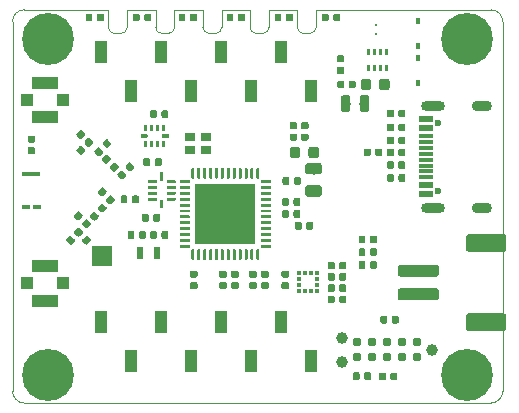
<source format=gbr>
G04 #@! TF.GenerationSoftware,KiCad,Pcbnew,(5.0.0)*
G04 #@! TF.CreationDate,2020-08-24T16:31:51+08:00*
G04 #@! TF.ProjectId,LeashPCB,4C656173685043422E6B696361645F70,B*
G04 #@! TF.SameCoordinates,Original*
G04 #@! TF.FileFunction,Soldermask,Top*
G04 #@! TF.FilePolarity,Negative*
%FSLAX46Y46*%
G04 Gerber Fmt 4.6, Leading zero omitted, Abs format (unit mm)*
G04 Created by KiCad (PCBNEW (5.0.0)) date 08/24/20 16:31:51*
%MOMM*%
%LPD*%
G01*
G04 APERTURE LIST*
%ADD10C,0.025400*%
%ADD11R,0.350000X0.375000*%
%ADD12R,0.375000X0.350000*%
%ADD13C,0.100000*%
%ADD14C,0.590000*%
%ADD15R,1.700000X1.700000*%
%ADD16R,2.200000X1.050000*%
%ADD17R,1.050000X1.000000*%
%ADD18C,0.875000*%
%ADD19C,0.800000*%
%ADD20C,0.300000*%
%ADD21C,0.250000*%
%ADD22R,1.160000X0.600000*%
%ADD23C,0.600000*%
%ADD24R,1.160000X0.300000*%
%ADD25O,1.700000X0.900000*%
%ADD26O,2.000000X0.900000*%
%ADD27R,0.450000X0.600000*%
%ADD28R,0.600000X1.100000*%
%ADD29R,1.000000X1.900000*%
%ADD30C,0.990600*%
%ADD31C,0.240000*%
%ADD32R,5.150000X5.150000*%
%ADD33C,0.787400*%
%ADD34C,1.500000*%
%ADD35C,1.000000*%
%ADD36R,1.600000X0.350000*%
%ADD37R,0.650000X0.350000*%
%ADD38C,0.700000*%
%ADD39C,4.400000*%
%ADD40C,0.975000*%
%ADD41R,0.900000X0.800000*%
G04 APERTURE END LIST*
D10*
X41500007Y1000000D02*
X41500007Y32300000D01*
X24114006Y33300010D02*
X21714004Y33300010D01*
X12113998Y33300010D02*
X9714004Y33300010D01*
X16114006Y33300010D02*
X13714004Y33300010D01*
X20114006Y33300010D02*
X17714004Y33300010D01*
X0Y32300009D02*
G75*
G02X999999Y33300010I1000000J1D01*
G01*
X1000000Y0D02*
G75*
G02X0Y1000000I0J1000000D01*
G01*
X25714004Y31800010D02*
G75*
G02X25214004Y31300010I-500000J0D01*
G01*
X24614006Y31300010D02*
G75*
G02X24114006Y31800010I0J500000D01*
G01*
X21714004Y31800010D02*
G75*
G02X21214004Y31300010I-500000J0D01*
G01*
X20614006Y31300010D02*
G75*
G02X20114006Y31800010I0J500000D01*
G01*
X17714004Y31800010D02*
G75*
G02X17214004Y31300010I-500000J0D01*
G01*
X9714004Y31800010D02*
G75*
G02X9214004Y31300010I-500000J0D01*
G01*
X8614006Y31300010D02*
G75*
G02X8114006Y31800010I0J500000D01*
G01*
X41500007Y1000000D02*
G75*
G02X40500007Y0I-1000000J0D01*
G01*
X40500007Y33300010D02*
G75*
G02X41500007Y32300000I0J-1000000D01*
G01*
X12613998Y31300010D02*
G75*
G02X12113998Y31800010I0J500000D01*
G01*
X13714004Y31800010D02*
G75*
G02X13214004Y31300010I-500000J0D01*
G01*
X16614006Y31300010D02*
G75*
G02X16114006Y31800010I0J500000D01*
G01*
X25714004Y31800010D02*
X25714004Y33300010D01*
X24114006Y33300010D02*
X24114006Y31800010D01*
X21714004Y31800010D02*
X21714004Y33300010D01*
X20614006Y31300010D02*
X21214004Y31300010D01*
X20114006Y33300010D02*
X20114006Y31800010D01*
X17714004Y31800010D02*
X17714004Y33300010D01*
X16114006Y33300010D02*
X16114006Y31800010D01*
X40500007Y33300010D02*
X25714004Y33300010D01*
X8113998Y33300010D02*
X1000000Y33300010D01*
X24614006Y31300010D02*
X25214004Y31300010D01*
X8113998Y33300010D02*
X8113998Y31800010D01*
X8614006Y31300010D02*
X9214004Y31300010D01*
X9714004Y31800010D02*
X9714004Y33300010D01*
X16614006Y31300010D02*
X17214004Y31300010D01*
X13714004Y31800010D02*
X13714004Y33300010D01*
X12613998Y31300010D02*
X13214004Y31300010D01*
X1000000Y0D02*
X40500007Y0D01*
X0Y32300010D02*
X0Y1000000D01*
X12113998Y33300010D02*
X12113998Y31800010D01*
D11*
G04 #@! TO.C,U9*
X25244005Y9473105D03*
X24744005Y9473105D03*
X24744005Y10998105D03*
X25244005Y10998105D03*
D12*
X24231505Y9485605D03*
X25756505Y9485605D03*
X24231505Y10985605D03*
X25756505Y10985605D03*
X24231505Y10485605D03*
X24231505Y9985605D03*
X25756505Y10485605D03*
X25756505Y9985605D03*
G04 #@! TD*
D13*
G04 #@! TO.C,C14*
G36*
X28921958Y27294290D02*
X28936276Y27292166D01*
X28950317Y27288649D01*
X28963946Y27283772D01*
X28977031Y27277583D01*
X28989447Y27270142D01*
X29001073Y27261519D01*
X29011798Y27251798D01*
X29021519Y27241073D01*
X29030142Y27229447D01*
X29037583Y27217031D01*
X29043772Y27203946D01*
X29048649Y27190317D01*
X29052166Y27176276D01*
X29054290Y27161958D01*
X29055000Y27147500D01*
X29055000Y26802500D01*
X29054290Y26788042D01*
X29052166Y26773724D01*
X29048649Y26759683D01*
X29043772Y26746054D01*
X29037583Y26732969D01*
X29030142Y26720553D01*
X29021519Y26708927D01*
X29011798Y26698202D01*
X29001073Y26688481D01*
X28989447Y26679858D01*
X28977031Y26672417D01*
X28963946Y26666228D01*
X28950317Y26661351D01*
X28936276Y26657834D01*
X28921958Y26655710D01*
X28907500Y26655000D01*
X28612500Y26655000D01*
X28598042Y26655710D01*
X28583724Y26657834D01*
X28569683Y26661351D01*
X28556054Y26666228D01*
X28542969Y26672417D01*
X28530553Y26679858D01*
X28518927Y26688481D01*
X28508202Y26698202D01*
X28498481Y26708927D01*
X28489858Y26720553D01*
X28482417Y26732969D01*
X28476228Y26746054D01*
X28471351Y26759683D01*
X28467834Y26773724D01*
X28465710Y26788042D01*
X28465000Y26802500D01*
X28465000Y27147500D01*
X28465710Y27161958D01*
X28467834Y27176276D01*
X28471351Y27190317D01*
X28476228Y27203946D01*
X28482417Y27217031D01*
X28489858Y27229447D01*
X28498481Y27241073D01*
X28508202Y27251798D01*
X28518927Y27261519D01*
X28530553Y27270142D01*
X28542969Y27277583D01*
X28556054Y27283772D01*
X28569683Y27288649D01*
X28583724Y27292166D01*
X28598042Y27294290D01*
X28612500Y27295000D01*
X28907500Y27295000D01*
X28921958Y27294290D01*
X28921958Y27294290D01*
G37*
D14*
X28760000Y26975000D03*
D13*
G36*
X27951958Y27294290D02*
X27966276Y27292166D01*
X27980317Y27288649D01*
X27993946Y27283772D01*
X28007031Y27277583D01*
X28019447Y27270142D01*
X28031073Y27261519D01*
X28041798Y27251798D01*
X28051519Y27241073D01*
X28060142Y27229447D01*
X28067583Y27217031D01*
X28073772Y27203946D01*
X28078649Y27190317D01*
X28082166Y27176276D01*
X28084290Y27161958D01*
X28085000Y27147500D01*
X28085000Y26802500D01*
X28084290Y26788042D01*
X28082166Y26773724D01*
X28078649Y26759683D01*
X28073772Y26746054D01*
X28067583Y26732969D01*
X28060142Y26720553D01*
X28051519Y26708927D01*
X28041798Y26698202D01*
X28031073Y26688481D01*
X28019447Y26679858D01*
X28007031Y26672417D01*
X27993946Y26666228D01*
X27980317Y26661351D01*
X27966276Y26657834D01*
X27951958Y26655710D01*
X27937500Y26655000D01*
X27642500Y26655000D01*
X27628042Y26655710D01*
X27613724Y26657834D01*
X27599683Y26661351D01*
X27586054Y26666228D01*
X27572969Y26672417D01*
X27560553Y26679858D01*
X27548927Y26688481D01*
X27538202Y26698202D01*
X27528481Y26708927D01*
X27519858Y26720553D01*
X27512417Y26732969D01*
X27506228Y26746054D01*
X27501351Y26759683D01*
X27497834Y26773724D01*
X27495710Y26788042D01*
X27495000Y26802500D01*
X27495000Y27147500D01*
X27495710Y27161958D01*
X27497834Y27176276D01*
X27501351Y27190317D01*
X27506228Y27203946D01*
X27512417Y27217031D01*
X27519858Y27229447D01*
X27528481Y27241073D01*
X27538202Y27251798D01*
X27548927Y27261519D01*
X27560553Y27270142D01*
X27572969Y27277583D01*
X27586054Y27283772D01*
X27599683Y27288649D01*
X27613724Y27292166D01*
X27628042Y27294290D01*
X27642500Y27295000D01*
X27937500Y27295000D01*
X27951958Y27294290D01*
X27951958Y27294290D01*
G37*
D14*
X27790000Y26975000D03*
G04 #@! TD*
D15*
G04 #@! TO.C,AE2*
X7600000Y12450000D03*
G04 #@! TD*
D16*
G04 #@! TO.C,J6*
X2785005Y24175000D03*
D17*
X1260005Y25650000D03*
D16*
X2785005Y27125000D03*
D17*
X4310005Y25650000D03*
G04 #@! TD*
D13*
G04 #@! TO.C,C12*
G36*
X31727691Y27448947D02*
X31748926Y27445797D01*
X31769750Y27440581D01*
X31789962Y27433349D01*
X31809368Y27424170D01*
X31827781Y27413134D01*
X31845024Y27400346D01*
X31860930Y27385930D01*
X31875346Y27370024D01*
X31888134Y27352781D01*
X31899170Y27334368D01*
X31908349Y27314962D01*
X31915581Y27294750D01*
X31920797Y27273926D01*
X31923947Y27252691D01*
X31925000Y27231250D01*
X31925000Y26718750D01*
X31923947Y26697309D01*
X31920797Y26676074D01*
X31915581Y26655250D01*
X31908349Y26635038D01*
X31899170Y26615632D01*
X31888134Y26597219D01*
X31875346Y26579976D01*
X31860930Y26564070D01*
X31845024Y26549654D01*
X31827781Y26536866D01*
X31809368Y26525830D01*
X31789962Y26516651D01*
X31769750Y26509419D01*
X31748926Y26504203D01*
X31727691Y26501053D01*
X31706250Y26500000D01*
X31268750Y26500000D01*
X31247309Y26501053D01*
X31226074Y26504203D01*
X31205250Y26509419D01*
X31185038Y26516651D01*
X31165632Y26525830D01*
X31147219Y26536866D01*
X31129976Y26549654D01*
X31114070Y26564070D01*
X31099654Y26579976D01*
X31086866Y26597219D01*
X31075830Y26615632D01*
X31066651Y26635038D01*
X31059419Y26655250D01*
X31054203Y26676074D01*
X31051053Y26697309D01*
X31050000Y26718750D01*
X31050000Y27231250D01*
X31051053Y27252691D01*
X31054203Y27273926D01*
X31059419Y27294750D01*
X31066651Y27314962D01*
X31075830Y27334368D01*
X31086866Y27352781D01*
X31099654Y27370024D01*
X31114070Y27385930D01*
X31129976Y27400346D01*
X31147219Y27413134D01*
X31165632Y27424170D01*
X31185038Y27433349D01*
X31205250Y27440581D01*
X31226074Y27445797D01*
X31247309Y27448947D01*
X31268750Y27450000D01*
X31706250Y27450000D01*
X31727691Y27448947D01*
X31727691Y27448947D01*
G37*
D18*
X31487500Y26975000D03*
D13*
G36*
X30152691Y27448947D02*
X30173926Y27445797D01*
X30194750Y27440581D01*
X30214962Y27433349D01*
X30234368Y27424170D01*
X30252781Y27413134D01*
X30270024Y27400346D01*
X30285930Y27385930D01*
X30300346Y27370024D01*
X30313134Y27352781D01*
X30324170Y27334368D01*
X30333349Y27314962D01*
X30340581Y27294750D01*
X30345797Y27273926D01*
X30348947Y27252691D01*
X30350000Y27231250D01*
X30350000Y26718750D01*
X30348947Y26697309D01*
X30345797Y26676074D01*
X30340581Y26655250D01*
X30333349Y26635038D01*
X30324170Y26615632D01*
X30313134Y26597219D01*
X30300346Y26579976D01*
X30285930Y26564070D01*
X30270024Y26549654D01*
X30252781Y26536866D01*
X30234368Y26525830D01*
X30214962Y26516651D01*
X30194750Y26509419D01*
X30173926Y26504203D01*
X30152691Y26501053D01*
X30131250Y26500000D01*
X29693750Y26500000D01*
X29672309Y26501053D01*
X29651074Y26504203D01*
X29630250Y26509419D01*
X29610038Y26516651D01*
X29590632Y26525830D01*
X29572219Y26536866D01*
X29554976Y26549654D01*
X29539070Y26564070D01*
X29524654Y26579976D01*
X29511866Y26597219D01*
X29500830Y26615632D01*
X29491651Y26635038D01*
X29484419Y26655250D01*
X29479203Y26676074D01*
X29476053Y26697309D01*
X29475000Y26718750D01*
X29475000Y27231250D01*
X29476053Y27252691D01*
X29479203Y27273926D01*
X29484419Y27294750D01*
X29491651Y27314962D01*
X29500830Y27334368D01*
X29511866Y27352781D01*
X29524654Y27370024D01*
X29539070Y27385930D01*
X29554976Y27400346D01*
X29572219Y27413134D01*
X29590632Y27424170D01*
X29610038Y27433349D01*
X29630250Y27440581D01*
X29651074Y27445797D01*
X29672309Y27448947D01*
X29693750Y27450000D01*
X30131250Y27450000D01*
X30152691Y27448947D01*
X30152691Y27448947D01*
G37*
D18*
X29912500Y26975000D03*
G04 #@! TD*
D13*
G04 #@! TO.C,L2*
G36*
X30019603Y26049037D02*
X30039018Y26046157D01*
X30058057Y26041388D01*
X30076537Y26034776D01*
X30094279Y26026384D01*
X30111114Y26016294D01*
X30126879Y26004602D01*
X30141421Y25991421D01*
X30154602Y25976879D01*
X30166294Y25961114D01*
X30176384Y25944279D01*
X30184776Y25926537D01*
X30191388Y25908057D01*
X30196157Y25889018D01*
X30199037Y25869603D01*
X30200000Y25850000D01*
X30200000Y24850000D01*
X30199037Y24830397D01*
X30196157Y24810982D01*
X30191388Y24791943D01*
X30184776Y24773463D01*
X30176384Y24755721D01*
X30166294Y24738886D01*
X30154602Y24723121D01*
X30141421Y24708579D01*
X30126879Y24695398D01*
X30111114Y24683706D01*
X30094279Y24673616D01*
X30076537Y24665224D01*
X30058057Y24658612D01*
X30039018Y24653843D01*
X30019603Y24650963D01*
X30000000Y24650000D01*
X29600000Y24650000D01*
X29580397Y24650963D01*
X29560982Y24653843D01*
X29541943Y24658612D01*
X29523463Y24665224D01*
X29505721Y24673616D01*
X29488886Y24683706D01*
X29473121Y24695398D01*
X29458579Y24708579D01*
X29445398Y24723121D01*
X29433706Y24738886D01*
X29423616Y24755721D01*
X29415224Y24773463D01*
X29408612Y24791943D01*
X29403843Y24810982D01*
X29400963Y24830397D01*
X29400000Y24850000D01*
X29400000Y25850000D01*
X29400963Y25869603D01*
X29403843Y25889018D01*
X29408612Y25908057D01*
X29415224Y25926537D01*
X29423616Y25944279D01*
X29433706Y25961114D01*
X29445398Y25976879D01*
X29458579Y25991421D01*
X29473121Y26004602D01*
X29488886Y26016294D01*
X29505721Y26026384D01*
X29523463Y26034776D01*
X29541943Y26041388D01*
X29560982Y26046157D01*
X29580397Y26049037D01*
X29600000Y26050000D01*
X30000000Y26050000D01*
X30019603Y26049037D01*
X30019603Y26049037D01*
G37*
D19*
X29800000Y25350000D03*
D13*
G36*
X28419603Y26049037D02*
X28439018Y26046157D01*
X28458057Y26041388D01*
X28476537Y26034776D01*
X28494279Y26026384D01*
X28511114Y26016294D01*
X28526879Y26004602D01*
X28541421Y25991421D01*
X28554602Y25976879D01*
X28566294Y25961114D01*
X28576384Y25944279D01*
X28584776Y25926537D01*
X28591388Y25908057D01*
X28596157Y25889018D01*
X28599037Y25869603D01*
X28600000Y25850000D01*
X28600000Y24850000D01*
X28599037Y24830397D01*
X28596157Y24810982D01*
X28591388Y24791943D01*
X28584776Y24773463D01*
X28576384Y24755721D01*
X28566294Y24738886D01*
X28554602Y24723121D01*
X28541421Y24708579D01*
X28526879Y24695398D01*
X28511114Y24683706D01*
X28494279Y24673616D01*
X28476537Y24665224D01*
X28458057Y24658612D01*
X28439018Y24653843D01*
X28419603Y24650963D01*
X28400000Y24650000D01*
X28000000Y24650000D01*
X27980397Y24650963D01*
X27960982Y24653843D01*
X27941943Y24658612D01*
X27923463Y24665224D01*
X27905721Y24673616D01*
X27888886Y24683706D01*
X27873121Y24695398D01*
X27858579Y24708579D01*
X27845398Y24723121D01*
X27833706Y24738886D01*
X27823616Y24755721D01*
X27815224Y24773463D01*
X27808612Y24791943D01*
X27803843Y24810982D01*
X27800963Y24830397D01*
X27800000Y24850000D01*
X27800000Y25850000D01*
X27800963Y25869603D01*
X27803843Y25889018D01*
X27808612Y25908057D01*
X27815224Y25926537D01*
X27823616Y25944279D01*
X27833706Y25961114D01*
X27845398Y25976879D01*
X27858579Y25991421D01*
X27873121Y26004602D01*
X27888886Y26016294D01*
X27905721Y26026384D01*
X27923463Y26034776D01*
X27941943Y26041388D01*
X27960982Y26046157D01*
X27980397Y26049037D01*
X28000000Y26050000D01*
X28400000Y26050000D01*
X28419603Y26049037D01*
X28419603Y26049037D01*
G37*
D19*
X28200000Y25350000D03*
G04 #@! TD*
D13*
G04 #@! TO.C,U5*
G36*
X11372356Y22749639D02*
X11379637Y22748559D01*
X11386776Y22746771D01*
X11393706Y22744291D01*
X11400360Y22741144D01*
X11406673Y22737360D01*
X11412584Y22732976D01*
X11418038Y22728033D01*
X11422981Y22722579D01*
X11427365Y22716668D01*
X11431149Y22710355D01*
X11434296Y22703701D01*
X11436776Y22696771D01*
X11438564Y22689632D01*
X11439644Y22682351D01*
X11440005Y22675000D01*
X11440005Y22525000D01*
X11439644Y22517649D01*
X11438564Y22510368D01*
X11436776Y22503229D01*
X11434296Y22496299D01*
X11431149Y22489645D01*
X11427365Y22483332D01*
X11422981Y22477421D01*
X11418038Y22471967D01*
X11412584Y22467024D01*
X11406673Y22462640D01*
X11400360Y22458856D01*
X11393706Y22455709D01*
X11386776Y22453229D01*
X11379637Y22451441D01*
X11372356Y22450361D01*
X11365005Y22450000D01*
X10915005Y22450000D01*
X10907654Y22450361D01*
X10900373Y22451441D01*
X10893234Y22453229D01*
X10886304Y22455709D01*
X10879650Y22458856D01*
X10873337Y22462640D01*
X10867426Y22467024D01*
X10861972Y22471967D01*
X10857029Y22477421D01*
X10852645Y22483332D01*
X10848861Y22489645D01*
X10845714Y22496299D01*
X10843234Y22503229D01*
X10841446Y22510368D01*
X10840366Y22517649D01*
X10840005Y22525000D01*
X10840005Y22675000D01*
X10840366Y22682351D01*
X10841446Y22689632D01*
X10843234Y22696771D01*
X10845714Y22703701D01*
X10848861Y22710355D01*
X10852645Y22716668D01*
X10857029Y22722579D01*
X10861972Y22728033D01*
X10867426Y22732976D01*
X10873337Y22737360D01*
X10879650Y22741144D01*
X10886304Y22744291D01*
X10893234Y22746771D01*
X10900373Y22748559D01*
X10907654Y22749639D01*
X10915005Y22750000D01*
X11365005Y22750000D01*
X11372356Y22749639D01*
X11372356Y22749639D01*
G37*
D20*
X11140005Y22600000D03*
D13*
G36*
X11358631Y23549699D02*
X11364698Y23548799D01*
X11370648Y23547309D01*
X11376423Y23545242D01*
X11381967Y23542620D01*
X11387228Y23539467D01*
X11392155Y23535813D01*
X11396699Y23531694D01*
X11400818Y23527150D01*
X11404472Y23522223D01*
X11407625Y23516962D01*
X11410247Y23511418D01*
X11412314Y23505643D01*
X11413804Y23499693D01*
X11414704Y23493626D01*
X11415005Y23487500D01*
X11415005Y23062500D01*
X11414704Y23056374D01*
X11413804Y23050307D01*
X11412314Y23044357D01*
X11410247Y23038582D01*
X11407625Y23033038D01*
X11404472Y23027777D01*
X11400818Y23022850D01*
X11396699Y23018306D01*
X11392155Y23014187D01*
X11387228Y23010533D01*
X11381967Y23007380D01*
X11376423Y23004758D01*
X11370648Y23002691D01*
X11364698Y23001201D01*
X11358631Y23000301D01*
X11352505Y23000000D01*
X11227505Y23000000D01*
X11221379Y23000301D01*
X11215312Y23001201D01*
X11209362Y23002691D01*
X11203587Y23004758D01*
X11198043Y23007380D01*
X11192782Y23010533D01*
X11187855Y23014187D01*
X11183311Y23018306D01*
X11179192Y23022850D01*
X11175538Y23027777D01*
X11172385Y23033038D01*
X11169763Y23038582D01*
X11167696Y23044357D01*
X11166206Y23050307D01*
X11165306Y23056374D01*
X11165005Y23062500D01*
X11165005Y23487500D01*
X11165306Y23493626D01*
X11166206Y23499693D01*
X11167696Y23505643D01*
X11169763Y23511418D01*
X11172385Y23516962D01*
X11175538Y23522223D01*
X11179192Y23527150D01*
X11183311Y23531694D01*
X11187855Y23535813D01*
X11192782Y23539467D01*
X11198043Y23542620D01*
X11203587Y23545242D01*
X11209362Y23547309D01*
X11215312Y23548799D01*
X11221379Y23549699D01*
X11227505Y23550000D01*
X11352505Y23550000D01*
X11358631Y23549699D01*
X11358631Y23549699D01*
G37*
D21*
X11290005Y23275000D03*
D13*
G36*
X11858631Y23549699D02*
X11864698Y23548799D01*
X11870648Y23547309D01*
X11876423Y23545242D01*
X11881967Y23542620D01*
X11887228Y23539467D01*
X11892155Y23535813D01*
X11896699Y23531694D01*
X11900818Y23527150D01*
X11904472Y23522223D01*
X11907625Y23516962D01*
X11910247Y23511418D01*
X11912314Y23505643D01*
X11913804Y23499693D01*
X11914704Y23493626D01*
X11915005Y23487500D01*
X11915005Y23062500D01*
X11914704Y23056374D01*
X11913804Y23050307D01*
X11912314Y23044357D01*
X11910247Y23038582D01*
X11907625Y23033038D01*
X11904472Y23027777D01*
X11900818Y23022850D01*
X11896699Y23018306D01*
X11892155Y23014187D01*
X11887228Y23010533D01*
X11881967Y23007380D01*
X11876423Y23004758D01*
X11870648Y23002691D01*
X11864698Y23001201D01*
X11858631Y23000301D01*
X11852505Y23000000D01*
X11727505Y23000000D01*
X11721379Y23000301D01*
X11715312Y23001201D01*
X11709362Y23002691D01*
X11703587Y23004758D01*
X11698043Y23007380D01*
X11692782Y23010533D01*
X11687855Y23014187D01*
X11683311Y23018306D01*
X11679192Y23022850D01*
X11675538Y23027777D01*
X11672385Y23033038D01*
X11669763Y23038582D01*
X11667696Y23044357D01*
X11666206Y23050307D01*
X11665306Y23056374D01*
X11665005Y23062500D01*
X11665005Y23487500D01*
X11665306Y23493626D01*
X11666206Y23499693D01*
X11667696Y23505643D01*
X11669763Y23511418D01*
X11672385Y23516962D01*
X11675538Y23522223D01*
X11679192Y23527150D01*
X11683311Y23531694D01*
X11687855Y23535813D01*
X11692782Y23539467D01*
X11698043Y23542620D01*
X11703587Y23545242D01*
X11709362Y23547309D01*
X11715312Y23548799D01*
X11721379Y23549699D01*
X11727505Y23550000D01*
X11852505Y23550000D01*
X11858631Y23549699D01*
X11858631Y23549699D01*
G37*
D21*
X11790005Y23275000D03*
D13*
G36*
X12358631Y23549699D02*
X12364698Y23548799D01*
X12370648Y23547309D01*
X12376423Y23545242D01*
X12381967Y23542620D01*
X12387228Y23539467D01*
X12392155Y23535813D01*
X12396699Y23531694D01*
X12400818Y23527150D01*
X12404472Y23522223D01*
X12407625Y23516962D01*
X12410247Y23511418D01*
X12412314Y23505643D01*
X12413804Y23499693D01*
X12414704Y23493626D01*
X12415005Y23487500D01*
X12415005Y23062500D01*
X12414704Y23056374D01*
X12413804Y23050307D01*
X12412314Y23044357D01*
X12410247Y23038582D01*
X12407625Y23033038D01*
X12404472Y23027777D01*
X12400818Y23022850D01*
X12396699Y23018306D01*
X12392155Y23014187D01*
X12387228Y23010533D01*
X12381967Y23007380D01*
X12376423Y23004758D01*
X12370648Y23002691D01*
X12364698Y23001201D01*
X12358631Y23000301D01*
X12352505Y23000000D01*
X12227505Y23000000D01*
X12221379Y23000301D01*
X12215312Y23001201D01*
X12209362Y23002691D01*
X12203587Y23004758D01*
X12198043Y23007380D01*
X12192782Y23010533D01*
X12187855Y23014187D01*
X12183311Y23018306D01*
X12179192Y23022850D01*
X12175538Y23027777D01*
X12172385Y23033038D01*
X12169763Y23038582D01*
X12167696Y23044357D01*
X12166206Y23050307D01*
X12165306Y23056374D01*
X12165005Y23062500D01*
X12165005Y23487500D01*
X12165306Y23493626D01*
X12166206Y23499693D01*
X12167696Y23505643D01*
X12169763Y23511418D01*
X12172385Y23516962D01*
X12175538Y23522223D01*
X12179192Y23527150D01*
X12183311Y23531694D01*
X12187855Y23535813D01*
X12192782Y23539467D01*
X12198043Y23542620D01*
X12203587Y23545242D01*
X12209362Y23547309D01*
X12215312Y23548799D01*
X12221379Y23549699D01*
X12227505Y23550000D01*
X12352505Y23550000D01*
X12358631Y23549699D01*
X12358631Y23549699D01*
G37*
D21*
X12290005Y23275000D03*
D13*
G36*
X12858631Y23549699D02*
X12864698Y23548799D01*
X12870648Y23547309D01*
X12876423Y23545242D01*
X12881967Y23542620D01*
X12887228Y23539467D01*
X12892155Y23535813D01*
X12896699Y23531694D01*
X12900818Y23527150D01*
X12904472Y23522223D01*
X12907625Y23516962D01*
X12910247Y23511418D01*
X12912314Y23505643D01*
X12913804Y23499693D01*
X12914704Y23493626D01*
X12915005Y23487500D01*
X12915005Y23062500D01*
X12914704Y23056374D01*
X12913804Y23050307D01*
X12912314Y23044357D01*
X12910247Y23038582D01*
X12907625Y23033038D01*
X12904472Y23027777D01*
X12900818Y23022850D01*
X12896699Y23018306D01*
X12892155Y23014187D01*
X12887228Y23010533D01*
X12881967Y23007380D01*
X12876423Y23004758D01*
X12870648Y23002691D01*
X12864698Y23001201D01*
X12858631Y23000301D01*
X12852505Y23000000D01*
X12727505Y23000000D01*
X12721379Y23000301D01*
X12715312Y23001201D01*
X12709362Y23002691D01*
X12703587Y23004758D01*
X12698043Y23007380D01*
X12692782Y23010533D01*
X12687855Y23014187D01*
X12683311Y23018306D01*
X12679192Y23022850D01*
X12675538Y23027777D01*
X12672385Y23033038D01*
X12669763Y23038582D01*
X12667696Y23044357D01*
X12666206Y23050307D01*
X12665306Y23056374D01*
X12665005Y23062500D01*
X12665005Y23487500D01*
X12665306Y23493626D01*
X12666206Y23499693D01*
X12667696Y23505643D01*
X12669763Y23511418D01*
X12672385Y23516962D01*
X12675538Y23522223D01*
X12679192Y23527150D01*
X12683311Y23531694D01*
X12687855Y23535813D01*
X12692782Y23539467D01*
X12698043Y23542620D01*
X12703587Y23545242D01*
X12709362Y23547309D01*
X12715312Y23548799D01*
X12721379Y23549699D01*
X12727505Y23550000D01*
X12852505Y23550000D01*
X12858631Y23549699D01*
X12858631Y23549699D01*
G37*
D21*
X12790005Y23275000D03*
D13*
G36*
X13172356Y22749639D02*
X13179637Y22748559D01*
X13186776Y22746771D01*
X13193706Y22744291D01*
X13200360Y22741144D01*
X13206673Y22737360D01*
X13212584Y22732976D01*
X13218038Y22728033D01*
X13222981Y22722579D01*
X13227365Y22716668D01*
X13231149Y22710355D01*
X13234296Y22703701D01*
X13236776Y22696771D01*
X13238564Y22689632D01*
X13239644Y22682351D01*
X13240005Y22675000D01*
X13240005Y22525000D01*
X13239644Y22517649D01*
X13238564Y22510368D01*
X13236776Y22503229D01*
X13234296Y22496299D01*
X13231149Y22489645D01*
X13227365Y22483332D01*
X13222981Y22477421D01*
X13218038Y22471967D01*
X13212584Y22467024D01*
X13206673Y22462640D01*
X13200360Y22458856D01*
X13193706Y22455709D01*
X13186776Y22453229D01*
X13179637Y22451441D01*
X13172356Y22450361D01*
X13165005Y22450000D01*
X12715005Y22450000D01*
X12707654Y22450361D01*
X12700373Y22451441D01*
X12693234Y22453229D01*
X12686304Y22455709D01*
X12679650Y22458856D01*
X12673337Y22462640D01*
X12667426Y22467024D01*
X12661972Y22471967D01*
X12657029Y22477421D01*
X12652645Y22483332D01*
X12648861Y22489645D01*
X12645714Y22496299D01*
X12643234Y22503229D01*
X12641446Y22510368D01*
X12640366Y22517649D01*
X12640005Y22525000D01*
X12640005Y22675000D01*
X12640366Y22682351D01*
X12641446Y22689632D01*
X12643234Y22696771D01*
X12645714Y22703701D01*
X12648861Y22710355D01*
X12652645Y22716668D01*
X12657029Y22722579D01*
X12661972Y22728033D01*
X12667426Y22732976D01*
X12673337Y22737360D01*
X12679650Y22741144D01*
X12686304Y22744291D01*
X12693234Y22746771D01*
X12700373Y22748559D01*
X12707654Y22749639D01*
X12715005Y22750000D01*
X13165005Y22750000D01*
X13172356Y22749639D01*
X13172356Y22749639D01*
G37*
D20*
X12940005Y22600000D03*
D13*
G36*
X12858631Y22199699D02*
X12864698Y22198799D01*
X12870648Y22197309D01*
X12876423Y22195242D01*
X12881967Y22192620D01*
X12887228Y22189467D01*
X12892155Y22185813D01*
X12896699Y22181694D01*
X12900818Y22177150D01*
X12904472Y22172223D01*
X12907625Y22166962D01*
X12910247Y22161418D01*
X12912314Y22155643D01*
X12913804Y22149693D01*
X12914704Y22143626D01*
X12915005Y22137500D01*
X12915005Y21712500D01*
X12914704Y21706374D01*
X12913804Y21700307D01*
X12912314Y21694357D01*
X12910247Y21688582D01*
X12907625Y21683038D01*
X12904472Y21677777D01*
X12900818Y21672850D01*
X12896699Y21668306D01*
X12892155Y21664187D01*
X12887228Y21660533D01*
X12881967Y21657380D01*
X12876423Y21654758D01*
X12870648Y21652691D01*
X12864698Y21651201D01*
X12858631Y21650301D01*
X12852505Y21650000D01*
X12727505Y21650000D01*
X12721379Y21650301D01*
X12715312Y21651201D01*
X12709362Y21652691D01*
X12703587Y21654758D01*
X12698043Y21657380D01*
X12692782Y21660533D01*
X12687855Y21664187D01*
X12683311Y21668306D01*
X12679192Y21672850D01*
X12675538Y21677777D01*
X12672385Y21683038D01*
X12669763Y21688582D01*
X12667696Y21694357D01*
X12666206Y21700307D01*
X12665306Y21706374D01*
X12665005Y21712500D01*
X12665005Y22137500D01*
X12665306Y22143626D01*
X12666206Y22149693D01*
X12667696Y22155643D01*
X12669763Y22161418D01*
X12672385Y22166962D01*
X12675538Y22172223D01*
X12679192Y22177150D01*
X12683311Y22181694D01*
X12687855Y22185813D01*
X12692782Y22189467D01*
X12698043Y22192620D01*
X12703587Y22195242D01*
X12709362Y22197309D01*
X12715312Y22198799D01*
X12721379Y22199699D01*
X12727505Y22200000D01*
X12852505Y22200000D01*
X12858631Y22199699D01*
X12858631Y22199699D01*
G37*
D21*
X12790005Y21925000D03*
D13*
G36*
X12358631Y22199699D02*
X12364698Y22198799D01*
X12370648Y22197309D01*
X12376423Y22195242D01*
X12381967Y22192620D01*
X12387228Y22189467D01*
X12392155Y22185813D01*
X12396699Y22181694D01*
X12400818Y22177150D01*
X12404472Y22172223D01*
X12407625Y22166962D01*
X12410247Y22161418D01*
X12412314Y22155643D01*
X12413804Y22149693D01*
X12414704Y22143626D01*
X12415005Y22137500D01*
X12415005Y21712500D01*
X12414704Y21706374D01*
X12413804Y21700307D01*
X12412314Y21694357D01*
X12410247Y21688582D01*
X12407625Y21683038D01*
X12404472Y21677777D01*
X12400818Y21672850D01*
X12396699Y21668306D01*
X12392155Y21664187D01*
X12387228Y21660533D01*
X12381967Y21657380D01*
X12376423Y21654758D01*
X12370648Y21652691D01*
X12364698Y21651201D01*
X12358631Y21650301D01*
X12352505Y21650000D01*
X12227505Y21650000D01*
X12221379Y21650301D01*
X12215312Y21651201D01*
X12209362Y21652691D01*
X12203587Y21654758D01*
X12198043Y21657380D01*
X12192782Y21660533D01*
X12187855Y21664187D01*
X12183311Y21668306D01*
X12179192Y21672850D01*
X12175538Y21677777D01*
X12172385Y21683038D01*
X12169763Y21688582D01*
X12167696Y21694357D01*
X12166206Y21700307D01*
X12165306Y21706374D01*
X12165005Y21712500D01*
X12165005Y22137500D01*
X12165306Y22143626D01*
X12166206Y22149693D01*
X12167696Y22155643D01*
X12169763Y22161418D01*
X12172385Y22166962D01*
X12175538Y22172223D01*
X12179192Y22177150D01*
X12183311Y22181694D01*
X12187855Y22185813D01*
X12192782Y22189467D01*
X12198043Y22192620D01*
X12203587Y22195242D01*
X12209362Y22197309D01*
X12215312Y22198799D01*
X12221379Y22199699D01*
X12227505Y22200000D01*
X12352505Y22200000D01*
X12358631Y22199699D01*
X12358631Y22199699D01*
G37*
D21*
X12290005Y21925000D03*
D13*
G36*
X11858631Y22199699D02*
X11864698Y22198799D01*
X11870648Y22197309D01*
X11876423Y22195242D01*
X11881967Y22192620D01*
X11887228Y22189467D01*
X11892155Y22185813D01*
X11896699Y22181694D01*
X11900818Y22177150D01*
X11904472Y22172223D01*
X11907625Y22166962D01*
X11910247Y22161418D01*
X11912314Y22155643D01*
X11913804Y22149693D01*
X11914704Y22143626D01*
X11915005Y22137500D01*
X11915005Y21712500D01*
X11914704Y21706374D01*
X11913804Y21700307D01*
X11912314Y21694357D01*
X11910247Y21688582D01*
X11907625Y21683038D01*
X11904472Y21677777D01*
X11900818Y21672850D01*
X11896699Y21668306D01*
X11892155Y21664187D01*
X11887228Y21660533D01*
X11881967Y21657380D01*
X11876423Y21654758D01*
X11870648Y21652691D01*
X11864698Y21651201D01*
X11858631Y21650301D01*
X11852505Y21650000D01*
X11727505Y21650000D01*
X11721379Y21650301D01*
X11715312Y21651201D01*
X11709362Y21652691D01*
X11703587Y21654758D01*
X11698043Y21657380D01*
X11692782Y21660533D01*
X11687855Y21664187D01*
X11683311Y21668306D01*
X11679192Y21672850D01*
X11675538Y21677777D01*
X11672385Y21683038D01*
X11669763Y21688582D01*
X11667696Y21694357D01*
X11666206Y21700307D01*
X11665306Y21706374D01*
X11665005Y21712500D01*
X11665005Y22137500D01*
X11665306Y22143626D01*
X11666206Y22149693D01*
X11667696Y22155643D01*
X11669763Y22161418D01*
X11672385Y22166962D01*
X11675538Y22172223D01*
X11679192Y22177150D01*
X11683311Y22181694D01*
X11687855Y22185813D01*
X11692782Y22189467D01*
X11698043Y22192620D01*
X11703587Y22195242D01*
X11709362Y22197309D01*
X11715312Y22198799D01*
X11721379Y22199699D01*
X11727505Y22200000D01*
X11852505Y22200000D01*
X11858631Y22199699D01*
X11858631Y22199699D01*
G37*
D21*
X11790005Y21925000D03*
D13*
G36*
X11358631Y22199699D02*
X11364698Y22198799D01*
X11370648Y22197309D01*
X11376423Y22195242D01*
X11381967Y22192620D01*
X11387228Y22189467D01*
X11392155Y22185813D01*
X11396699Y22181694D01*
X11400818Y22177150D01*
X11404472Y22172223D01*
X11407625Y22166962D01*
X11410247Y22161418D01*
X11412314Y22155643D01*
X11413804Y22149693D01*
X11414704Y22143626D01*
X11415005Y22137500D01*
X11415005Y21712500D01*
X11414704Y21706374D01*
X11413804Y21700307D01*
X11412314Y21694357D01*
X11410247Y21688582D01*
X11407625Y21683038D01*
X11404472Y21677777D01*
X11400818Y21672850D01*
X11396699Y21668306D01*
X11392155Y21664187D01*
X11387228Y21660533D01*
X11381967Y21657380D01*
X11376423Y21654758D01*
X11370648Y21652691D01*
X11364698Y21651201D01*
X11358631Y21650301D01*
X11352505Y21650000D01*
X11227505Y21650000D01*
X11221379Y21650301D01*
X11215312Y21651201D01*
X11209362Y21652691D01*
X11203587Y21654758D01*
X11198043Y21657380D01*
X11192782Y21660533D01*
X11187855Y21664187D01*
X11183311Y21668306D01*
X11179192Y21672850D01*
X11175538Y21677777D01*
X11172385Y21683038D01*
X11169763Y21688582D01*
X11167696Y21694357D01*
X11166206Y21700307D01*
X11165306Y21706374D01*
X11165005Y21712500D01*
X11165005Y22137500D01*
X11165306Y22143626D01*
X11166206Y22149693D01*
X11167696Y22155643D01*
X11169763Y22161418D01*
X11172385Y22166962D01*
X11175538Y22172223D01*
X11179192Y22177150D01*
X11183311Y22181694D01*
X11187855Y22185813D01*
X11192782Y22189467D01*
X11198043Y22192620D01*
X11203587Y22195242D01*
X11209362Y22197309D01*
X11215312Y22198799D01*
X11221379Y22199699D01*
X11227505Y22200000D01*
X11352505Y22200000D01*
X11358631Y22199699D01*
X11358631Y22199699D01*
G37*
D21*
X11290005Y21925000D03*
G04 #@! TD*
D13*
G04 #@! TO.C,U3*
G36*
X31754901Y28649759D02*
X31759755Y28649039D01*
X31764514Y28647847D01*
X31769134Y28646194D01*
X31773570Y28644096D01*
X31777779Y28641573D01*
X31781720Y28638651D01*
X31785355Y28635355D01*
X31788651Y28631720D01*
X31791573Y28627779D01*
X31794096Y28623570D01*
X31796194Y28619134D01*
X31797847Y28614514D01*
X31799039Y28609755D01*
X31799759Y28604901D01*
X31800000Y28600000D01*
X31800000Y28150000D01*
X31799759Y28145099D01*
X31799039Y28140245D01*
X31797847Y28135486D01*
X31796194Y28130866D01*
X31794096Y28126430D01*
X31791573Y28122221D01*
X31788651Y28118280D01*
X31785355Y28114645D01*
X31781720Y28111349D01*
X31777779Y28108427D01*
X31773570Y28105904D01*
X31769134Y28103806D01*
X31764514Y28102153D01*
X31759755Y28100961D01*
X31754901Y28100241D01*
X31750000Y28100000D01*
X31600000Y28100000D01*
X31595099Y28100241D01*
X31590245Y28100961D01*
X31585486Y28102153D01*
X31580866Y28103806D01*
X31576430Y28105904D01*
X31572221Y28108427D01*
X31568280Y28111349D01*
X31564645Y28114645D01*
X31561349Y28118280D01*
X31558427Y28122221D01*
X31555904Y28126430D01*
X31553806Y28130866D01*
X31552153Y28135486D01*
X31550961Y28140245D01*
X31550241Y28145099D01*
X31550000Y28150000D01*
X31550000Y28600000D01*
X31550241Y28604901D01*
X31550961Y28609755D01*
X31552153Y28614514D01*
X31553806Y28619134D01*
X31555904Y28623570D01*
X31558427Y28627779D01*
X31561349Y28631720D01*
X31564645Y28635355D01*
X31568280Y28638651D01*
X31572221Y28641573D01*
X31576430Y28644096D01*
X31580866Y28646194D01*
X31585486Y28647847D01*
X31590245Y28649039D01*
X31595099Y28649759D01*
X31600000Y28650000D01*
X31750000Y28650000D01*
X31754901Y28649759D01*
X31754901Y28649759D01*
G37*
D21*
X31675000Y28375000D03*
D13*
G36*
X31254901Y28649759D02*
X31259755Y28649039D01*
X31264514Y28647847D01*
X31269134Y28646194D01*
X31273570Y28644096D01*
X31277779Y28641573D01*
X31281720Y28638651D01*
X31285355Y28635355D01*
X31288651Y28631720D01*
X31291573Y28627779D01*
X31294096Y28623570D01*
X31296194Y28619134D01*
X31297847Y28614514D01*
X31299039Y28609755D01*
X31299759Y28604901D01*
X31300000Y28600000D01*
X31300000Y28150000D01*
X31299759Y28145099D01*
X31299039Y28140245D01*
X31297847Y28135486D01*
X31296194Y28130866D01*
X31294096Y28126430D01*
X31291573Y28122221D01*
X31288651Y28118280D01*
X31285355Y28114645D01*
X31281720Y28111349D01*
X31277779Y28108427D01*
X31273570Y28105904D01*
X31269134Y28103806D01*
X31264514Y28102153D01*
X31259755Y28100961D01*
X31254901Y28100241D01*
X31250000Y28100000D01*
X31100000Y28100000D01*
X31095099Y28100241D01*
X31090245Y28100961D01*
X31085486Y28102153D01*
X31080866Y28103806D01*
X31076430Y28105904D01*
X31072221Y28108427D01*
X31068280Y28111349D01*
X31064645Y28114645D01*
X31061349Y28118280D01*
X31058427Y28122221D01*
X31055904Y28126430D01*
X31053806Y28130866D01*
X31052153Y28135486D01*
X31050961Y28140245D01*
X31050241Y28145099D01*
X31050000Y28150000D01*
X31050000Y28600000D01*
X31050241Y28604901D01*
X31050961Y28609755D01*
X31052153Y28614514D01*
X31053806Y28619134D01*
X31055904Y28623570D01*
X31058427Y28627779D01*
X31061349Y28631720D01*
X31064645Y28635355D01*
X31068280Y28638651D01*
X31072221Y28641573D01*
X31076430Y28644096D01*
X31080866Y28646194D01*
X31085486Y28647847D01*
X31090245Y28649039D01*
X31095099Y28649759D01*
X31100000Y28650000D01*
X31250000Y28650000D01*
X31254901Y28649759D01*
X31254901Y28649759D01*
G37*
D21*
X31175000Y28375000D03*
D13*
G36*
X30754901Y28649759D02*
X30759755Y28649039D01*
X30764514Y28647847D01*
X30769134Y28646194D01*
X30773570Y28644096D01*
X30777779Y28641573D01*
X30781720Y28638651D01*
X30785355Y28635355D01*
X30788651Y28631720D01*
X30791573Y28627779D01*
X30794096Y28623570D01*
X30796194Y28619134D01*
X30797847Y28614514D01*
X30799039Y28609755D01*
X30799759Y28604901D01*
X30800000Y28600000D01*
X30800000Y28150000D01*
X30799759Y28145099D01*
X30799039Y28140245D01*
X30797847Y28135486D01*
X30796194Y28130866D01*
X30794096Y28126430D01*
X30791573Y28122221D01*
X30788651Y28118280D01*
X30785355Y28114645D01*
X30781720Y28111349D01*
X30777779Y28108427D01*
X30773570Y28105904D01*
X30769134Y28103806D01*
X30764514Y28102153D01*
X30759755Y28100961D01*
X30754901Y28100241D01*
X30750000Y28100000D01*
X30600000Y28100000D01*
X30595099Y28100241D01*
X30590245Y28100961D01*
X30585486Y28102153D01*
X30580866Y28103806D01*
X30576430Y28105904D01*
X30572221Y28108427D01*
X30568280Y28111349D01*
X30564645Y28114645D01*
X30561349Y28118280D01*
X30558427Y28122221D01*
X30555904Y28126430D01*
X30553806Y28130866D01*
X30552153Y28135486D01*
X30550961Y28140245D01*
X30550241Y28145099D01*
X30550000Y28150000D01*
X30550000Y28600000D01*
X30550241Y28604901D01*
X30550961Y28609755D01*
X30552153Y28614514D01*
X30553806Y28619134D01*
X30555904Y28623570D01*
X30558427Y28627779D01*
X30561349Y28631720D01*
X30564645Y28635355D01*
X30568280Y28638651D01*
X30572221Y28641573D01*
X30576430Y28644096D01*
X30580866Y28646194D01*
X30585486Y28647847D01*
X30590245Y28649039D01*
X30595099Y28649759D01*
X30600000Y28650000D01*
X30750000Y28650000D01*
X30754901Y28649759D01*
X30754901Y28649759D01*
G37*
D21*
X30675000Y28375000D03*
D13*
G36*
X30254901Y28649759D02*
X30259755Y28649039D01*
X30264514Y28647847D01*
X30269134Y28646194D01*
X30273570Y28644096D01*
X30277779Y28641573D01*
X30281720Y28638651D01*
X30285355Y28635355D01*
X30288651Y28631720D01*
X30291573Y28627779D01*
X30294096Y28623570D01*
X30296194Y28619134D01*
X30297847Y28614514D01*
X30299039Y28609755D01*
X30299759Y28604901D01*
X30300000Y28600000D01*
X30300000Y28150000D01*
X30299759Y28145099D01*
X30299039Y28140245D01*
X30297847Y28135486D01*
X30296194Y28130866D01*
X30294096Y28126430D01*
X30291573Y28122221D01*
X30288651Y28118280D01*
X30285355Y28114645D01*
X30281720Y28111349D01*
X30277779Y28108427D01*
X30273570Y28105904D01*
X30269134Y28103806D01*
X30264514Y28102153D01*
X30259755Y28100961D01*
X30254901Y28100241D01*
X30250000Y28100000D01*
X30100000Y28100000D01*
X30095099Y28100241D01*
X30090245Y28100961D01*
X30085486Y28102153D01*
X30080866Y28103806D01*
X30076430Y28105904D01*
X30072221Y28108427D01*
X30068280Y28111349D01*
X30064645Y28114645D01*
X30061349Y28118280D01*
X30058427Y28122221D01*
X30055904Y28126430D01*
X30053806Y28130866D01*
X30052153Y28135486D01*
X30050961Y28140245D01*
X30050241Y28145099D01*
X30050000Y28150000D01*
X30050000Y28600000D01*
X30050241Y28604901D01*
X30050961Y28609755D01*
X30052153Y28614514D01*
X30053806Y28619134D01*
X30055904Y28623570D01*
X30058427Y28627779D01*
X30061349Y28631720D01*
X30064645Y28635355D01*
X30068280Y28638651D01*
X30072221Y28641573D01*
X30076430Y28644096D01*
X30080866Y28646194D01*
X30085486Y28647847D01*
X30090245Y28649039D01*
X30095099Y28649759D01*
X30100000Y28650000D01*
X30250000Y28650000D01*
X30254901Y28649759D01*
X30254901Y28649759D01*
G37*
D21*
X30175000Y28375000D03*
D13*
G36*
X30254901Y29999759D02*
X30259755Y29999039D01*
X30264514Y29997847D01*
X30269134Y29996194D01*
X30273570Y29994096D01*
X30277779Y29991573D01*
X30281720Y29988651D01*
X30285355Y29985355D01*
X30288651Y29981720D01*
X30291573Y29977779D01*
X30294096Y29973570D01*
X30296194Y29969134D01*
X30297847Y29964514D01*
X30299039Y29959755D01*
X30299759Y29954901D01*
X30300000Y29950000D01*
X30300000Y29500000D01*
X30299759Y29495099D01*
X30299039Y29490245D01*
X30297847Y29485486D01*
X30296194Y29480866D01*
X30294096Y29476430D01*
X30291573Y29472221D01*
X30288651Y29468280D01*
X30285355Y29464645D01*
X30281720Y29461349D01*
X30277779Y29458427D01*
X30273570Y29455904D01*
X30269134Y29453806D01*
X30264514Y29452153D01*
X30259755Y29450961D01*
X30254901Y29450241D01*
X30250000Y29450000D01*
X30100000Y29450000D01*
X30095099Y29450241D01*
X30090245Y29450961D01*
X30085486Y29452153D01*
X30080866Y29453806D01*
X30076430Y29455904D01*
X30072221Y29458427D01*
X30068280Y29461349D01*
X30064645Y29464645D01*
X30061349Y29468280D01*
X30058427Y29472221D01*
X30055904Y29476430D01*
X30053806Y29480866D01*
X30052153Y29485486D01*
X30050961Y29490245D01*
X30050241Y29495099D01*
X30050000Y29500000D01*
X30050000Y29950000D01*
X30050241Y29954901D01*
X30050961Y29959755D01*
X30052153Y29964514D01*
X30053806Y29969134D01*
X30055904Y29973570D01*
X30058427Y29977779D01*
X30061349Y29981720D01*
X30064645Y29985355D01*
X30068280Y29988651D01*
X30072221Y29991573D01*
X30076430Y29994096D01*
X30080866Y29996194D01*
X30085486Y29997847D01*
X30090245Y29999039D01*
X30095099Y29999759D01*
X30100000Y30000000D01*
X30250000Y30000000D01*
X30254901Y29999759D01*
X30254901Y29999759D01*
G37*
D21*
X30175000Y29725000D03*
D13*
G36*
X30754901Y29999759D02*
X30759755Y29999039D01*
X30764514Y29997847D01*
X30769134Y29996194D01*
X30773570Y29994096D01*
X30777779Y29991573D01*
X30781720Y29988651D01*
X30785355Y29985355D01*
X30788651Y29981720D01*
X30791573Y29977779D01*
X30794096Y29973570D01*
X30796194Y29969134D01*
X30797847Y29964514D01*
X30799039Y29959755D01*
X30799759Y29954901D01*
X30800000Y29950000D01*
X30800000Y29500000D01*
X30799759Y29495099D01*
X30799039Y29490245D01*
X30797847Y29485486D01*
X30796194Y29480866D01*
X30794096Y29476430D01*
X30791573Y29472221D01*
X30788651Y29468280D01*
X30785355Y29464645D01*
X30781720Y29461349D01*
X30777779Y29458427D01*
X30773570Y29455904D01*
X30769134Y29453806D01*
X30764514Y29452153D01*
X30759755Y29450961D01*
X30754901Y29450241D01*
X30750000Y29450000D01*
X30600000Y29450000D01*
X30595099Y29450241D01*
X30590245Y29450961D01*
X30585486Y29452153D01*
X30580866Y29453806D01*
X30576430Y29455904D01*
X30572221Y29458427D01*
X30568280Y29461349D01*
X30564645Y29464645D01*
X30561349Y29468280D01*
X30558427Y29472221D01*
X30555904Y29476430D01*
X30553806Y29480866D01*
X30552153Y29485486D01*
X30550961Y29490245D01*
X30550241Y29495099D01*
X30550000Y29500000D01*
X30550000Y29950000D01*
X30550241Y29954901D01*
X30550961Y29959755D01*
X30552153Y29964514D01*
X30553806Y29969134D01*
X30555904Y29973570D01*
X30558427Y29977779D01*
X30561349Y29981720D01*
X30564645Y29985355D01*
X30568280Y29988651D01*
X30572221Y29991573D01*
X30576430Y29994096D01*
X30580866Y29996194D01*
X30585486Y29997847D01*
X30590245Y29999039D01*
X30595099Y29999759D01*
X30600000Y30000000D01*
X30750000Y30000000D01*
X30754901Y29999759D01*
X30754901Y29999759D01*
G37*
D21*
X30675000Y29725000D03*
D13*
G36*
X31254901Y29999759D02*
X31259755Y29999039D01*
X31264514Y29997847D01*
X31269134Y29996194D01*
X31273570Y29994096D01*
X31277779Y29991573D01*
X31281720Y29988651D01*
X31285355Y29985355D01*
X31288651Y29981720D01*
X31291573Y29977779D01*
X31294096Y29973570D01*
X31296194Y29969134D01*
X31297847Y29964514D01*
X31299039Y29959755D01*
X31299759Y29954901D01*
X31300000Y29950000D01*
X31300000Y29500000D01*
X31299759Y29495099D01*
X31299039Y29490245D01*
X31297847Y29485486D01*
X31296194Y29480866D01*
X31294096Y29476430D01*
X31291573Y29472221D01*
X31288651Y29468280D01*
X31285355Y29464645D01*
X31281720Y29461349D01*
X31277779Y29458427D01*
X31273570Y29455904D01*
X31269134Y29453806D01*
X31264514Y29452153D01*
X31259755Y29450961D01*
X31254901Y29450241D01*
X31250000Y29450000D01*
X31100000Y29450000D01*
X31095099Y29450241D01*
X31090245Y29450961D01*
X31085486Y29452153D01*
X31080866Y29453806D01*
X31076430Y29455904D01*
X31072221Y29458427D01*
X31068280Y29461349D01*
X31064645Y29464645D01*
X31061349Y29468280D01*
X31058427Y29472221D01*
X31055904Y29476430D01*
X31053806Y29480866D01*
X31052153Y29485486D01*
X31050961Y29490245D01*
X31050241Y29495099D01*
X31050000Y29500000D01*
X31050000Y29950000D01*
X31050241Y29954901D01*
X31050961Y29959755D01*
X31052153Y29964514D01*
X31053806Y29969134D01*
X31055904Y29973570D01*
X31058427Y29977779D01*
X31061349Y29981720D01*
X31064645Y29985355D01*
X31068280Y29988651D01*
X31072221Y29991573D01*
X31076430Y29994096D01*
X31080866Y29996194D01*
X31085486Y29997847D01*
X31090245Y29999039D01*
X31095099Y29999759D01*
X31100000Y30000000D01*
X31250000Y30000000D01*
X31254901Y29999759D01*
X31254901Y29999759D01*
G37*
D21*
X31175000Y29725000D03*
D13*
G36*
X31754901Y29999759D02*
X31759755Y29999039D01*
X31764514Y29997847D01*
X31769134Y29996194D01*
X31773570Y29994096D01*
X31777779Y29991573D01*
X31781720Y29988651D01*
X31785355Y29985355D01*
X31788651Y29981720D01*
X31791573Y29977779D01*
X31794096Y29973570D01*
X31796194Y29969134D01*
X31797847Y29964514D01*
X31799039Y29959755D01*
X31799759Y29954901D01*
X31800000Y29950000D01*
X31800000Y29500000D01*
X31799759Y29495099D01*
X31799039Y29490245D01*
X31797847Y29485486D01*
X31796194Y29480866D01*
X31794096Y29476430D01*
X31791573Y29472221D01*
X31788651Y29468280D01*
X31785355Y29464645D01*
X31781720Y29461349D01*
X31777779Y29458427D01*
X31773570Y29455904D01*
X31769134Y29453806D01*
X31764514Y29452153D01*
X31759755Y29450961D01*
X31754901Y29450241D01*
X31750000Y29450000D01*
X31600000Y29450000D01*
X31595099Y29450241D01*
X31590245Y29450961D01*
X31585486Y29452153D01*
X31580866Y29453806D01*
X31576430Y29455904D01*
X31572221Y29458427D01*
X31568280Y29461349D01*
X31564645Y29464645D01*
X31561349Y29468280D01*
X31558427Y29472221D01*
X31555904Y29476430D01*
X31553806Y29480866D01*
X31552153Y29485486D01*
X31550961Y29490245D01*
X31550241Y29495099D01*
X31550000Y29500000D01*
X31550000Y29950000D01*
X31550241Y29954901D01*
X31550961Y29959755D01*
X31552153Y29964514D01*
X31553806Y29969134D01*
X31555904Y29973570D01*
X31558427Y29977779D01*
X31561349Y29981720D01*
X31564645Y29985355D01*
X31568280Y29988651D01*
X31572221Y29991573D01*
X31576430Y29994096D01*
X31580866Y29996194D01*
X31585486Y29997847D01*
X31590245Y29999039D01*
X31595099Y29999759D01*
X31600000Y30000000D01*
X31750000Y30000000D01*
X31754901Y29999759D01*
X31754901Y29999759D01*
G37*
D21*
X31675000Y29725000D03*
G04 #@! TD*
D22*
G04 #@! TO.C,P1*
X34993505Y24054105D03*
X34993505Y23254105D03*
X34993505Y24054105D03*
X34993505Y23254105D03*
X34993505Y17654105D03*
X34993505Y17654105D03*
X34993505Y18454105D03*
X34993505Y18454105D03*
D23*
X36053505Y17964105D03*
X36053505Y23744105D03*
D24*
X34993505Y22604105D03*
X34993505Y21604105D03*
X34993505Y22104105D03*
X34993505Y19604105D03*
X34993505Y19104105D03*
X34993505Y21104105D03*
X34993505Y20604105D03*
X34993505Y20104105D03*
D25*
X39743505Y25174105D03*
X39743505Y16534105D03*
D26*
X35573505Y25174105D03*
X35573505Y16534105D03*
G04 #@! TD*
D27*
G04 #@! TO.C,D1*
X34328505Y32367605D03*
X34328505Y30267605D03*
G04 #@! TD*
G04 #@! TO.C,D9*
X34328505Y27092605D03*
X34328505Y29192605D03*
G04 #@! TD*
D13*
G04 #@! TO.C,F1*
G36*
X33133963Y24842395D02*
X33148281Y24840271D01*
X33162322Y24836754D01*
X33175951Y24831877D01*
X33189036Y24825688D01*
X33201452Y24818247D01*
X33213078Y24809624D01*
X33223803Y24799903D01*
X33233524Y24789178D01*
X33242147Y24777552D01*
X33249588Y24765136D01*
X33255777Y24752051D01*
X33260654Y24738422D01*
X33264171Y24724381D01*
X33266295Y24710063D01*
X33267005Y24695605D01*
X33267005Y24350605D01*
X33266295Y24336147D01*
X33264171Y24321829D01*
X33260654Y24307788D01*
X33255777Y24294159D01*
X33249588Y24281074D01*
X33242147Y24268658D01*
X33233524Y24257032D01*
X33223803Y24246307D01*
X33213078Y24236586D01*
X33201452Y24227963D01*
X33189036Y24220522D01*
X33175951Y24214333D01*
X33162322Y24209456D01*
X33148281Y24205939D01*
X33133963Y24203815D01*
X33119505Y24203105D01*
X32824505Y24203105D01*
X32810047Y24203815D01*
X32795729Y24205939D01*
X32781688Y24209456D01*
X32768059Y24214333D01*
X32754974Y24220522D01*
X32742558Y24227963D01*
X32730932Y24236586D01*
X32720207Y24246307D01*
X32710486Y24257032D01*
X32701863Y24268658D01*
X32694422Y24281074D01*
X32688233Y24294159D01*
X32683356Y24307788D01*
X32679839Y24321829D01*
X32677715Y24336147D01*
X32677005Y24350605D01*
X32677005Y24695605D01*
X32677715Y24710063D01*
X32679839Y24724381D01*
X32683356Y24738422D01*
X32688233Y24752051D01*
X32694422Y24765136D01*
X32701863Y24777552D01*
X32710486Y24789178D01*
X32720207Y24799903D01*
X32730932Y24809624D01*
X32742558Y24818247D01*
X32754974Y24825688D01*
X32768059Y24831877D01*
X32781688Y24836754D01*
X32795729Y24840271D01*
X32810047Y24842395D01*
X32824505Y24843105D01*
X33119505Y24843105D01*
X33133963Y24842395D01*
X33133963Y24842395D01*
G37*
D14*
X32972005Y24523105D03*
D13*
G36*
X32163963Y24842395D02*
X32178281Y24840271D01*
X32192322Y24836754D01*
X32205951Y24831877D01*
X32219036Y24825688D01*
X32231452Y24818247D01*
X32243078Y24809624D01*
X32253803Y24799903D01*
X32263524Y24789178D01*
X32272147Y24777552D01*
X32279588Y24765136D01*
X32285777Y24752051D01*
X32290654Y24738422D01*
X32294171Y24724381D01*
X32296295Y24710063D01*
X32297005Y24695605D01*
X32297005Y24350605D01*
X32296295Y24336147D01*
X32294171Y24321829D01*
X32290654Y24307788D01*
X32285777Y24294159D01*
X32279588Y24281074D01*
X32272147Y24268658D01*
X32263524Y24257032D01*
X32253803Y24246307D01*
X32243078Y24236586D01*
X32231452Y24227963D01*
X32219036Y24220522D01*
X32205951Y24214333D01*
X32192322Y24209456D01*
X32178281Y24205939D01*
X32163963Y24203815D01*
X32149505Y24203105D01*
X31854505Y24203105D01*
X31840047Y24203815D01*
X31825729Y24205939D01*
X31811688Y24209456D01*
X31798059Y24214333D01*
X31784974Y24220522D01*
X31772558Y24227963D01*
X31760932Y24236586D01*
X31750207Y24246307D01*
X31740486Y24257032D01*
X31731863Y24268658D01*
X31724422Y24281074D01*
X31718233Y24294159D01*
X31713356Y24307788D01*
X31709839Y24321829D01*
X31707715Y24336147D01*
X31707005Y24350605D01*
X31707005Y24695605D01*
X31707715Y24710063D01*
X31709839Y24724381D01*
X31713356Y24738422D01*
X31718233Y24752051D01*
X31724422Y24765136D01*
X31731863Y24777552D01*
X31740486Y24789178D01*
X31750207Y24799903D01*
X31760932Y24809624D01*
X31772558Y24818247D01*
X31784974Y24825688D01*
X31798059Y24831877D01*
X31811688Y24836754D01*
X31825729Y24840271D01*
X31840047Y24842395D01*
X31854505Y24843105D01*
X32149505Y24843105D01*
X32163963Y24842395D01*
X32163963Y24842395D01*
G37*
D14*
X32002005Y24523105D03*
G04 #@! TD*
D13*
G04 #@! TO.C,F2*
G36*
X27961958Y28459290D02*
X27976276Y28457166D01*
X27990317Y28453649D01*
X28003946Y28448772D01*
X28017031Y28442583D01*
X28029447Y28435142D01*
X28041073Y28426519D01*
X28051798Y28416798D01*
X28061519Y28406073D01*
X28070142Y28394447D01*
X28077583Y28382031D01*
X28083772Y28368946D01*
X28088649Y28355317D01*
X28092166Y28341276D01*
X28094290Y28326958D01*
X28095000Y28312500D01*
X28095000Y28017500D01*
X28094290Y28003042D01*
X28092166Y27988724D01*
X28088649Y27974683D01*
X28083772Y27961054D01*
X28077583Y27947969D01*
X28070142Y27935553D01*
X28061519Y27923927D01*
X28051798Y27913202D01*
X28041073Y27903481D01*
X28029447Y27894858D01*
X28017031Y27887417D01*
X28003946Y27881228D01*
X27990317Y27876351D01*
X27976276Y27872834D01*
X27961958Y27870710D01*
X27947500Y27870000D01*
X27602500Y27870000D01*
X27588042Y27870710D01*
X27573724Y27872834D01*
X27559683Y27876351D01*
X27546054Y27881228D01*
X27532969Y27887417D01*
X27520553Y27894858D01*
X27508927Y27903481D01*
X27498202Y27913202D01*
X27488481Y27923927D01*
X27479858Y27935553D01*
X27472417Y27947969D01*
X27466228Y27961054D01*
X27461351Y27974683D01*
X27457834Y27988724D01*
X27455710Y28003042D01*
X27455000Y28017500D01*
X27455000Y28312500D01*
X27455710Y28326958D01*
X27457834Y28341276D01*
X27461351Y28355317D01*
X27466228Y28368946D01*
X27472417Y28382031D01*
X27479858Y28394447D01*
X27488481Y28406073D01*
X27498202Y28416798D01*
X27508927Y28426519D01*
X27520553Y28435142D01*
X27532969Y28442583D01*
X27546054Y28448772D01*
X27559683Y28453649D01*
X27573724Y28457166D01*
X27588042Y28459290D01*
X27602500Y28460000D01*
X27947500Y28460000D01*
X27961958Y28459290D01*
X27961958Y28459290D01*
G37*
D14*
X27775000Y28165000D03*
D13*
G36*
X27961958Y29429290D02*
X27976276Y29427166D01*
X27990317Y29423649D01*
X28003946Y29418772D01*
X28017031Y29412583D01*
X28029447Y29405142D01*
X28041073Y29396519D01*
X28051798Y29386798D01*
X28061519Y29376073D01*
X28070142Y29364447D01*
X28077583Y29352031D01*
X28083772Y29338946D01*
X28088649Y29325317D01*
X28092166Y29311276D01*
X28094290Y29296958D01*
X28095000Y29282500D01*
X28095000Y28987500D01*
X28094290Y28973042D01*
X28092166Y28958724D01*
X28088649Y28944683D01*
X28083772Y28931054D01*
X28077583Y28917969D01*
X28070142Y28905553D01*
X28061519Y28893927D01*
X28051798Y28883202D01*
X28041073Y28873481D01*
X28029447Y28864858D01*
X28017031Y28857417D01*
X28003946Y28851228D01*
X27990317Y28846351D01*
X27976276Y28842834D01*
X27961958Y28840710D01*
X27947500Y28840000D01*
X27602500Y28840000D01*
X27588042Y28840710D01*
X27573724Y28842834D01*
X27559683Y28846351D01*
X27546054Y28851228D01*
X27532969Y28857417D01*
X27520553Y28864858D01*
X27508927Y28873481D01*
X27498202Y28883202D01*
X27488481Y28893927D01*
X27479858Y28905553D01*
X27472417Y28917969D01*
X27466228Y28931054D01*
X27461351Y28944683D01*
X27457834Y28958724D01*
X27455710Y28973042D01*
X27455000Y28987500D01*
X27455000Y29282500D01*
X27455710Y29296958D01*
X27457834Y29311276D01*
X27461351Y29325317D01*
X27466228Y29338946D01*
X27472417Y29352031D01*
X27479858Y29364447D01*
X27488481Y29376073D01*
X27498202Y29386798D01*
X27508927Y29396519D01*
X27520553Y29405142D01*
X27532969Y29412583D01*
X27546054Y29418772D01*
X27559683Y29423649D01*
X27573724Y29427166D01*
X27588042Y29429290D01*
X27602500Y29430000D01*
X27947500Y29430000D01*
X27961958Y29429290D01*
X27961958Y29429290D01*
G37*
D14*
X27775000Y29135000D03*
G04 #@! TD*
D13*
G04 #@! TO.C,C25*
G36*
X12097963Y24778895D02*
X12112281Y24776771D01*
X12126322Y24773254D01*
X12139951Y24768377D01*
X12153036Y24762188D01*
X12165452Y24754747D01*
X12177078Y24746124D01*
X12187803Y24736403D01*
X12197524Y24725678D01*
X12206147Y24714052D01*
X12213588Y24701636D01*
X12219777Y24688551D01*
X12224654Y24674922D01*
X12228171Y24660881D01*
X12230295Y24646563D01*
X12231005Y24632105D01*
X12231005Y24287105D01*
X12230295Y24272647D01*
X12228171Y24258329D01*
X12224654Y24244288D01*
X12219777Y24230659D01*
X12213588Y24217574D01*
X12206147Y24205158D01*
X12197524Y24193532D01*
X12187803Y24182807D01*
X12177078Y24173086D01*
X12165452Y24164463D01*
X12153036Y24157022D01*
X12139951Y24150833D01*
X12126322Y24145956D01*
X12112281Y24142439D01*
X12097963Y24140315D01*
X12083505Y24139605D01*
X11788505Y24139605D01*
X11774047Y24140315D01*
X11759729Y24142439D01*
X11745688Y24145956D01*
X11732059Y24150833D01*
X11718974Y24157022D01*
X11706558Y24164463D01*
X11694932Y24173086D01*
X11684207Y24182807D01*
X11674486Y24193532D01*
X11665863Y24205158D01*
X11658422Y24217574D01*
X11652233Y24230659D01*
X11647356Y24244288D01*
X11643839Y24258329D01*
X11641715Y24272647D01*
X11641005Y24287105D01*
X11641005Y24632105D01*
X11641715Y24646563D01*
X11643839Y24660881D01*
X11647356Y24674922D01*
X11652233Y24688551D01*
X11658422Y24701636D01*
X11665863Y24714052D01*
X11674486Y24725678D01*
X11684207Y24736403D01*
X11694932Y24746124D01*
X11706558Y24754747D01*
X11718974Y24762188D01*
X11732059Y24768377D01*
X11745688Y24773254D01*
X11759729Y24776771D01*
X11774047Y24778895D01*
X11788505Y24779605D01*
X12083505Y24779605D01*
X12097963Y24778895D01*
X12097963Y24778895D01*
G37*
D14*
X11936005Y24459605D03*
D13*
G36*
X13067963Y24778895D02*
X13082281Y24776771D01*
X13096322Y24773254D01*
X13109951Y24768377D01*
X13123036Y24762188D01*
X13135452Y24754747D01*
X13147078Y24746124D01*
X13157803Y24736403D01*
X13167524Y24725678D01*
X13176147Y24714052D01*
X13183588Y24701636D01*
X13189777Y24688551D01*
X13194654Y24674922D01*
X13198171Y24660881D01*
X13200295Y24646563D01*
X13201005Y24632105D01*
X13201005Y24287105D01*
X13200295Y24272647D01*
X13198171Y24258329D01*
X13194654Y24244288D01*
X13189777Y24230659D01*
X13183588Y24217574D01*
X13176147Y24205158D01*
X13167524Y24193532D01*
X13157803Y24182807D01*
X13147078Y24173086D01*
X13135452Y24164463D01*
X13123036Y24157022D01*
X13109951Y24150833D01*
X13096322Y24145956D01*
X13082281Y24142439D01*
X13067963Y24140315D01*
X13053505Y24139605D01*
X12758505Y24139605D01*
X12744047Y24140315D01*
X12729729Y24142439D01*
X12715688Y24145956D01*
X12702059Y24150833D01*
X12688974Y24157022D01*
X12676558Y24164463D01*
X12664932Y24173086D01*
X12654207Y24182807D01*
X12644486Y24193532D01*
X12635863Y24205158D01*
X12628422Y24217574D01*
X12622233Y24230659D01*
X12617356Y24244288D01*
X12613839Y24258329D01*
X12611715Y24272647D01*
X12611005Y24287105D01*
X12611005Y24632105D01*
X12611715Y24646563D01*
X12613839Y24660881D01*
X12617356Y24674922D01*
X12622233Y24688551D01*
X12628422Y24701636D01*
X12635863Y24714052D01*
X12644486Y24725678D01*
X12654207Y24736403D01*
X12664932Y24746124D01*
X12676558Y24754747D01*
X12688974Y24762188D01*
X12702059Y24768377D01*
X12715688Y24773254D01*
X12729729Y24776771D01*
X12744047Y24778895D01*
X12758505Y24779605D01*
X13053505Y24779605D01*
X13067963Y24778895D01*
X13067963Y24778895D01*
G37*
D14*
X12906005Y24459605D03*
G04 #@! TD*
D13*
G04 #@! TO.C,C41*
G36*
X29750963Y12015395D02*
X29765281Y12013271D01*
X29779322Y12009754D01*
X29792951Y12004877D01*
X29806036Y11998688D01*
X29818452Y11991247D01*
X29830078Y11982624D01*
X29840803Y11972903D01*
X29850524Y11962178D01*
X29859147Y11950552D01*
X29866588Y11938136D01*
X29872777Y11925051D01*
X29877654Y11911422D01*
X29881171Y11897381D01*
X29883295Y11883063D01*
X29884005Y11868605D01*
X29884005Y11523605D01*
X29883295Y11509147D01*
X29881171Y11494829D01*
X29877654Y11480788D01*
X29872777Y11467159D01*
X29866588Y11454074D01*
X29859147Y11441658D01*
X29850524Y11430032D01*
X29840803Y11419307D01*
X29830078Y11409586D01*
X29818452Y11400963D01*
X29806036Y11393522D01*
X29792951Y11387333D01*
X29779322Y11382456D01*
X29765281Y11378939D01*
X29750963Y11376815D01*
X29736505Y11376105D01*
X29441505Y11376105D01*
X29427047Y11376815D01*
X29412729Y11378939D01*
X29398688Y11382456D01*
X29385059Y11387333D01*
X29371974Y11393522D01*
X29359558Y11400963D01*
X29347932Y11409586D01*
X29337207Y11419307D01*
X29327486Y11430032D01*
X29318863Y11441658D01*
X29311422Y11454074D01*
X29305233Y11467159D01*
X29300356Y11480788D01*
X29296839Y11494829D01*
X29294715Y11509147D01*
X29294005Y11523605D01*
X29294005Y11868605D01*
X29294715Y11883063D01*
X29296839Y11897381D01*
X29300356Y11911422D01*
X29305233Y11925051D01*
X29311422Y11938136D01*
X29318863Y11950552D01*
X29327486Y11962178D01*
X29337207Y11972903D01*
X29347932Y11982624D01*
X29359558Y11991247D01*
X29371974Y11998688D01*
X29385059Y12004877D01*
X29398688Y12009754D01*
X29412729Y12013271D01*
X29427047Y12015395D01*
X29441505Y12016105D01*
X29736505Y12016105D01*
X29750963Y12015395D01*
X29750963Y12015395D01*
G37*
D14*
X29589005Y11696105D03*
D13*
G36*
X30720963Y12015395D02*
X30735281Y12013271D01*
X30749322Y12009754D01*
X30762951Y12004877D01*
X30776036Y11998688D01*
X30788452Y11991247D01*
X30800078Y11982624D01*
X30810803Y11972903D01*
X30820524Y11962178D01*
X30829147Y11950552D01*
X30836588Y11938136D01*
X30842777Y11925051D01*
X30847654Y11911422D01*
X30851171Y11897381D01*
X30853295Y11883063D01*
X30854005Y11868605D01*
X30854005Y11523605D01*
X30853295Y11509147D01*
X30851171Y11494829D01*
X30847654Y11480788D01*
X30842777Y11467159D01*
X30836588Y11454074D01*
X30829147Y11441658D01*
X30820524Y11430032D01*
X30810803Y11419307D01*
X30800078Y11409586D01*
X30788452Y11400963D01*
X30776036Y11393522D01*
X30762951Y11387333D01*
X30749322Y11382456D01*
X30735281Y11378939D01*
X30720963Y11376815D01*
X30706505Y11376105D01*
X30411505Y11376105D01*
X30397047Y11376815D01*
X30382729Y11378939D01*
X30368688Y11382456D01*
X30355059Y11387333D01*
X30341974Y11393522D01*
X30329558Y11400963D01*
X30317932Y11409586D01*
X30307207Y11419307D01*
X30297486Y11430032D01*
X30288863Y11441658D01*
X30281422Y11454074D01*
X30275233Y11467159D01*
X30270356Y11480788D01*
X30266839Y11494829D01*
X30264715Y11509147D01*
X30264005Y11523605D01*
X30264005Y11868605D01*
X30264715Y11883063D01*
X30266839Y11897381D01*
X30270356Y11911422D01*
X30275233Y11925051D01*
X30281422Y11938136D01*
X30288863Y11950552D01*
X30297486Y11962178D01*
X30307207Y11972903D01*
X30317932Y11982624D01*
X30329558Y11991247D01*
X30341974Y11998688D01*
X30355059Y12004877D01*
X30368688Y12009754D01*
X30382729Y12013271D01*
X30397047Y12015395D01*
X30411505Y12016105D01*
X30706505Y12016105D01*
X30720963Y12015395D01*
X30720963Y12015395D01*
G37*
D14*
X30559005Y11696105D03*
G04 #@! TD*
D13*
G04 #@! TO.C,C42*
G36*
X23275963Y10235395D02*
X23290281Y10233271D01*
X23304322Y10229754D01*
X23317951Y10224877D01*
X23331036Y10218688D01*
X23343452Y10211247D01*
X23355078Y10202624D01*
X23365803Y10192903D01*
X23375524Y10182178D01*
X23384147Y10170552D01*
X23391588Y10158136D01*
X23397777Y10145051D01*
X23402654Y10131422D01*
X23406171Y10117381D01*
X23408295Y10103063D01*
X23409005Y10088605D01*
X23409005Y9793605D01*
X23408295Y9779147D01*
X23406171Y9764829D01*
X23402654Y9750788D01*
X23397777Y9737159D01*
X23391588Y9724074D01*
X23384147Y9711658D01*
X23375524Y9700032D01*
X23365803Y9689307D01*
X23355078Y9679586D01*
X23343452Y9670963D01*
X23331036Y9663522D01*
X23317951Y9657333D01*
X23304322Y9652456D01*
X23290281Y9648939D01*
X23275963Y9646815D01*
X23261505Y9646105D01*
X22916505Y9646105D01*
X22902047Y9646815D01*
X22887729Y9648939D01*
X22873688Y9652456D01*
X22860059Y9657333D01*
X22846974Y9663522D01*
X22834558Y9670963D01*
X22822932Y9679586D01*
X22812207Y9689307D01*
X22802486Y9700032D01*
X22793863Y9711658D01*
X22786422Y9724074D01*
X22780233Y9737159D01*
X22775356Y9750788D01*
X22771839Y9764829D01*
X22769715Y9779147D01*
X22769005Y9793605D01*
X22769005Y10088605D01*
X22769715Y10103063D01*
X22771839Y10117381D01*
X22775356Y10131422D01*
X22780233Y10145051D01*
X22786422Y10158136D01*
X22793863Y10170552D01*
X22802486Y10182178D01*
X22812207Y10192903D01*
X22822932Y10202624D01*
X22834558Y10211247D01*
X22846974Y10218688D01*
X22860059Y10224877D01*
X22873688Y10229754D01*
X22887729Y10233271D01*
X22902047Y10235395D01*
X22916505Y10236105D01*
X23261505Y10236105D01*
X23275963Y10235395D01*
X23275963Y10235395D01*
G37*
D14*
X23089005Y9941105D03*
D13*
G36*
X23275963Y11205395D02*
X23290281Y11203271D01*
X23304322Y11199754D01*
X23317951Y11194877D01*
X23331036Y11188688D01*
X23343452Y11181247D01*
X23355078Y11172624D01*
X23365803Y11162903D01*
X23375524Y11152178D01*
X23384147Y11140552D01*
X23391588Y11128136D01*
X23397777Y11115051D01*
X23402654Y11101422D01*
X23406171Y11087381D01*
X23408295Y11073063D01*
X23409005Y11058605D01*
X23409005Y10763605D01*
X23408295Y10749147D01*
X23406171Y10734829D01*
X23402654Y10720788D01*
X23397777Y10707159D01*
X23391588Y10694074D01*
X23384147Y10681658D01*
X23375524Y10670032D01*
X23365803Y10659307D01*
X23355078Y10649586D01*
X23343452Y10640963D01*
X23331036Y10633522D01*
X23317951Y10627333D01*
X23304322Y10622456D01*
X23290281Y10618939D01*
X23275963Y10616815D01*
X23261505Y10616105D01*
X22916505Y10616105D01*
X22902047Y10616815D01*
X22887729Y10618939D01*
X22873688Y10622456D01*
X22860059Y10627333D01*
X22846974Y10633522D01*
X22834558Y10640963D01*
X22822932Y10649586D01*
X22812207Y10659307D01*
X22802486Y10670032D01*
X22793863Y10681658D01*
X22786422Y10694074D01*
X22780233Y10707159D01*
X22775356Y10720788D01*
X22771839Y10734829D01*
X22769715Y10749147D01*
X22769005Y10763605D01*
X22769005Y11058605D01*
X22769715Y11073063D01*
X22771839Y11087381D01*
X22775356Y11101422D01*
X22780233Y11115051D01*
X22786422Y11128136D01*
X22793863Y11140552D01*
X22802486Y11152178D01*
X22812207Y11162903D01*
X22822932Y11172624D01*
X22834558Y11181247D01*
X22846974Y11188688D01*
X22860059Y11194877D01*
X22873688Y11199754D01*
X22887729Y11203271D01*
X22902047Y11205395D01*
X22916505Y11206105D01*
X23261505Y11206105D01*
X23275963Y11205395D01*
X23275963Y11205395D01*
G37*
D14*
X23089005Y10911105D03*
G04 #@! TD*
D13*
G04 #@! TO.C,R53*
G36*
X27147463Y10046895D02*
X27161781Y10044771D01*
X27175822Y10041254D01*
X27189451Y10036377D01*
X27202536Y10030188D01*
X27214952Y10022747D01*
X27226578Y10014124D01*
X27237303Y10004403D01*
X27247024Y9993678D01*
X27255647Y9982052D01*
X27263088Y9969636D01*
X27269277Y9956551D01*
X27274154Y9942922D01*
X27277671Y9928881D01*
X27279795Y9914563D01*
X27280505Y9900105D01*
X27280505Y9555105D01*
X27279795Y9540647D01*
X27277671Y9526329D01*
X27274154Y9512288D01*
X27269277Y9498659D01*
X27263088Y9485574D01*
X27255647Y9473158D01*
X27247024Y9461532D01*
X27237303Y9450807D01*
X27226578Y9441086D01*
X27214952Y9432463D01*
X27202536Y9425022D01*
X27189451Y9418833D01*
X27175822Y9413956D01*
X27161781Y9410439D01*
X27147463Y9408315D01*
X27133005Y9407605D01*
X26838005Y9407605D01*
X26823547Y9408315D01*
X26809229Y9410439D01*
X26795188Y9413956D01*
X26781559Y9418833D01*
X26768474Y9425022D01*
X26756058Y9432463D01*
X26744432Y9441086D01*
X26733707Y9450807D01*
X26723986Y9461532D01*
X26715363Y9473158D01*
X26707922Y9485574D01*
X26701733Y9498659D01*
X26696856Y9512288D01*
X26693339Y9526329D01*
X26691215Y9540647D01*
X26690505Y9555105D01*
X26690505Y9900105D01*
X26691215Y9914563D01*
X26693339Y9928881D01*
X26696856Y9942922D01*
X26701733Y9956551D01*
X26707922Y9969636D01*
X26715363Y9982052D01*
X26723986Y9993678D01*
X26733707Y10004403D01*
X26744432Y10014124D01*
X26756058Y10022747D01*
X26768474Y10030188D01*
X26781559Y10036377D01*
X26795188Y10041254D01*
X26809229Y10044771D01*
X26823547Y10046895D01*
X26838005Y10047605D01*
X27133005Y10047605D01*
X27147463Y10046895D01*
X27147463Y10046895D01*
G37*
D14*
X26985505Y9727605D03*
D13*
G36*
X28117463Y10046895D02*
X28131781Y10044771D01*
X28145822Y10041254D01*
X28159451Y10036377D01*
X28172536Y10030188D01*
X28184952Y10022747D01*
X28196578Y10014124D01*
X28207303Y10004403D01*
X28217024Y9993678D01*
X28225647Y9982052D01*
X28233088Y9969636D01*
X28239277Y9956551D01*
X28244154Y9942922D01*
X28247671Y9928881D01*
X28249795Y9914563D01*
X28250505Y9900105D01*
X28250505Y9555105D01*
X28249795Y9540647D01*
X28247671Y9526329D01*
X28244154Y9512288D01*
X28239277Y9498659D01*
X28233088Y9485574D01*
X28225647Y9473158D01*
X28217024Y9461532D01*
X28207303Y9450807D01*
X28196578Y9441086D01*
X28184952Y9432463D01*
X28172536Y9425022D01*
X28159451Y9418833D01*
X28145822Y9413956D01*
X28131781Y9410439D01*
X28117463Y9408315D01*
X28103005Y9407605D01*
X27808005Y9407605D01*
X27793547Y9408315D01*
X27779229Y9410439D01*
X27765188Y9413956D01*
X27751559Y9418833D01*
X27738474Y9425022D01*
X27726058Y9432463D01*
X27714432Y9441086D01*
X27703707Y9450807D01*
X27693986Y9461532D01*
X27685363Y9473158D01*
X27677922Y9485574D01*
X27671733Y9498659D01*
X27666856Y9512288D01*
X27663339Y9526329D01*
X27661215Y9540647D01*
X27660505Y9555105D01*
X27660505Y9900105D01*
X27661215Y9914563D01*
X27663339Y9928881D01*
X27666856Y9942922D01*
X27671733Y9956551D01*
X27677922Y9969636D01*
X27685363Y9982052D01*
X27693986Y9993678D01*
X27703707Y10004403D01*
X27714432Y10014124D01*
X27726058Y10022747D01*
X27738474Y10030188D01*
X27751559Y10036377D01*
X27765188Y10041254D01*
X27779229Y10044771D01*
X27793547Y10046895D01*
X27808005Y10047605D01*
X28103005Y10047605D01*
X28117463Y10046895D01*
X28117463Y10046895D01*
G37*
D14*
X27955505Y9727605D03*
G04 #@! TD*
D13*
G04 #@! TO.C,R49*
G36*
X24353463Y15317395D02*
X24367781Y15315271D01*
X24381822Y15311754D01*
X24395451Y15306877D01*
X24408536Y15300688D01*
X24420952Y15293247D01*
X24432578Y15284624D01*
X24443303Y15274903D01*
X24453024Y15264178D01*
X24461647Y15252552D01*
X24469088Y15240136D01*
X24475277Y15227051D01*
X24480154Y15213422D01*
X24483671Y15199381D01*
X24485795Y15185063D01*
X24486505Y15170605D01*
X24486505Y14825605D01*
X24485795Y14811147D01*
X24483671Y14796829D01*
X24480154Y14782788D01*
X24475277Y14769159D01*
X24469088Y14756074D01*
X24461647Y14743658D01*
X24453024Y14732032D01*
X24443303Y14721307D01*
X24432578Y14711586D01*
X24420952Y14702963D01*
X24408536Y14695522D01*
X24395451Y14689333D01*
X24381822Y14684456D01*
X24367781Y14680939D01*
X24353463Y14678815D01*
X24339005Y14678105D01*
X24044005Y14678105D01*
X24029547Y14678815D01*
X24015229Y14680939D01*
X24001188Y14684456D01*
X23987559Y14689333D01*
X23974474Y14695522D01*
X23962058Y14702963D01*
X23950432Y14711586D01*
X23939707Y14721307D01*
X23929986Y14732032D01*
X23921363Y14743658D01*
X23913922Y14756074D01*
X23907733Y14769159D01*
X23902856Y14782788D01*
X23899339Y14796829D01*
X23897215Y14811147D01*
X23896505Y14825605D01*
X23896505Y15170605D01*
X23897215Y15185063D01*
X23899339Y15199381D01*
X23902856Y15213422D01*
X23907733Y15227051D01*
X23913922Y15240136D01*
X23921363Y15252552D01*
X23929986Y15264178D01*
X23939707Y15274903D01*
X23950432Y15284624D01*
X23962058Y15293247D01*
X23974474Y15300688D01*
X23987559Y15306877D01*
X24001188Y15311754D01*
X24015229Y15315271D01*
X24029547Y15317395D01*
X24044005Y15318105D01*
X24339005Y15318105D01*
X24353463Y15317395D01*
X24353463Y15317395D01*
G37*
D14*
X24191505Y14998105D03*
D13*
G36*
X25323463Y15317395D02*
X25337781Y15315271D01*
X25351822Y15311754D01*
X25365451Y15306877D01*
X25378536Y15300688D01*
X25390952Y15293247D01*
X25402578Y15284624D01*
X25413303Y15274903D01*
X25423024Y15264178D01*
X25431647Y15252552D01*
X25439088Y15240136D01*
X25445277Y15227051D01*
X25450154Y15213422D01*
X25453671Y15199381D01*
X25455795Y15185063D01*
X25456505Y15170605D01*
X25456505Y14825605D01*
X25455795Y14811147D01*
X25453671Y14796829D01*
X25450154Y14782788D01*
X25445277Y14769159D01*
X25439088Y14756074D01*
X25431647Y14743658D01*
X25423024Y14732032D01*
X25413303Y14721307D01*
X25402578Y14711586D01*
X25390952Y14702963D01*
X25378536Y14695522D01*
X25365451Y14689333D01*
X25351822Y14684456D01*
X25337781Y14680939D01*
X25323463Y14678815D01*
X25309005Y14678105D01*
X25014005Y14678105D01*
X24999547Y14678815D01*
X24985229Y14680939D01*
X24971188Y14684456D01*
X24957559Y14689333D01*
X24944474Y14695522D01*
X24932058Y14702963D01*
X24920432Y14711586D01*
X24909707Y14721307D01*
X24899986Y14732032D01*
X24891363Y14743658D01*
X24883922Y14756074D01*
X24877733Y14769159D01*
X24872856Y14782788D01*
X24869339Y14796829D01*
X24867215Y14811147D01*
X24866505Y14825605D01*
X24866505Y15170605D01*
X24867215Y15185063D01*
X24869339Y15199381D01*
X24872856Y15213422D01*
X24877733Y15227051D01*
X24883922Y15240136D01*
X24891363Y15252552D01*
X24899986Y15264178D01*
X24909707Y15274903D01*
X24920432Y15284624D01*
X24932058Y15293247D01*
X24944474Y15300688D01*
X24957559Y15306877D01*
X24971188Y15311754D01*
X24985229Y15315271D01*
X24999547Y15317395D01*
X25014005Y15318105D01*
X25309005Y15318105D01*
X25323463Y15317395D01*
X25323463Y15317395D01*
G37*
D14*
X25161505Y14998105D03*
G04 #@! TD*
D13*
G04 #@! TO.C,R42*
G36*
X12496463Y20714895D02*
X12510781Y20712771D01*
X12524822Y20709254D01*
X12538451Y20704377D01*
X12551536Y20698188D01*
X12563952Y20690747D01*
X12575578Y20682124D01*
X12586303Y20672403D01*
X12596024Y20661678D01*
X12604647Y20650052D01*
X12612088Y20637636D01*
X12618277Y20624551D01*
X12623154Y20610922D01*
X12626671Y20596881D01*
X12628795Y20582563D01*
X12629505Y20568105D01*
X12629505Y20223105D01*
X12628795Y20208647D01*
X12626671Y20194329D01*
X12623154Y20180288D01*
X12618277Y20166659D01*
X12612088Y20153574D01*
X12604647Y20141158D01*
X12596024Y20129532D01*
X12586303Y20118807D01*
X12575578Y20109086D01*
X12563952Y20100463D01*
X12551536Y20093022D01*
X12538451Y20086833D01*
X12524822Y20081956D01*
X12510781Y20078439D01*
X12496463Y20076315D01*
X12482005Y20075605D01*
X12187005Y20075605D01*
X12172547Y20076315D01*
X12158229Y20078439D01*
X12144188Y20081956D01*
X12130559Y20086833D01*
X12117474Y20093022D01*
X12105058Y20100463D01*
X12093432Y20109086D01*
X12082707Y20118807D01*
X12072986Y20129532D01*
X12064363Y20141158D01*
X12056922Y20153574D01*
X12050733Y20166659D01*
X12045856Y20180288D01*
X12042339Y20194329D01*
X12040215Y20208647D01*
X12039505Y20223105D01*
X12039505Y20568105D01*
X12040215Y20582563D01*
X12042339Y20596881D01*
X12045856Y20610922D01*
X12050733Y20624551D01*
X12056922Y20637636D01*
X12064363Y20650052D01*
X12072986Y20661678D01*
X12082707Y20672403D01*
X12093432Y20682124D01*
X12105058Y20690747D01*
X12117474Y20698188D01*
X12130559Y20704377D01*
X12144188Y20709254D01*
X12158229Y20712771D01*
X12172547Y20714895D01*
X12187005Y20715605D01*
X12482005Y20715605D01*
X12496463Y20714895D01*
X12496463Y20714895D01*
G37*
D14*
X12334505Y20395605D03*
D13*
G36*
X11526463Y20714895D02*
X11540781Y20712771D01*
X11554822Y20709254D01*
X11568451Y20704377D01*
X11581536Y20698188D01*
X11593952Y20690747D01*
X11605578Y20682124D01*
X11616303Y20672403D01*
X11626024Y20661678D01*
X11634647Y20650052D01*
X11642088Y20637636D01*
X11648277Y20624551D01*
X11653154Y20610922D01*
X11656671Y20596881D01*
X11658795Y20582563D01*
X11659505Y20568105D01*
X11659505Y20223105D01*
X11658795Y20208647D01*
X11656671Y20194329D01*
X11653154Y20180288D01*
X11648277Y20166659D01*
X11642088Y20153574D01*
X11634647Y20141158D01*
X11626024Y20129532D01*
X11616303Y20118807D01*
X11605578Y20109086D01*
X11593952Y20100463D01*
X11581536Y20093022D01*
X11568451Y20086833D01*
X11554822Y20081956D01*
X11540781Y20078439D01*
X11526463Y20076315D01*
X11512005Y20075605D01*
X11217005Y20075605D01*
X11202547Y20076315D01*
X11188229Y20078439D01*
X11174188Y20081956D01*
X11160559Y20086833D01*
X11147474Y20093022D01*
X11135058Y20100463D01*
X11123432Y20109086D01*
X11112707Y20118807D01*
X11102986Y20129532D01*
X11094363Y20141158D01*
X11086922Y20153574D01*
X11080733Y20166659D01*
X11075856Y20180288D01*
X11072339Y20194329D01*
X11070215Y20208647D01*
X11069505Y20223105D01*
X11069505Y20568105D01*
X11070215Y20582563D01*
X11072339Y20596881D01*
X11075856Y20610922D01*
X11080733Y20624551D01*
X11086922Y20637636D01*
X11094363Y20650052D01*
X11102986Y20661678D01*
X11112707Y20672403D01*
X11123432Y20682124D01*
X11135058Y20690747D01*
X11147474Y20698188D01*
X11160559Y20704377D01*
X11174188Y20709254D01*
X11188229Y20712771D01*
X11202547Y20714895D01*
X11217005Y20715605D01*
X11512005Y20715605D01*
X11526463Y20714895D01*
X11526463Y20714895D01*
G37*
D14*
X11364505Y20395605D03*
G04 #@! TD*
D13*
G04 #@! TO.C,R40*
G36*
X19021463Y10235395D02*
X19035781Y10233271D01*
X19049822Y10229754D01*
X19063451Y10224877D01*
X19076536Y10218688D01*
X19088952Y10211247D01*
X19100578Y10202624D01*
X19111303Y10192903D01*
X19121024Y10182178D01*
X19129647Y10170552D01*
X19137088Y10158136D01*
X19143277Y10145051D01*
X19148154Y10131422D01*
X19151671Y10117381D01*
X19153795Y10103063D01*
X19154505Y10088605D01*
X19154505Y9793605D01*
X19153795Y9779147D01*
X19151671Y9764829D01*
X19148154Y9750788D01*
X19143277Y9737159D01*
X19137088Y9724074D01*
X19129647Y9711658D01*
X19121024Y9700032D01*
X19111303Y9689307D01*
X19100578Y9679586D01*
X19088952Y9670963D01*
X19076536Y9663522D01*
X19063451Y9657333D01*
X19049822Y9652456D01*
X19035781Y9648939D01*
X19021463Y9646815D01*
X19007005Y9646105D01*
X18662005Y9646105D01*
X18647547Y9646815D01*
X18633229Y9648939D01*
X18619188Y9652456D01*
X18605559Y9657333D01*
X18592474Y9663522D01*
X18580058Y9670963D01*
X18568432Y9679586D01*
X18557707Y9689307D01*
X18547986Y9700032D01*
X18539363Y9711658D01*
X18531922Y9724074D01*
X18525733Y9737159D01*
X18520856Y9750788D01*
X18517339Y9764829D01*
X18515215Y9779147D01*
X18514505Y9793605D01*
X18514505Y10088605D01*
X18515215Y10103063D01*
X18517339Y10117381D01*
X18520856Y10131422D01*
X18525733Y10145051D01*
X18531922Y10158136D01*
X18539363Y10170552D01*
X18547986Y10182178D01*
X18557707Y10192903D01*
X18568432Y10202624D01*
X18580058Y10211247D01*
X18592474Y10218688D01*
X18605559Y10224877D01*
X18619188Y10229754D01*
X18633229Y10233271D01*
X18647547Y10235395D01*
X18662005Y10236105D01*
X19007005Y10236105D01*
X19021463Y10235395D01*
X19021463Y10235395D01*
G37*
D14*
X18834505Y9941105D03*
D13*
G36*
X19021463Y11205395D02*
X19035781Y11203271D01*
X19049822Y11199754D01*
X19063451Y11194877D01*
X19076536Y11188688D01*
X19088952Y11181247D01*
X19100578Y11172624D01*
X19111303Y11162903D01*
X19121024Y11152178D01*
X19129647Y11140552D01*
X19137088Y11128136D01*
X19143277Y11115051D01*
X19148154Y11101422D01*
X19151671Y11087381D01*
X19153795Y11073063D01*
X19154505Y11058605D01*
X19154505Y10763605D01*
X19153795Y10749147D01*
X19151671Y10734829D01*
X19148154Y10720788D01*
X19143277Y10707159D01*
X19137088Y10694074D01*
X19129647Y10681658D01*
X19121024Y10670032D01*
X19111303Y10659307D01*
X19100578Y10649586D01*
X19088952Y10640963D01*
X19076536Y10633522D01*
X19063451Y10627333D01*
X19049822Y10622456D01*
X19035781Y10618939D01*
X19021463Y10616815D01*
X19007005Y10616105D01*
X18662005Y10616105D01*
X18647547Y10616815D01*
X18633229Y10618939D01*
X18619188Y10622456D01*
X18605559Y10627333D01*
X18592474Y10633522D01*
X18580058Y10640963D01*
X18568432Y10649586D01*
X18557707Y10659307D01*
X18547986Y10670032D01*
X18539363Y10681658D01*
X18531922Y10694074D01*
X18525733Y10707159D01*
X18520856Y10720788D01*
X18517339Y10734829D01*
X18515215Y10749147D01*
X18514505Y10763605D01*
X18514505Y11058605D01*
X18515215Y11073063D01*
X18517339Y11087381D01*
X18520856Y11101422D01*
X18525733Y11115051D01*
X18531922Y11128136D01*
X18539363Y11140552D01*
X18547986Y11152178D01*
X18557707Y11162903D01*
X18568432Y11172624D01*
X18580058Y11181247D01*
X18592474Y11188688D01*
X18605559Y11194877D01*
X18619188Y11199754D01*
X18633229Y11203271D01*
X18647547Y11205395D01*
X18662005Y11206105D01*
X19007005Y11206105D01*
X19021463Y11205395D01*
X19021463Y11205395D01*
G37*
D14*
X18834505Y10911105D03*
G04 #@! TD*
D13*
G04 #@! TO.C,R39*
G36*
X18005463Y10235395D02*
X18019781Y10233271D01*
X18033822Y10229754D01*
X18047451Y10224877D01*
X18060536Y10218688D01*
X18072952Y10211247D01*
X18084578Y10202624D01*
X18095303Y10192903D01*
X18105024Y10182178D01*
X18113647Y10170552D01*
X18121088Y10158136D01*
X18127277Y10145051D01*
X18132154Y10131422D01*
X18135671Y10117381D01*
X18137795Y10103063D01*
X18138505Y10088605D01*
X18138505Y9793605D01*
X18137795Y9779147D01*
X18135671Y9764829D01*
X18132154Y9750788D01*
X18127277Y9737159D01*
X18121088Y9724074D01*
X18113647Y9711658D01*
X18105024Y9700032D01*
X18095303Y9689307D01*
X18084578Y9679586D01*
X18072952Y9670963D01*
X18060536Y9663522D01*
X18047451Y9657333D01*
X18033822Y9652456D01*
X18019781Y9648939D01*
X18005463Y9646815D01*
X17991005Y9646105D01*
X17646005Y9646105D01*
X17631547Y9646815D01*
X17617229Y9648939D01*
X17603188Y9652456D01*
X17589559Y9657333D01*
X17576474Y9663522D01*
X17564058Y9670963D01*
X17552432Y9679586D01*
X17541707Y9689307D01*
X17531986Y9700032D01*
X17523363Y9711658D01*
X17515922Y9724074D01*
X17509733Y9737159D01*
X17504856Y9750788D01*
X17501339Y9764829D01*
X17499215Y9779147D01*
X17498505Y9793605D01*
X17498505Y10088605D01*
X17499215Y10103063D01*
X17501339Y10117381D01*
X17504856Y10131422D01*
X17509733Y10145051D01*
X17515922Y10158136D01*
X17523363Y10170552D01*
X17531986Y10182178D01*
X17541707Y10192903D01*
X17552432Y10202624D01*
X17564058Y10211247D01*
X17576474Y10218688D01*
X17589559Y10224877D01*
X17603188Y10229754D01*
X17617229Y10233271D01*
X17631547Y10235395D01*
X17646005Y10236105D01*
X17991005Y10236105D01*
X18005463Y10235395D01*
X18005463Y10235395D01*
G37*
D14*
X17818505Y9941105D03*
D13*
G36*
X18005463Y11205395D02*
X18019781Y11203271D01*
X18033822Y11199754D01*
X18047451Y11194877D01*
X18060536Y11188688D01*
X18072952Y11181247D01*
X18084578Y11172624D01*
X18095303Y11162903D01*
X18105024Y11152178D01*
X18113647Y11140552D01*
X18121088Y11128136D01*
X18127277Y11115051D01*
X18132154Y11101422D01*
X18135671Y11087381D01*
X18137795Y11073063D01*
X18138505Y11058605D01*
X18138505Y10763605D01*
X18137795Y10749147D01*
X18135671Y10734829D01*
X18132154Y10720788D01*
X18127277Y10707159D01*
X18121088Y10694074D01*
X18113647Y10681658D01*
X18105024Y10670032D01*
X18095303Y10659307D01*
X18084578Y10649586D01*
X18072952Y10640963D01*
X18060536Y10633522D01*
X18047451Y10627333D01*
X18033822Y10622456D01*
X18019781Y10618939D01*
X18005463Y10616815D01*
X17991005Y10616105D01*
X17646005Y10616105D01*
X17631547Y10616815D01*
X17617229Y10618939D01*
X17603188Y10622456D01*
X17589559Y10627333D01*
X17576474Y10633522D01*
X17564058Y10640963D01*
X17552432Y10649586D01*
X17541707Y10659307D01*
X17531986Y10670032D01*
X17523363Y10681658D01*
X17515922Y10694074D01*
X17509733Y10707159D01*
X17504856Y10720788D01*
X17501339Y10734829D01*
X17499215Y10749147D01*
X17498505Y10763605D01*
X17498505Y11058605D01*
X17499215Y11073063D01*
X17501339Y11087381D01*
X17504856Y11101422D01*
X17509733Y11115051D01*
X17515922Y11128136D01*
X17523363Y11140552D01*
X17531986Y11152178D01*
X17541707Y11162903D01*
X17552432Y11172624D01*
X17564058Y11181247D01*
X17576474Y11188688D01*
X17589559Y11194877D01*
X17603188Y11199754D01*
X17617229Y11203271D01*
X17631547Y11205395D01*
X17646005Y11206105D01*
X17991005Y11206105D01*
X18005463Y11205395D01*
X18005463Y11205395D01*
G37*
D14*
X17818505Y10911105D03*
G04 #@! TD*
D13*
G04 #@! TO.C,R10*
G36*
X29251958Y2594290D02*
X29266276Y2592166D01*
X29280317Y2588649D01*
X29293946Y2583772D01*
X29307031Y2577583D01*
X29319447Y2570142D01*
X29331073Y2561519D01*
X29341798Y2551798D01*
X29351519Y2541073D01*
X29360142Y2529447D01*
X29367583Y2517031D01*
X29373772Y2503946D01*
X29378649Y2490317D01*
X29382166Y2476276D01*
X29384290Y2461958D01*
X29385000Y2447500D01*
X29385000Y2102500D01*
X29384290Y2088042D01*
X29382166Y2073724D01*
X29378649Y2059683D01*
X29373772Y2046054D01*
X29367583Y2032969D01*
X29360142Y2020553D01*
X29351519Y2008927D01*
X29341798Y1998202D01*
X29331073Y1988481D01*
X29319447Y1979858D01*
X29307031Y1972417D01*
X29293946Y1966228D01*
X29280317Y1961351D01*
X29266276Y1957834D01*
X29251958Y1955710D01*
X29237500Y1955000D01*
X28942500Y1955000D01*
X28928042Y1955710D01*
X28913724Y1957834D01*
X28899683Y1961351D01*
X28886054Y1966228D01*
X28872969Y1972417D01*
X28860553Y1979858D01*
X28848927Y1988481D01*
X28838202Y1998202D01*
X28828481Y2008927D01*
X28819858Y2020553D01*
X28812417Y2032969D01*
X28806228Y2046054D01*
X28801351Y2059683D01*
X28797834Y2073724D01*
X28795710Y2088042D01*
X28795000Y2102500D01*
X28795000Y2447500D01*
X28795710Y2461958D01*
X28797834Y2476276D01*
X28801351Y2490317D01*
X28806228Y2503946D01*
X28812417Y2517031D01*
X28819858Y2529447D01*
X28828481Y2541073D01*
X28838202Y2551798D01*
X28848927Y2561519D01*
X28860553Y2570142D01*
X28872969Y2577583D01*
X28886054Y2583772D01*
X28899683Y2588649D01*
X28913724Y2592166D01*
X28928042Y2594290D01*
X28942500Y2595000D01*
X29237500Y2595000D01*
X29251958Y2594290D01*
X29251958Y2594290D01*
G37*
D14*
X29090000Y2275000D03*
D13*
G36*
X30221958Y2594290D02*
X30236276Y2592166D01*
X30250317Y2588649D01*
X30263946Y2583772D01*
X30277031Y2577583D01*
X30289447Y2570142D01*
X30301073Y2561519D01*
X30311798Y2551798D01*
X30321519Y2541073D01*
X30330142Y2529447D01*
X30337583Y2517031D01*
X30343772Y2503946D01*
X30348649Y2490317D01*
X30352166Y2476276D01*
X30354290Y2461958D01*
X30355000Y2447500D01*
X30355000Y2102500D01*
X30354290Y2088042D01*
X30352166Y2073724D01*
X30348649Y2059683D01*
X30343772Y2046054D01*
X30337583Y2032969D01*
X30330142Y2020553D01*
X30321519Y2008927D01*
X30311798Y1998202D01*
X30301073Y1988481D01*
X30289447Y1979858D01*
X30277031Y1972417D01*
X30263946Y1966228D01*
X30250317Y1961351D01*
X30236276Y1957834D01*
X30221958Y1955710D01*
X30207500Y1955000D01*
X29912500Y1955000D01*
X29898042Y1955710D01*
X29883724Y1957834D01*
X29869683Y1961351D01*
X29856054Y1966228D01*
X29842969Y1972417D01*
X29830553Y1979858D01*
X29818927Y1988481D01*
X29808202Y1998202D01*
X29798481Y2008927D01*
X29789858Y2020553D01*
X29782417Y2032969D01*
X29776228Y2046054D01*
X29771351Y2059683D01*
X29767834Y2073724D01*
X29765710Y2088042D01*
X29765000Y2102500D01*
X29765000Y2447500D01*
X29765710Y2461958D01*
X29767834Y2476276D01*
X29771351Y2490317D01*
X29776228Y2503946D01*
X29782417Y2517031D01*
X29789858Y2529447D01*
X29798481Y2541073D01*
X29808202Y2551798D01*
X29818927Y2561519D01*
X29830553Y2570142D01*
X29842969Y2577583D01*
X29856054Y2583772D01*
X29869683Y2588649D01*
X29883724Y2592166D01*
X29898042Y2594290D01*
X29912500Y2595000D01*
X30207500Y2595000D01*
X30221958Y2594290D01*
X30221958Y2594290D01*
G37*
D14*
X30060000Y2275000D03*
G04 #@! TD*
D13*
G04 #@! TO.C,R9*
G36*
X31476958Y2569290D02*
X31491276Y2567166D01*
X31505317Y2563649D01*
X31518946Y2558772D01*
X31532031Y2552583D01*
X31544447Y2545142D01*
X31556073Y2536519D01*
X31566798Y2526798D01*
X31576519Y2516073D01*
X31585142Y2504447D01*
X31592583Y2492031D01*
X31598772Y2478946D01*
X31603649Y2465317D01*
X31607166Y2451276D01*
X31609290Y2436958D01*
X31610000Y2422500D01*
X31610000Y2077500D01*
X31609290Y2063042D01*
X31607166Y2048724D01*
X31603649Y2034683D01*
X31598772Y2021054D01*
X31592583Y2007969D01*
X31585142Y1995553D01*
X31576519Y1983927D01*
X31566798Y1973202D01*
X31556073Y1963481D01*
X31544447Y1954858D01*
X31532031Y1947417D01*
X31518946Y1941228D01*
X31505317Y1936351D01*
X31491276Y1932834D01*
X31476958Y1930710D01*
X31462500Y1930000D01*
X31167500Y1930000D01*
X31153042Y1930710D01*
X31138724Y1932834D01*
X31124683Y1936351D01*
X31111054Y1941228D01*
X31097969Y1947417D01*
X31085553Y1954858D01*
X31073927Y1963481D01*
X31063202Y1973202D01*
X31053481Y1983927D01*
X31044858Y1995553D01*
X31037417Y2007969D01*
X31031228Y2021054D01*
X31026351Y2034683D01*
X31022834Y2048724D01*
X31020710Y2063042D01*
X31020000Y2077500D01*
X31020000Y2422500D01*
X31020710Y2436958D01*
X31022834Y2451276D01*
X31026351Y2465317D01*
X31031228Y2478946D01*
X31037417Y2492031D01*
X31044858Y2504447D01*
X31053481Y2516073D01*
X31063202Y2526798D01*
X31073927Y2536519D01*
X31085553Y2545142D01*
X31097969Y2552583D01*
X31111054Y2558772D01*
X31124683Y2563649D01*
X31138724Y2567166D01*
X31153042Y2569290D01*
X31167500Y2570000D01*
X31462500Y2570000D01*
X31476958Y2569290D01*
X31476958Y2569290D01*
G37*
D14*
X31315000Y2250000D03*
D13*
G36*
X32446958Y2569290D02*
X32461276Y2567166D01*
X32475317Y2563649D01*
X32488946Y2558772D01*
X32502031Y2552583D01*
X32514447Y2545142D01*
X32526073Y2536519D01*
X32536798Y2526798D01*
X32546519Y2516073D01*
X32555142Y2504447D01*
X32562583Y2492031D01*
X32568772Y2478946D01*
X32573649Y2465317D01*
X32577166Y2451276D01*
X32579290Y2436958D01*
X32580000Y2422500D01*
X32580000Y2077500D01*
X32579290Y2063042D01*
X32577166Y2048724D01*
X32573649Y2034683D01*
X32568772Y2021054D01*
X32562583Y2007969D01*
X32555142Y1995553D01*
X32546519Y1983927D01*
X32536798Y1973202D01*
X32526073Y1963481D01*
X32514447Y1954858D01*
X32502031Y1947417D01*
X32488946Y1941228D01*
X32475317Y1936351D01*
X32461276Y1932834D01*
X32446958Y1930710D01*
X32432500Y1930000D01*
X32137500Y1930000D01*
X32123042Y1930710D01*
X32108724Y1932834D01*
X32094683Y1936351D01*
X32081054Y1941228D01*
X32067969Y1947417D01*
X32055553Y1954858D01*
X32043927Y1963481D01*
X32033202Y1973202D01*
X32023481Y1983927D01*
X32014858Y1995553D01*
X32007417Y2007969D01*
X32001228Y2021054D01*
X31996351Y2034683D01*
X31992834Y2048724D01*
X31990710Y2063042D01*
X31990000Y2077500D01*
X31990000Y2422500D01*
X31990710Y2436958D01*
X31992834Y2451276D01*
X31996351Y2465317D01*
X32001228Y2478946D01*
X32007417Y2492031D01*
X32014858Y2504447D01*
X32023481Y2516073D01*
X32033202Y2526798D01*
X32043927Y2536519D01*
X32055553Y2545142D01*
X32067969Y2552583D01*
X32081054Y2558772D01*
X32094683Y2563649D01*
X32108724Y2567166D01*
X32123042Y2569290D01*
X32137500Y2570000D01*
X32432500Y2570000D01*
X32446958Y2569290D01*
X32446958Y2569290D01*
G37*
D14*
X32285000Y2250000D03*
G04 #@! TD*
D28*
G04 #@! TO.C,Y2*
X12232005Y12712105D03*
X10832005Y12712105D03*
G04 #@! TD*
D29*
G04 #@! TO.C,J4*
X17628005Y6858000D03*
X12548005Y6858000D03*
X22708005Y6858000D03*
X15088005Y3558000D03*
X7468005Y6858000D03*
X10008005Y3558000D03*
X20168005Y3558000D03*
X25248005Y3558000D03*
X10008005Y26418000D03*
X15088005Y26418000D03*
X20168005Y26418000D03*
X25248005Y26418000D03*
X7468005Y29718000D03*
X12548005Y29718000D03*
X17628005Y29718000D03*
X22708005Y29718000D03*
G04 #@! TD*
D30*
G04 #@! TO.C,J3*
X35535005Y4500000D03*
X27915005Y5516000D03*
X27915005Y3484000D03*
G04 #@! TD*
D13*
G04 #@! TO.C,D7*
G36*
X27609463Y32970395D02*
X27623781Y32968271D01*
X27637822Y32964754D01*
X27651451Y32959877D01*
X27664536Y32953688D01*
X27676952Y32946247D01*
X27688578Y32937624D01*
X27699303Y32927903D01*
X27709024Y32917178D01*
X27717647Y32905552D01*
X27725088Y32893136D01*
X27731277Y32880051D01*
X27736154Y32866422D01*
X27739671Y32852381D01*
X27741795Y32838063D01*
X27742505Y32823605D01*
X27742505Y32478605D01*
X27741795Y32464147D01*
X27739671Y32449829D01*
X27736154Y32435788D01*
X27731277Y32422159D01*
X27725088Y32409074D01*
X27717647Y32396658D01*
X27709024Y32385032D01*
X27699303Y32374307D01*
X27688578Y32364586D01*
X27676952Y32355963D01*
X27664536Y32348522D01*
X27651451Y32342333D01*
X27637822Y32337456D01*
X27623781Y32333939D01*
X27609463Y32331815D01*
X27595005Y32331105D01*
X27300005Y32331105D01*
X27285547Y32331815D01*
X27271229Y32333939D01*
X27257188Y32337456D01*
X27243559Y32342333D01*
X27230474Y32348522D01*
X27218058Y32355963D01*
X27206432Y32364586D01*
X27195707Y32374307D01*
X27185986Y32385032D01*
X27177363Y32396658D01*
X27169922Y32409074D01*
X27163733Y32422159D01*
X27158856Y32435788D01*
X27155339Y32449829D01*
X27153215Y32464147D01*
X27152505Y32478605D01*
X27152505Y32823605D01*
X27153215Y32838063D01*
X27155339Y32852381D01*
X27158856Y32866422D01*
X27163733Y32880051D01*
X27169922Y32893136D01*
X27177363Y32905552D01*
X27185986Y32917178D01*
X27195707Y32927903D01*
X27206432Y32937624D01*
X27218058Y32946247D01*
X27230474Y32953688D01*
X27243559Y32959877D01*
X27257188Y32964754D01*
X27271229Y32968271D01*
X27285547Y32970395D01*
X27300005Y32971105D01*
X27595005Y32971105D01*
X27609463Y32970395D01*
X27609463Y32970395D01*
G37*
D14*
X27447505Y32651105D03*
D13*
G36*
X26639463Y32970395D02*
X26653781Y32968271D01*
X26667822Y32964754D01*
X26681451Y32959877D01*
X26694536Y32953688D01*
X26706952Y32946247D01*
X26718578Y32937624D01*
X26729303Y32927903D01*
X26739024Y32917178D01*
X26747647Y32905552D01*
X26755088Y32893136D01*
X26761277Y32880051D01*
X26766154Y32866422D01*
X26769671Y32852381D01*
X26771795Y32838063D01*
X26772505Y32823605D01*
X26772505Y32478605D01*
X26771795Y32464147D01*
X26769671Y32449829D01*
X26766154Y32435788D01*
X26761277Y32422159D01*
X26755088Y32409074D01*
X26747647Y32396658D01*
X26739024Y32385032D01*
X26729303Y32374307D01*
X26718578Y32364586D01*
X26706952Y32355963D01*
X26694536Y32348522D01*
X26681451Y32342333D01*
X26667822Y32337456D01*
X26653781Y32333939D01*
X26639463Y32331815D01*
X26625005Y32331105D01*
X26330005Y32331105D01*
X26315547Y32331815D01*
X26301229Y32333939D01*
X26287188Y32337456D01*
X26273559Y32342333D01*
X26260474Y32348522D01*
X26248058Y32355963D01*
X26236432Y32364586D01*
X26225707Y32374307D01*
X26215986Y32385032D01*
X26207363Y32396658D01*
X26199922Y32409074D01*
X26193733Y32422159D01*
X26188856Y32435788D01*
X26185339Y32449829D01*
X26183215Y32464147D01*
X26182505Y32478605D01*
X26182505Y32823605D01*
X26183215Y32838063D01*
X26185339Y32852381D01*
X26188856Y32866422D01*
X26193733Y32880051D01*
X26199922Y32893136D01*
X26207363Y32905552D01*
X26215986Y32917178D01*
X26225707Y32927903D01*
X26236432Y32937624D01*
X26248058Y32946247D01*
X26260474Y32953688D01*
X26273559Y32959877D01*
X26287188Y32964754D01*
X26301229Y32968271D01*
X26315547Y32970395D01*
X26330005Y32971105D01*
X26625005Y32971105D01*
X26639463Y32970395D01*
X26639463Y32970395D01*
G37*
D14*
X26477505Y32651105D03*
G04 #@! TD*
D31*
G04 #@! TO.C,U7*
X30797500Y31223000D03*
X30797500Y32023000D03*
G04 #@! TD*
D13*
G04 #@! TO.C,R54*
G36*
X28117463Y10999395D02*
X28131781Y10997271D01*
X28145822Y10993754D01*
X28159451Y10988877D01*
X28172536Y10982688D01*
X28184952Y10975247D01*
X28196578Y10966624D01*
X28207303Y10956903D01*
X28217024Y10946178D01*
X28225647Y10934552D01*
X28233088Y10922136D01*
X28239277Y10909051D01*
X28244154Y10895422D01*
X28247671Y10881381D01*
X28249795Y10867063D01*
X28250505Y10852605D01*
X28250505Y10507605D01*
X28249795Y10493147D01*
X28247671Y10478829D01*
X28244154Y10464788D01*
X28239277Y10451159D01*
X28233088Y10438074D01*
X28225647Y10425658D01*
X28217024Y10414032D01*
X28207303Y10403307D01*
X28196578Y10393586D01*
X28184952Y10384963D01*
X28172536Y10377522D01*
X28159451Y10371333D01*
X28145822Y10366456D01*
X28131781Y10362939D01*
X28117463Y10360815D01*
X28103005Y10360105D01*
X27808005Y10360105D01*
X27793547Y10360815D01*
X27779229Y10362939D01*
X27765188Y10366456D01*
X27751559Y10371333D01*
X27738474Y10377522D01*
X27726058Y10384963D01*
X27714432Y10393586D01*
X27703707Y10403307D01*
X27693986Y10414032D01*
X27685363Y10425658D01*
X27677922Y10438074D01*
X27671733Y10451159D01*
X27666856Y10464788D01*
X27663339Y10478829D01*
X27661215Y10493147D01*
X27660505Y10507605D01*
X27660505Y10852605D01*
X27661215Y10867063D01*
X27663339Y10881381D01*
X27666856Y10895422D01*
X27671733Y10909051D01*
X27677922Y10922136D01*
X27685363Y10934552D01*
X27693986Y10946178D01*
X27703707Y10956903D01*
X27714432Y10966624D01*
X27726058Y10975247D01*
X27738474Y10982688D01*
X27751559Y10988877D01*
X27765188Y10993754D01*
X27779229Y10997271D01*
X27793547Y10999395D01*
X27808005Y11000105D01*
X28103005Y11000105D01*
X28117463Y10999395D01*
X28117463Y10999395D01*
G37*
D14*
X27955505Y10680105D03*
D13*
G36*
X27147463Y10999395D02*
X27161781Y10997271D01*
X27175822Y10993754D01*
X27189451Y10988877D01*
X27202536Y10982688D01*
X27214952Y10975247D01*
X27226578Y10966624D01*
X27237303Y10956903D01*
X27247024Y10946178D01*
X27255647Y10934552D01*
X27263088Y10922136D01*
X27269277Y10909051D01*
X27274154Y10895422D01*
X27277671Y10881381D01*
X27279795Y10867063D01*
X27280505Y10852605D01*
X27280505Y10507605D01*
X27279795Y10493147D01*
X27277671Y10478829D01*
X27274154Y10464788D01*
X27269277Y10451159D01*
X27263088Y10438074D01*
X27255647Y10425658D01*
X27247024Y10414032D01*
X27237303Y10403307D01*
X27226578Y10393586D01*
X27214952Y10384963D01*
X27202536Y10377522D01*
X27189451Y10371333D01*
X27175822Y10366456D01*
X27161781Y10362939D01*
X27147463Y10360815D01*
X27133005Y10360105D01*
X26838005Y10360105D01*
X26823547Y10360815D01*
X26809229Y10362939D01*
X26795188Y10366456D01*
X26781559Y10371333D01*
X26768474Y10377522D01*
X26756058Y10384963D01*
X26744432Y10393586D01*
X26733707Y10403307D01*
X26723986Y10414032D01*
X26715363Y10425658D01*
X26707922Y10438074D01*
X26701733Y10451159D01*
X26696856Y10464788D01*
X26693339Y10478829D01*
X26691215Y10493147D01*
X26690505Y10507605D01*
X26690505Y10852605D01*
X26691215Y10867063D01*
X26693339Y10881381D01*
X26696856Y10895422D01*
X26701733Y10909051D01*
X26707922Y10922136D01*
X26715363Y10934552D01*
X26723986Y10946178D01*
X26733707Y10956903D01*
X26744432Y10966624D01*
X26756058Y10975247D01*
X26768474Y10982688D01*
X26781559Y10988877D01*
X26795188Y10993754D01*
X26809229Y10997271D01*
X26823547Y10999395D01*
X26838005Y11000105D01*
X27133005Y11000105D01*
X27147463Y10999395D01*
X27147463Y10999395D01*
G37*
D14*
X26985505Y10680105D03*
G04 #@! TD*
D13*
G04 #@! TO.C,R51*
G36*
X30720963Y13094895D02*
X30735281Y13092771D01*
X30749322Y13089254D01*
X30762951Y13084377D01*
X30776036Y13078188D01*
X30788452Y13070747D01*
X30800078Y13062124D01*
X30810803Y13052403D01*
X30820524Y13041678D01*
X30829147Y13030052D01*
X30836588Y13017636D01*
X30842777Y13004551D01*
X30847654Y12990922D01*
X30851171Y12976881D01*
X30853295Y12962563D01*
X30854005Y12948105D01*
X30854005Y12603105D01*
X30853295Y12588647D01*
X30851171Y12574329D01*
X30847654Y12560288D01*
X30842777Y12546659D01*
X30836588Y12533574D01*
X30829147Y12521158D01*
X30820524Y12509532D01*
X30810803Y12498807D01*
X30800078Y12489086D01*
X30788452Y12480463D01*
X30776036Y12473022D01*
X30762951Y12466833D01*
X30749322Y12461956D01*
X30735281Y12458439D01*
X30720963Y12456315D01*
X30706505Y12455605D01*
X30411505Y12455605D01*
X30397047Y12456315D01*
X30382729Y12458439D01*
X30368688Y12461956D01*
X30355059Y12466833D01*
X30341974Y12473022D01*
X30329558Y12480463D01*
X30317932Y12489086D01*
X30307207Y12498807D01*
X30297486Y12509532D01*
X30288863Y12521158D01*
X30281422Y12533574D01*
X30275233Y12546659D01*
X30270356Y12560288D01*
X30266839Y12574329D01*
X30264715Y12588647D01*
X30264005Y12603105D01*
X30264005Y12948105D01*
X30264715Y12962563D01*
X30266839Y12976881D01*
X30270356Y12990922D01*
X30275233Y13004551D01*
X30281422Y13017636D01*
X30288863Y13030052D01*
X30297486Y13041678D01*
X30307207Y13052403D01*
X30317932Y13062124D01*
X30329558Y13070747D01*
X30341974Y13078188D01*
X30355059Y13084377D01*
X30368688Y13089254D01*
X30382729Y13092771D01*
X30397047Y13094895D01*
X30411505Y13095605D01*
X30706505Y13095605D01*
X30720963Y13094895D01*
X30720963Y13094895D01*
G37*
D14*
X30559005Y12775605D03*
D13*
G36*
X29750963Y13094895D02*
X29765281Y13092771D01*
X29779322Y13089254D01*
X29792951Y13084377D01*
X29806036Y13078188D01*
X29818452Y13070747D01*
X29830078Y13062124D01*
X29840803Y13052403D01*
X29850524Y13041678D01*
X29859147Y13030052D01*
X29866588Y13017636D01*
X29872777Y13004551D01*
X29877654Y12990922D01*
X29881171Y12976881D01*
X29883295Y12962563D01*
X29884005Y12948105D01*
X29884005Y12603105D01*
X29883295Y12588647D01*
X29881171Y12574329D01*
X29877654Y12560288D01*
X29872777Y12546659D01*
X29866588Y12533574D01*
X29859147Y12521158D01*
X29850524Y12509532D01*
X29840803Y12498807D01*
X29830078Y12489086D01*
X29818452Y12480463D01*
X29806036Y12473022D01*
X29792951Y12466833D01*
X29779322Y12461956D01*
X29765281Y12458439D01*
X29750963Y12456315D01*
X29736505Y12455605D01*
X29441505Y12455605D01*
X29427047Y12456315D01*
X29412729Y12458439D01*
X29398688Y12461956D01*
X29385059Y12466833D01*
X29371974Y12473022D01*
X29359558Y12480463D01*
X29347932Y12489086D01*
X29337207Y12498807D01*
X29327486Y12509532D01*
X29318863Y12521158D01*
X29311422Y12533574D01*
X29305233Y12546659D01*
X29300356Y12560288D01*
X29296839Y12574329D01*
X29294715Y12588647D01*
X29294005Y12603105D01*
X29294005Y12948105D01*
X29294715Y12962563D01*
X29296839Y12976881D01*
X29300356Y12990922D01*
X29305233Y13004551D01*
X29311422Y13017636D01*
X29318863Y13030052D01*
X29327486Y13041678D01*
X29337207Y13052403D01*
X29347932Y13062124D01*
X29359558Y13070747D01*
X29371974Y13078188D01*
X29385059Y13084377D01*
X29398688Y13089254D01*
X29412729Y13092771D01*
X29427047Y13094895D01*
X29441505Y13095605D01*
X29736505Y13095605D01*
X29750963Y13094895D01*
X29750963Y13094895D01*
G37*
D14*
X29589005Y12775605D03*
G04 #@! TD*
D32*
G04 #@! TO.C,U4*
X18021005Y16005605D03*
D13*
G36*
X15339631Y19880304D02*
X15345698Y19879404D01*
X15351648Y19877914D01*
X15357423Y19875847D01*
X15362967Y19873225D01*
X15368228Y19870072D01*
X15373155Y19866418D01*
X15377699Y19862299D01*
X15381818Y19857755D01*
X15385472Y19852828D01*
X15388625Y19847567D01*
X15391247Y19842023D01*
X15393314Y19836248D01*
X15394804Y19830298D01*
X15395704Y19824231D01*
X15396005Y19818105D01*
X15396005Y19068105D01*
X15395704Y19061979D01*
X15394804Y19055912D01*
X15393314Y19049962D01*
X15391247Y19044187D01*
X15388625Y19038643D01*
X15385472Y19033382D01*
X15381818Y19028455D01*
X15377699Y19023911D01*
X15373155Y19019792D01*
X15368228Y19016138D01*
X15362967Y19012985D01*
X15357423Y19010363D01*
X15351648Y19008296D01*
X15345698Y19006806D01*
X15339631Y19005906D01*
X15333505Y19005605D01*
X15208505Y19005605D01*
X15202379Y19005906D01*
X15196312Y19006806D01*
X15190362Y19008296D01*
X15184587Y19010363D01*
X15179043Y19012985D01*
X15173782Y19016138D01*
X15168855Y19019792D01*
X15164311Y19023911D01*
X15160192Y19028455D01*
X15156538Y19033382D01*
X15153385Y19038643D01*
X15150763Y19044187D01*
X15148696Y19049962D01*
X15147206Y19055912D01*
X15146306Y19061979D01*
X15146005Y19068105D01*
X15146005Y19818105D01*
X15146306Y19824231D01*
X15147206Y19830298D01*
X15148696Y19836248D01*
X15150763Y19842023D01*
X15153385Y19847567D01*
X15156538Y19852828D01*
X15160192Y19857755D01*
X15164311Y19862299D01*
X15168855Y19866418D01*
X15173782Y19870072D01*
X15179043Y19873225D01*
X15184587Y19875847D01*
X15190362Y19877914D01*
X15196312Y19879404D01*
X15202379Y19880304D01*
X15208505Y19880605D01*
X15333505Y19880605D01*
X15339631Y19880304D01*
X15339631Y19880304D01*
G37*
D21*
X15271005Y19443105D03*
D13*
G36*
X15839631Y19880304D02*
X15845698Y19879404D01*
X15851648Y19877914D01*
X15857423Y19875847D01*
X15862967Y19873225D01*
X15868228Y19870072D01*
X15873155Y19866418D01*
X15877699Y19862299D01*
X15881818Y19857755D01*
X15885472Y19852828D01*
X15888625Y19847567D01*
X15891247Y19842023D01*
X15893314Y19836248D01*
X15894804Y19830298D01*
X15895704Y19824231D01*
X15896005Y19818105D01*
X15896005Y19068105D01*
X15895704Y19061979D01*
X15894804Y19055912D01*
X15893314Y19049962D01*
X15891247Y19044187D01*
X15888625Y19038643D01*
X15885472Y19033382D01*
X15881818Y19028455D01*
X15877699Y19023911D01*
X15873155Y19019792D01*
X15868228Y19016138D01*
X15862967Y19012985D01*
X15857423Y19010363D01*
X15851648Y19008296D01*
X15845698Y19006806D01*
X15839631Y19005906D01*
X15833505Y19005605D01*
X15708505Y19005605D01*
X15702379Y19005906D01*
X15696312Y19006806D01*
X15690362Y19008296D01*
X15684587Y19010363D01*
X15679043Y19012985D01*
X15673782Y19016138D01*
X15668855Y19019792D01*
X15664311Y19023911D01*
X15660192Y19028455D01*
X15656538Y19033382D01*
X15653385Y19038643D01*
X15650763Y19044187D01*
X15648696Y19049962D01*
X15647206Y19055912D01*
X15646306Y19061979D01*
X15646005Y19068105D01*
X15646005Y19818105D01*
X15646306Y19824231D01*
X15647206Y19830298D01*
X15648696Y19836248D01*
X15650763Y19842023D01*
X15653385Y19847567D01*
X15656538Y19852828D01*
X15660192Y19857755D01*
X15664311Y19862299D01*
X15668855Y19866418D01*
X15673782Y19870072D01*
X15679043Y19873225D01*
X15684587Y19875847D01*
X15690362Y19877914D01*
X15696312Y19879404D01*
X15702379Y19880304D01*
X15708505Y19880605D01*
X15833505Y19880605D01*
X15839631Y19880304D01*
X15839631Y19880304D01*
G37*
D21*
X15771005Y19443105D03*
D13*
G36*
X16339631Y19880304D02*
X16345698Y19879404D01*
X16351648Y19877914D01*
X16357423Y19875847D01*
X16362967Y19873225D01*
X16368228Y19870072D01*
X16373155Y19866418D01*
X16377699Y19862299D01*
X16381818Y19857755D01*
X16385472Y19852828D01*
X16388625Y19847567D01*
X16391247Y19842023D01*
X16393314Y19836248D01*
X16394804Y19830298D01*
X16395704Y19824231D01*
X16396005Y19818105D01*
X16396005Y19068105D01*
X16395704Y19061979D01*
X16394804Y19055912D01*
X16393314Y19049962D01*
X16391247Y19044187D01*
X16388625Y19038643D01*
X16385472Y19033382D01*
X16381818Y19028455D01*
X16377699Y19023911D01*
X16373155Y19019792D01*
X16368228Y19016138D01*
X16362967Y19012985D01*
X16357423Y19010363D01*
X16351648Y19008296D01*
X16345698Y19006806D01*
X16339631Y19005906D01*
X16333505Y19005605D01*
X16208505Y19005605D01*
X16202379Y19005906D01*
X16196312Y19006806D01*
X16190362Y19008296D01*
X16184587Y19010363D01*
X16179043Y19012985D01*
X16173782Y19016138D01*
X16168855Y19019792D01*
X16164311Y19023911D01*
X16160192Y19028455D01*
X16156538Y19033382D01*
X16153385Y19038643D01*
X16150763Y19044187D01*
X16148696Y19049962D01*
X16147206Y19055912D01*
X16146306Y19061979D01*
X16146005Y19068105D01*
X16146005Y19818105D01*
X16146306Y19824231D01*
X16147206Y19830298D01*
X16148696Y19836248D01*
X16150763Y19842023D01*
X16153385Y19847567D01*
X16156538Y19852828D01*
X16160192Y19857755D01*
X16164311Y19862299D01*
X16168855Y19866418D01*
X16173782Y19870072D01*
X16179043Y19873225D01*
X16184587Y19875847D01*
X16190362Y19877914D01*
X16196312Y19879404D01*
X16202379Y19880304D01*
X16208505Y19880605D01*
X16333505Y19880605D01*
X16339631Y19880304D01*
X16339631Y19880304D01*
G37*
D21*
X16271005Y19443105D03*
D13*
G36*
X16839631Y19880304D02*
X16845698Y19879404D01*
X16851648Y19877914D01*
X16857423Y19875847D01*
X16862967Y19873225D01*
X16868228Y19870072D01*
X16873155Y19866418D01*
X16877699Y19862299D01*
X16881818Y19857755D01*
X16885472Y19852828D01*
X16888625Y19847567D01*
X16891247Y19842023D01*
X16893314Y19836248D01*
X16894804Y19830298D01*
X16895704Y19824231D01*
X16896005Y19818105D01*
X16896005Y19068105D01*
X16895704Y19061979D01*
X16894804Y19055912D01*
X16893314Y19049962D01*
X16891247Y19044187D01*
X16888625Y19038643D01*
X16885472Y19033382D01*
X16881818Y19028455D01*
X16877699Y19023911D01*
X16873155Y19019792D01*
X16868228Y19016138D01*
X16862967Y19012985D01*
X16857423Y19010363D01*
X16851648Y19008296D01*
X16845698Y19006806D01*
X16839631Y19005906D01*
X16833505Y19005605D01*
X16708505Y19005605D01*
X16702379Y19005906D01*
X16696312Y19006806D01*
X16690362Y19008296D01*
X16684587Y19010363D01*
X16679043Y19012985D01*
X16673782Y19016138D01*
X16668855Y19019792D01*
X16664311Y19023911D01*
X16660192Y19028455D01*
X16656538Y19033382D01*
X16653385Y19038643D01*
X16650763Y19044187D01*
X16648696Y19049962D01*
X16647206Y19055912D01*
X16646306Y19061979D01*
X16646005Y19068105D01*
X16646005Y19818105D01*
X16646306Y19824231D01*
X16647206Y19830298D01*
X16648696Y19836248D01*
X16650763Y19842023D01*
X16653385Y19847567D01*
X16656538Y19852828D01*
X16660192Y19857755D01*
X16664311Y19862299D01*
X16668855Y19866418D01*
X16673782Y19870072D01*
X16679043Y19873225D01*
X16684587Y19875847D01*
X16690362Y19877914D01*
X16696312Y19879404D01*
X16702379Y19880304D01*
X16708505Y19880605D01*
X16833505Y19880605D01*
X16839631Y19880304D01*
X16839631Y19880304D01*
G37*
D21*
X16771005Y19443105D03*
D13*
G36*
X17339631Y19880304D02*
X17345698Y19879404D01*
X17351648Y19877914D01*
X17357423Y19875847D01*
X17362967Y19873225D01*
X17368228Y19870072D01*
X17373155Y19866418D01*
X17377699Y19862299D01*
X17381818Y19857755D01*
X17385472Y19852828D01*
X17388625Y19847567D01*
X17391247Y19842023D01*
X17393314Y19836248D01*
X17394804Y19830298D01*
X17395704Y19824231D01*
X17396005Y19818105D01*
X17396005Y19068105D01*
X17395704Y19061979D01*
X17394804Y19055912D01*
X17393314Y19049962D01*
X17391247Y19044187D01*
X17388625Y19038643D01*
X17385472Y19033382D01*
X17381818Y19028455D01*
X17377699Y19023911D01*
X17373155Y19019792D01*
X17368228Y19016138D01*
X17362967Y19012985D01*
X17357423Y19010363D01*
X17351648Y19008296D01*
X17345698Y19006806D01*
X17339631Y19005906D01*
X17333505Y19005605D01*
X17208505Y19005605D01*
X17202379Y19005906D01*
X17196312Y19006806D01*
X17190362Y19008296D01*
X17184587Y19010363D01*
X17179043Y19012985D01*
X17173782Y19016138D01*
X17168855Y19019792D01*
X17164311Y19023911D01*
X17160192Y19028455D01*
X17156538Y19033382D01*
X17153385Y19038643D01*
X17150763Y19044187D01*
X17148696Y19049962D01*
X17147206Y19055912D01*
X17146306Y19061979D01*
X17146005Y19068105D01*
X17146005Y19818105D01*
X17146306Y19824231D01*
X17147206Y19830298D01*
X17148696Y19836248D01*
X17150763Y19842023D01*
X17153385Y19847567D01*
X17156538Y19852828D01*
X17160192Y19857755D01*
X17164311Y19862299D01*
X17168855Y19866418D01*
X17173782Y19870072D01*
X17179043Y19873225D01*
X17184587Y19875847D01*
X17190362Y19877914D01*
X17196312Y19879404D01*
X17202379Y19880304D01*
X17208505Y19880605D01*
X17333505Y19880605D01*
X17339631Y19880304D01*
X17339631Y19880304D01*
G37*
D21*
X17271005Y19443105D03*
D13*
G36*
X17839631Y19880304D02*
X17845698Y19879404D01*
X17851648Y19877914D01*
X17857423Y19875847D01*
X17862967Y19873225D01*
X17868228Y19870072D01*
X17873155Y19866418D01*
X17877699Y19862299D01*
X17881818Y19857755D01*
X17885472Y19852828D01*
X17888625Y19847567D01*
X17891247Y19842023D01*
X17893314Y19836248D01*
X17894804Y19830298D01*
X17895704Y19824231D01*
X17896005Y19818105D01*
X17896005Y19068105D01*
X17895704Y19061979D01*
X17894804Y19055912D01*
X17893314Y19049962D01*
X17891247Y19044187D01*
X17888625Y19038643D01*
X17885472Y19033382D01*
X17881818Y19028455D01*
X17877699Y19023911D01*
X17873155Y19019792D01*
X17868228Y19016138D01*
X17862967Y19012985D01*
X17857423Y19010363D01*
X17851648Y19008296D01*
X17845698Y19006806D01*
X17839631Y19005906D01*
X17833505Y19005605D01*
X17708505Y19005605D01*
X17702379Y19005906D01*
X17696312Y19006806D01*
X17690362Y19008296D01*
X17684587Y19010363D01*
X17679043Y19012985D01*
X17673782Y19016138D01*
X17668855Y19019792D01*
X17664311Y19023911D01*
X17660192Y19028455D01*
X17656538Y19033382D01*
X17653385Y19038643D01*
X17650763Y19044187D01*
X17648696Y19049962D01*
X17647206Y19055912D01*
X17646306Y19061979D01*
X17646005Y19068105D01*
X17646005Y19818105D01*
X17646306Y19824231D01*
X17647206Y19830298D01*
X17648696Y19836248D01*
X17650763Y19842023D01*
X17653385Y19847567D01*
X17656538Y19852828D01*
X17660192Y19857755D01*
X17664311Y19862299D01*
X17668855Y19866418D01*
X17673782Y19870072D01*
X17679043Y19873225D01*
X17684587Y19875847D01*
X17690362Y19877914D01*
X17696312Y19879404D01*
X17702379Y19880304D01*
X17708505Y19880605D01*
X17833505Y19880605D01*
X17839631Y19880304D01*
X17839631Y19880304D01*
G37*
D21*
X17771005Y19443105D03*
D13*
G36*
X18339631Y19880304D02*
X18345698Y19879404D01*
X18351648Y19877914D01*
X18357423Y19875847D01*
X18362967Y19873225D01*
X18368228Y19870072D01*
X18373155Y19866418D01*
X18377699Y19862299D01*
X18381818Y19857755D01*
X18385472Y19852828D01*
X18388625Y19847567D01*
X18391247Y19842023D01*
X18393314Y19836248D01*
X18394804Y19830298D01*
X18395704Y19824231D01*
X18396005Y19818105D01*
X18396005Y19068105D01*
X18395704Y19061979D01*
X18394804Y19055912D01*
X18393314Y19049962D01*
X18391247Y19044187D01*
X18388625Y19038643D01*
X18385472Y19033382D01*
X18381818Y19028455D01*
X18377699Y19023911D01*
X18373155Y19019792D01*
X18368228Y19016138D01*
X18362967Y19012985D01*
X18357423Y19010363D01*
X18351648Y19008296D01*
X18345698Y19006806D01*
X18339631Y19005906D01*
X18333505Y19005605D01*
X18208505Y19005605D01*
X18202379Y19005906D01*
X18196312Y19006806D01*
X18190362Y19008296D01*
X18184587Y19010363D01*
X18179043Y19012985D01*
X18173782Y19016138D01*
X18168855Y19019792D01*
X18164311Y19023911D01*
X18160192Y19028455D01*
X18156538Y19033382D01*
X18153385Y19038643D01*
X18150763Y19044187D01*
X18148696Y19049962D01*
X18147206Y19055912D01*
X18146306Y19061979D01*
X18146005Y19068105D01*
X18146005Y19818105D01*
X18146306Y19824231D01*
X18147206Y19830298D01*
X18148696Y19836248D01*
X18150763Y19842023D01*
X18153385Y19847567D01*
X18156538Y19852828D01*
X18160192Y19857755D01*
X18164311Y19862299D01*
X18168855Y19866418D01*
X18173782Y19870072D01*
X18179043Y19873225D01*
X18184587Y19875847D01*
X18190362Y19877914D01*
X18196312Y19879404D01*
X18202379Y19880304D01*
X18208505Y19880605D01*
X18333505Y19880605D01*
X18339631Y19880304D01*
X18339631Y19880304D01*
G37*
D21*
X18271005Y19443105D03*
D13*
G36*
X18839631Y19880304D02*
X18845698Y19879404D01*
X18851648Y19877914D01*
X18857423Y19875847D01*
X18862967Y19873225D01*
X18868228Y19870072D01*
X18873155Y19866418D01*
X18877699Y19862299D01*
X18881818Y19857755D01*
X18885472Y19852828D01*
X18888625Y19847567D01*
X18891247Y19842023D01*
X18893314Y19836248D01*
X18894804Y19830298D01*
X18895704Y19824231D01*
X18896005Y19818105D01*
X18896005Y19068105D01*
X18895704Y19061979D01*
X18894804Y19055912D01*
X18893314Y19049962D01*
X18891247Y19044187D01*
X18888625Y19038643D01*
X18885472Y19033382D01*
X18881818Y19028455D01*
X18877699Y19023911D01*
X18873155Y19019792D01*
X18868228Y19016138D01*
X18862967Y19012985D01*
X18857423Y19010363D01*
X18851648Y19008296D01*
X18845698Y19006806D01*
X18839631Y19005906D01*
X18833505Y19005605D01*
X18708505Y19005605D01*
X18702379Y19005906D01*
X18696312Y19006806D01*
X18690362Y19008296D01*
X18684587Y19010363D01*
X18679043Y19012985D01*
X18673782Y19016138D01*
X18668855Y19019792D01*
X18664311Y19023911D01*
X18660192Y19028455D01*
X18656538Y19033382D01*
X18653385Y19038643D01*
X18650763Y19044187D01*
X18648696Y19049962D01*
X18647206Y19055912D01*
X18646306Y19061979D01*
X18646005Y19068105D01*
X18646005Y19818105D01*
X18646306Y19824231D01*
X18647206Y19830298D01*
X18648696Y19836248D01*
X18650763Y19842023D01*
X18653385Y19847567D01*
X18656538Y19852828D01*
X18660192Y19857755D01*
X18664311Y19862299D01*
X18668855Y19866418D01*
X18673782Y19870072D01*
X18679043Y19873225D01*
X18684587Y19875847D01*
X18690362Y19877914D01*
X18696312Y19879404D01*
X18702379Y19880304D01*
X18708505Y19880605D01*
X18833505Y19880605D01*
X18839631Y19880304D01*
X18839631Y19880304D01*
G37*
D21*
X18771005Y19443105D03*
D13*
G36*
X19339631Y19880304D02*
X19345698Y19879404D01*
X19351648Y19877914D01*
X19357423Y19875847D01*
X19362967Y19873225D01*
X19368228Y19870072D01*
X19373155Y19866418D01*
X19377699Y19862299D01*
X19381818Y19857755D01*
X19385472Y19852828D01*
X19388625Y19847567D01*
X19391247Y19842023D01*
X19393314Y19836248D01*
X19394804Y19830298D01*
X19395704Y19824231D01*
X19396005Y19818105D01*
X19396005Y19068105D01*
X19395704Y19061979D01*
X19394804Y19055912D01*
X19393314Y19049962D01*
X19391247Y19044187D01*
X19388625Y19038643D01*
X19385472Y19033382D01*
X19381818Y19028455D01*
X19377699Y19023911D01*
X19373155Y19019792D01*
X19368228Y19016138D01*
X19362967Y19012985D01*
X19357423Y19010363D01*
X19351648Y19008296D01*
X19345698Y19006806D01*
X19339631Y19005906D01*
X19333505Y19005605D01*
X19208505Y19005605D01*
X19202379Y19005906D01*
X19196312Y19006806D01*
X19190362Y19008296D01*
X19184587Y19010363D01*
X19179043Y19012985D01*
X19173782Y19016138D01*
X19168855Y19019792D01*
X19164311Y19023911D01*
X19160192Y19028455D01*
X19156538Y19033382D01*
X19153385Y19038643D01*
X19150763Y19044187D01*
X19148696Y19049962D01*
X19147206Y19055912D01*
X19146306Y19061979D01*
X19146005Y19068105D01*
X19146005Y19818105D01*
X19146306Y19824231D01*
X19147206Y19830298D01*
X19148696Y19836248D01*
X19150763Y19842023D01*
X19153385Y19847567D01*
X19156538Y19852828D01*
X19160192Y19857755D01*
X19164311Y19862299D01*
X19168855Y19866418D01*
X19173782Y19870072D01*
X19179043Y19873225D01*
X19184587Y19875847D01*
X19190362Y19877914D01*
X19196312Y19879404D01*
X19202379Y19880304D01*
X19208505Y19880605D01*
X19333505Y19880605D01*
X19339631Y19880304D01*
X19339631Y19880304D01*
G37*
D21*
X19271005Y19443105D03*
D13*
G36*
X19839631Y19880304D02*
X19845698Y19879404D01*
X19851648Y19877914D01*
X19857423Y19875847D01*
X19862967Y19873225D01*
X19868228Y19870072D01*
X19873155Y19866418D01*
X19877699Y19862299D01*
X19881818Y19857755D01*
X19885472Y19852828D01*
X19888625Y19847567D01*
X19891247Y19842023D01*
X19893314Y19836248D01*
X19894804Y19830298D01*
X19895704Y19824231D01*
X19896005Y19818105D01*
X19896005Y19068105D01*
X19895704Y19061979D01*
X19894804Y19055912D01*
X19893314Y19049962D01*
X19891247Y19044187D01*
X19888625Y19038643D01*
X19885472Y19033382D01*
X19881818Y19028455D01*
X19877699Y19023911D01*
X19873155Y19019792D01*
X19868228Y19016138D01*
X19862967Y19012985D01*
X19857423Y19010363D01*
X19851648Y19008296D01*
X19845698Y19006806D01*
X19839631Y19005906D01*
X19833505Y19005605D01*
X19708505Y19005605D01*
X19702379Y19005906D01*
X19696312Y19006806D01*
X19690362Y19008296D01*
X19684587Y19010363D01*
X19679043Y19012985D01*
X19673782Y19016138D01*
X19668855Y19019792D01*
X19664311Y19023911D01*
X19660192Y19028455D01*
X19656538Y19033382D01*
X19653385Y19038643D01*
X19650763Y19044187D01*
X19648696Y19049962D01*
X19647206Y19055912D01*
X19646306Y19061979D01*
X19646005Y19068105D01*
X19646005Y19818105D01*
X19646306Y19824231D01*
X19647206Y19830298D01*
X19648696Y19836248D01*
X19650763Y19842023D01*
X19653385Y19847567D01*
X19656538Y19852828D01*
X19660192Y19857755D01*
X19664311Y19862299D01*
X19668855Y19866418D01*
X19673782Y19870072D01*
X19679043Y19873225D01*
X19684587Y19875847D01*
X19690362Y19877914D01*
X19696312Y19879404D01*
X19702379Y19880304D01*
X19708505Y19880605D01*
X19833505Y19880605D01*
X19839631Y19880304D01*
X19839631Y19880304D01*
G37*
D21*
X19771005Y19443105D03*
D13*
G36*
X20339631Y19880304D02*
X20345698Y19879404D01*
X20351648Y19877914D01*
X20357423Y19875847D01*
X20362967Y19873225D01*
X20368228Y19870072D01*
X20373155Y19866418D01*
X20377699Y19862299D01*
X20381818Y19857755D01*
X20385472Y19852828D01*
X20388625Y19847567D01*
X20391247Y19842023D01*
X20393314Y19836248D01*
X20394804Y19830298D01*
X20395704Y19824231D01*
X20396005Y19818105D01*
X20396005Y19068105D01*
X20395704Y19061979D01*
X20394804Y19055912D01*
X20393314Y19049962D01*
X20391247Y19044187D01*
X20388625Y19038643D01*
X20385472Y19033382D01*
X20381818Y19028455D01*
X20377699Y19023911D01*
X20373155Y19019792D01*
X20368228Y19016138D01*
X20362967Y19012985D01*
X20357423Y19010363D01*
X20351648Y19008296D01*
X20345698Y19006806D01*
X20339631Y19005906D01*
X20333505Y19005605D01*
X20208505Y19005605D01*
X20202379Y19005906D01*
X20196312Y19006806D01*
X20190362Y19008296D01*
X20184587Y19010363D01*
X20179043Y19012985D01*
X20173782Y19016138D01*
X20168855Y19019792D01*
X20164311Y19023911D01*
X20160192Y19028455D01*
X20156538Y19033382D01*
X20153385Y19038643D01*
X20150763Y19044187D01*
X20148696Y19049962D01*
X20147206Y19055912D01*
X20146306Y19061979D01*
X20146005Y19068105D01*
X20146005Y19818105D01*
X20146306Y19824231D01*
X20147206Y19830298D01*
X20148696Y19836248D01*
X20150763Y19842023D01*
X20153385Y19847567D01*
X20156538Y19852828D01*
X20160192Y19857755D01*
X20164311Y19862299D01*
X20168855Y19866418D01*
X20173782Y19870072D01*
X20179043Y19873225D01*
X20184587Y19875847D01*
X20190362Y19877914D01*
X20196312Y19879404D01*
X20202379Y19880304D01*
X20208505Y19880605D01*
X20333505Y19880605D01*
X20339631Y19880304D01*
X20339631Y19880304D01*
G37*
D21*
X20271005Y19443105D03*
D13*
G36*
X20839631Y19880304D02*
X20845698Y19879404D01*
X20851648Y19877914D01*
X20857423Y19875847D01*
X20862967Y19873225D01*
X20868228Y19870072D01*
X20873155Y19866418D01*
X20877699Y19862299D01*
X20881818Y19857755D01*
X20885472Y19852828D01*
X20888625Y19847567D01*
X20891247Y19842023D01*
X20893314Y19836248D01*
X20894804Y19830298D01*
X20895704Y19824231D01*
X20896005Y19818105D01*
X20896005Y19068105D01*
X20895704Y19061979D01*
X20894804Y19055912D01*
X20893314Y19049962D01*
X20891247Y19044187D01*
X20888625Y19038643D01*
X20885472Y19033382D01*
X20881818Y19028455D01*
X20877699Y19023911D01*
X20873155Y19019792D01*
X20868228Y19016138D01*
X20862967Y19012985D01*
X20857423Y19010363D01*
X20851648Y19008296D01*
X20845698Y19006806D01*
X20839631Y19005906D01*
X20833505Y19005605D01*
X20708505Y19005605D01*
X20702379Y19005906D01*
X20696312Y19006806D01*
X20690362Y19008296D01*
X20684587Y19010363D01*
X20679043Y19012985D01*
X20673782Y19016138D01*
X20668855Y19019792D01*
X20664311Y19023911D01*
X20660192Y19028455D01*
X20656538Y19033382D01*
X20653385Y19038643D01*
X20650763Y19044187D01*
X20648696Y19049962D01*
X20647206Y19055912D01*
X20646306Y19061979D01*
X20646005Y19068105D01*
X20646005Y19818105D01*
X20646306Y19824231D01*
X20647206Y19830298D01*
X20648696Y19836248D01*
X20650763Y19842023D01*
X20653385Y19847567D01*
X20656538Y19852828D01*
X20660192Y19857755D01*
X20664311Y19862299D01*
X20668855Y19866418D01*
X20673782Y19870072D01*
X20679043Y19873225D01*
X20684587Y19875847D01*
X20690362Y19877914D01*
X20696312Y19879404D01*
X20702379Y19880304D01*
X20708505Y19880605D01*
X20833505Y19880605D01*
X20839631Y19880304D01*
X20839631Y19880304D01*
G37*
D21*
X20771005Y19443105D03*
D13*
G36*
X21839631Y18880304D02*
X21845698Y18879404D01*
X21851648Y18877914D01*
X21857423Y18875847D01*
X21862967Y18873225D01*
X21868228Y18870072D01*
X21873155Y18866418D01*
X21877699Y18862299D01*
X21881818Y18857755D01*
X21885472Y18852828D01*
X21888625Y18847567D01*
X21891247Y18842023D01*
X21893314Y18836248D01*
X21894804Y18830298D01*
X21895704Y18824231D01*
X21896005Y18818105D01*
X21896005Y18693105D01*
X21895704Y18686979D01*
X21894804Y18680912D01*
X21893314Y18674962D01*
X21891247Y18669187D01*
X21888625Y18663643D01*
X21885472Y18658382D01*
X21881818Y18653455D01*
X21877699Y18648911D01*
X21873155Y18644792D01*
X21868228Y18641138D01*
X21862967Y18637985D01*
X21857423Y18635363D01*
X21851648Y18633296D01*
X21845698Y18631806D01*
X21839631Y18630906D01*
X21833505Y18630605D01*
X21083505Y18630605D01*
X21077379Y18630906D01*
X21071312Y18631806D01*
X21065362Y18633296D01*
X21059587Y18635363D01*
X21054043Y18637985D01*
X21048782Y18641138D01*
X21043855Y18644792D01*
X21039311Y18648911D01*
X21035192Y18653455D01*
X21031538Y18658382D01*
X21028385Y18663643D01*
X21025763Y18669187D01*
X21023696Y18674962D01*
X21022206Y18680912D01*
X21021306Y18686979D01*
X21021005Y18693105D01*
X21021005Y18818105D01*
X21021306Y18824231D01*
X21022206Y18830298D01*
X21023696Y18836248D01*
X21025763Y18842023D01*
X21028385Y18847567D01*
X21031538Y18852828D01*
X21035192Y18857755D01*
X21039311Y18862299D01*
X21043855Y18866418D01*
X21048782Y18870072D01*
X21054043Y18873225D01*
X21059587Y18875847D01*
X21065362Y18877914D01*
X21071312Y18879404D01*
X21077379Y18880304D01*
X21083505Y18880605D01*
X21833505Y18880605D01*
X21839631Y18880304D01*
X21839631Y18880304D01*
G37*
D21*
X21458505Y18755605D03*
D13*
G36*
X21839631Y18380304D02*
X21845698Y18379404D01*
X21851648Y18377914D01*
X21857423Y18375847D01*
X21862967Y18373225D01*
X21868228Y18370072D01*
X21873155Y18366418D01*
X21877699Y18362299D01*
X21881818Y18357755D01*
X21885472Y18352828D01*
X21888625Y18347567D01*
X21891247Y18342023D01*
X21893314Y18336248D01*
X21894804Y18330298D01*
X21895704Y18324231D01*
X21896005Y18318105D01*
X21896005Y18193105D01*
X21895704Y18186979D01*
X21894804Y18180912D01*
X21893314Y18174962D01*
X21891247Y18169187D01*
X21888625Y18163643D01*
X21885472Y18158382D01*
X21881818Y18153455D01*
X21877699Y18148911D01*
X21873155Y18144792D01*
X21868228Y18141138D01*
X21862967Y18137985D01*
X21857423Y18135363D01*
X21851648Y18133296D01*
X21845698Y18131806D01*
X21839631Y18130906D01*
X21833505Y18130605D01*
X21083505Y18130605D01*
X21077379Y18130906D01*
X21071312Y18131806D01*
X21065362Y18133296D01*
X21059587Y18135363D01*
X21054043Y18137985D01*
X21048782Y18141138D01*
X21043855Y18144792D01*
X21039311Y18148911D01*
X21035192Y18153455D01*
X21031538Y18158382D01*
X21028385Y18163643D01*
X21025763Y18169187D01*
X21023696Y18174962D01*
X21022206Y18180912D01*
X21021306Y18186979D01*
X21021005Y18193105D01*
X21021005Y18318105D01*
X21021306Y18324231D01*
X21022206Y18330298D01*
X21023696Y18336248D01*
X21025763Y18342023D01*
X21028385Y18347567D01*
X21031538Y18352828D01*
X21035192Y18357755D01*
X21039311Y18362299D01*
X21043855Y18366418D01*
X21048782Y18370072D01*
X21054043Y18373225D01*
X21059587Y18375847D01*
X21065362Y18377914D01*
X21071312Y18379404D01*
X21077379Y18380304D01*
X21083505Y18380605D01*
X21833505Y18380605D01*
X21839631Y18380304D01*
X21839631Y18380304D01*
G37*
D21*
X21458505Y18255605D03*
D13*
G36*
X21839631Y17880304D02*
X21845698Y17879404D01*
X21851648Y17877914D01*
X21857423Y17875847D01*
X21862967Y17873225D01*
X21868228Y17870072D01*
X21873155Y17866418D01*
X21877699Y17862299D01*
X21881818Y17857755D01*
X21885472Y17852828D01*
X21888625Y17847567D01*
X21891247Y17842023D01*
X21893314Y17836248D01*
X21894804Y17830298D01*
X21895704Y17824231D01*
X21896005Y17818105D01*
X21896005Y17693105D01*
X21895704Y17686979D01*
X21894804Y17680912D01*
X21893314Y17674962D01*
X21891247Y17669187D01*
X21888625Y17663643D01*
X21885472Y17658382D01*
X21881818Y17653455D01*
X21877699Y17648911D01*
X21873155Y17644792D01*
X21868228Y17641138D01*
X21862967Y17637985D01*
X21857423Y17635363D01*
X21851648Y17633296D01*
X21845698Y17631806D01*
X21839631Y17630906D01*
X21833505Y17630605D01*
X21083505Y17630605D01*
X21077379Y17630906D01*
X21071312Y17631806D01*
X21065362Y17633296D01*
X21059587Y17635363D01*
X21054043Y17637985D01*
X21048782Y17641138D01*
X21043855Y17644792D01*
X21039311Y17648911D01*
X21035192Y17653455D01*
X21031538Y17658382D01*
X21028385Y17663643D01*
X21025763Y17669187D01*
X21023696Y17674962D01*
X21022206Y17680912D01*
X21021306Y17686979D01*
X21021005Y17693105D01*
X21021005Y17818105D01*
X21021306Y17824231D01*
X21022206Y17830298D01*
X21023696Y17836248D01*
X21025763Y17842023D01*
X21028385Y17847567D01*
X21031538Y17852828D01*
X21035192Y17857755D01*
X21039311Y17862299D01*
X21043855Y17866418D01*
X21048782Y17870072D01*
X21054043Y17873225D01*
X21059587Y17875847D01*
X21065362Y17877914D01*
X21071312Y17879404D01*
X21077379Y17880304D01*
X21083505Y17880605D01*
X21833505Y17880605D01*
X21839631Y17880304D01*
X21839631Y17880304D01*
G37*
D21*
X21458505Y17755605D03*
D13*
G36*
X21839631Y17380304D02*
X21845698Y17379404D01*
X21851648Y17377914D01*
X21857423Y17375847D01*
X21862967Y17373225D01*
X21868228Y17370072D01*
X21873155Y17366418D01*
X21877699Y17362299D01*
X21881818Y17357755D01*
X21885472Y17352828D01*
X21888625Y17347567D01*
X21891247Y17342023D01*
X21893314Y17336248D01*
X21894804Y17330298D01*
X21895704Y17324231D01*
X21896005Y17318105D01*
X21896005Y17193105D01*
X21895704Y17186979D01*
X21894804Y17180912D01*
X21893314Y17174962D01*
X21891247Y17169187D01*
X21888625Y17163643D01*
X21885472Y17158382D01*
X21881818Y17153455D01*
X21877699Y17148911D01*
X21873155Y17144792D01*
X21868228Y17141138D01*
X21862967Y17137985D01*
X21857423Y17135363D01*
X21851648Y17133296D01*
X21845698Y17131806D01*
X21839631Y17130906D01*
X21833505Y17130605D01*
X21083505Y17130605D01*
X21077379Y17130906D01*
X21071312Y17131806D01*
X21065362Y17133296D01*
X21059587Y17135363D01*
X21054043Y17137985D01*
X21048782Y17141138D01*
X21043855Y17144792D01*
X21039311Y17148911D01*
X21035192Y17153455D01*
X21031538Y17158382D01*
X21028385Y17163643D01*
X21025763Y17169187D01*
X21023696Y17174962D01*
X21022206Y17180912D01*
X21021306Y17186979D01*
X21021005Y17193105D01*
X21021005Y17318105D01*
X21021306Y17324231D01*
X21022206Y17330298D01*
X21023696Y17336248D01*
X21025763Y17342023D01*
X21028385Y17347567D01*
X21031538Y17352828D01*
X21035192Y17357755D01*
X21039311Y17362299D01*
X21043855Y17366418D01*
X21048782Y17370072D01*
X21054043Y17373225D01*
X21059587Y17375847D01*
X21065362Y17377914D01*
X21071312Y17379404D01*
X21077379Y17380304D01*
X21083505Y17380605D01*
X21833505Y17380605D01*
X21839631Y17380304D01*
X21839631Y17380304D01*
G37*
D21*
X21458505Y17255605D03*
D13*
G36*
X21839631Y16880304D02*
X21845698Y16879404D01*
X21851648Y16877914D01*
X21857423Y16875847D01*
X21862967Y16873225D01*
X21868228Y16870072D01*
X21873155Y16866418D01*
X21877699Y16862299D01*
X21881818Y16857755D01*
X21885472Y16852828D01*
X21888625Y16847567D01*
X21891247Y16842023D01*
X21893314Y16836248D01*
X21894804Y16830298D01*
X21895704Y16824231D01*
X21896005Y16818105D01*
X21896005Y16693105D01*
X21895704Y16686979D01*
X21894804Y16680912D01*
X21893314Y16674962D01*
X21891247Y16669187D01*
X21888625Y16663643D01*
X21885472Y16658382D01*
X21881818Y16653455D01*
X21877699Y16648911D01*
X21873155Y16644792D01*
X21868228Y16641138D01*
X21862967Y16637985D01*
X21857423Y16635363D01*
X21851648Y16633296D01*
X21845698Y16631806D01*
X21839631Y16630906D01*
X21833505Y16630605D01*
X21083505Y16630605D01*
X21077379Y16630906D01*
X21071312Y16631806D01*
X21065362Y16633296D01*
X21059587Y16635363D01*
X21054043Y16637985D01*
X21048782Y16641138D01*
X21043855Y16644792D01*
X21039311Y16648911D01*
X21035192Y16653455D01*
X21031538Y16658382D01*
X21028385Y16663643D01*
X21025763Y16669187D01*
X21023696Y16674962D01*
X21022206Y16680912D01*
X21021306Y16686979D01*
X21021005Y16693105D01*
X21021005Y16818105D01*
X21021306Y16824231D01*
X21022206Y16830298D01*
X21023696Y16836248D01*
X21025763Y16842023D01*
X21028385Y16847567D01*
X21031538Y16852828D01*
X21035192Y16857755D01*
X21039311Y16862299D01*
X21043855Y16866418D01*
X21048782Y16870072D01*
X21054043Y16873225D01*
X21059587Y16875847D01*
X21065362Y16877914D01*
X21071312Y16879404D01*
X21077379Y16880304D01*
X21083505Y16880605D01*
X21833505Y16880605D01*
X21839631Y16880304D01*
X21839631Y16880304D01*
G37*
D21*
X21458505Y16755605D03*
D13*
G36*
X21839631Y16380304D02*
X21845698Y16379404D01*
X21851648Y16377914D01*
X21857423Y16375847D01*
X21862967Y16373225D01*
X21868228Y16370072D01*
X21873155Y16366418D01*
X21877699Y16362299D01*
X21881818Y16357755D01*
X21885472Y16352828D01*
X21888625Y16347567D01*
X21891247Y16342023D01*
X21893314Y16336248D01*
X21894804Y16330298D01*
X21895704Y16324231D01*
X21896005Y16318105D01*
X21896005Y16193105D01*
X21895704Y16186979D01*
X21894804Y16180912D01*
X21893314Y16174962D01*
X21891247Y16169187D01*
X21888625Y16163643D01*
X21885472Y16158382D01*
X21881818Y16153455D01*
X21877699Y16148911D01*
X21873155Y16144792D01*
X21868228Y16141138D01*
X21862967Y16137985D01*
X21857423Y16135363D01*
X21851648Y16133296D01*
X21845698Y16131806D01*
X21839631Y16130906D01*
X21833505Y16130605D01*
X21083505Y16130605D01*
X21077379Y16130906D01*
X21071312Y16131806D01*
X21065362Y16133296D01*
X21059587Y16135363D01*
X21054043Y16137985D01*
X21048782Y16141138D01*
X21043855Y16144792D01*
X21039311Y16148911D01*
X21035192Y16153455D01*
X21031538Y16158382D01*
X21028385Y16163643D01*
X21025763Y16169187D01*
X21023696Y16174962D01*
X21022206Y16180912D01*
X21021306Y16186979D01*
X21021005Y16193105D01*
X21021005Y16318105D01*
X21021306Y16324231D01*
X21022206Y16330298D01*
X21023696Y16336248D01*
X21025763Y16342023D01*
X21028385Y16347567D01*
X21031538Y16352828D01*
X21035192Y16357755D01*
X21039311Y16362299D01*
X21043855Y16366418D01*
X21048782Y16370072D01*
X21054043Y16373225D01*
X21059587Y16375847D01*
X21065362Y16377914D01*
X21071312Y16379404D01*
X21077379Y16380304D01*
X21083505Y16380605D01*
X21833505Y16380605D01*
X21839631Y16380304D01*
X21839631Y16380304D01*
G37*
D21*
X21458505Y16255605D03*
D13*
G36*
X21839631Y15880304D02*
X21845698Y15879404D01*
X21851648Y15877914D01*
X21857423Y15875847D01*
X21862967Y15873225D01*
X21868228Y15870072D01*
X21873155Y15866418D01*
X21877699Y15862299D01*
X21881818Y15857755D01*
X21885472Y15852828D01*
X21888625Y15847567D01*
X21891247Y15842023D01*
X21893314Y15836248D01*
X21894804Y15830298D01*
X21895704Y15824231D01*
X21896005Y15818105D01*
X21896005Y15693105D01*
X21895704Y15686979D01*
X21894804Y15680912D01*
X21893314Y15674962D01*
X21891247Y15669187D01*
X21888625Y15663643D01*
X21885472Y15658382D01*
X21881818Y15653455D01*
X21877699Y15648911D01*
X21873155Y15644792D01*
X21868228Y15641138D01*
X21862967Y15637985D01*
X21857423Y15635363D01*
X21851648Y15633296D01*
X21845698Y15631806D01*
X21839631Y15630906D01*
X21833505Y15630605D01*
X21083505Y15630605D01*
X21077379Y15630906D01*
X21071312Y15631806D01*
X21065362Y15633296D01*
X21059587Y15635363D01*
X21054043Y15637985D01*
X21048782Y15641138D01*
X21043855Y15644792D01*
X21039311Y15648911D01*
X21035192Y15653455D01*
X21031538Y15658382D01*
X21028385Y15663643D01*
X21025763Y15669187D01*
X21023696Y15674962D01*
X21022206Y15680912D01*
X21021306Y15686979D01*
X21021005Y15693105D01*
X21021005Y15818105D01*
X21021306Y15824231D01*
X21022206Y15830298D01*
X21023696Y15836248D01*
X21025763Y15842023D01*
X21028385Y15847567D01*
X21031538Y15852828D01*
X21035192Y15857755D01*
X21039311Y15862299D01*
X21043855Y15866418D01*
X21048782Y15870072D01*
X21054043Y15873225D01*
X21059587Y15875847D01*
X21065362Y15877914D01*
X21071312Y15879404D01*
X21077379Y15880304D01*
X21083505Y15880605D01*
X21833505Y15880605D01*
X21839631Y15880304D01*
X21839631Y15880304D01*
G37*
D21*
X21458505Y15755605D03*
D13*
G36*
X21839631Y15380304D02*
X21845698Y15379404D01*
X21851648Y15377914D01*
X21857423Y15375847D01*
X21862967Y15373225D01*
X21868228Y15370072D01*
X21873155Y15366418D01*
X21877699Y15362299D01*
X21881818Y15357755D01*
X21885472Y15352828D01*
X21888625Y15347567D01*
X21891247Y15342023D01*
X21893314Y15336248D01*
X21894804Y15330298D01*
X21895704Y15324231D01*
X21896005Y15318105D01*
X21896005Y15193105D01*
X21895704Y15186979D01*
X21894804Y15180912D01*
X21893314Y15174962D01*
X21891247Y15169187D01*
X21888625Y15163643D01*
X21885472Y15158382D01*
X21881818Y15153455D01*
X21877699Y15148911D01*
X21873155Y15144792D01*
X21868228Y15141138D01*
X21862967Y15137985D01*
X21857423Y15135363D01*
X21851648Y15133296D01*
X21845698Y15131806D01*
X21839631Y15130906D01*
X21833505Y15130605D01*
X21083505Y15130605D01*
X21077379Y15130906D01*
X21071312Y15131806D01*
X21065362Y15133296D01*
X21059587Y15135363D01*
X21054043Y15137985D01*
X21048782Y15141138D01*
X21043855Y15144792D01*
X21039311Y15148911D01*
X21035192Y15153455D01*
X21031538Y15158382D01*
X21028385Y15163643D01*
X21025763Y15169187D01*
X21023696Y15174962D01*
X21022206Y15180912D01*
X21021306Y15186979D01*
X21021005Y15193105D01*
X21021005Y15318105D01*
X21021306Y15324231D01*
X21022206Y15330298D01*
X21023696Y15336248D01*
X21025763Y15342023D01*
X21028385Y15347567D01*
X21031538Y15352828D01*
X21035192Y15357755D01*
X21039311Y15362299D01*
X21043855Y15366418D01*
X21048782Y15370072D01*
X21054043Y15373225D01*
X21059587Y15375847D01*
X21065362Y15377914D01*
X21071312Y15379404D01*
X21077379Y15380304D01*
X21083505Y15380605D01*
X21833505Y15380605D01*
X21839631Y15380304D01*
X21839631Y15380304D01*
G37*
D21*
X21458505Y15255605D03*
D13*
G36*
X21839631Y14880304D02*
X21845698Y14879404D01*
X21851648Y14877914D01*
X21857423Y14875847D01*
X21862967Y14873225D01*
X21868228Y14870072D01*
X21873155Y14866418D01*
X21877699Y14862299D01*
X21881818Y14857755D01*
X21885472Y14852828D01*
X21888625Y14847567D01*
X21891247Y14842023D01*
X21893314Y14836248D01*
X21894804Y14830298D01*
X21895704Y14824231D01*
X21896005Y14818105D01*
X21896005Y14693105D01*
X21895704Y14686979D01*
X21894804Y14680912D01*
X21893314Y14674962D01*
X21891247Y14669187D01*
X21888625Y14663643D01*
X21885472Y14658382D01*
X21881818Y14653455D01*
X21877699Y14648911D01*
X21873155Y14644792D01*
X21868228Y14641138D01*
X21862967Y14637985D01*
X21857423Y14635363D01*
X21851648Y14633296D01*
X21845698Y14631806D01*
X21839631Y14630906D01*
X21833505Y14630605D01*
X21083505Y14630605D01*
X21077379Y14630906D01*
X21071312Y14631806D01*
X21065362Y14633296D01*
X21059587Y14635363D01*
X21054043Y14637985D01*
X21048782Y14641138D01*
X21043855Y14644792D01*
X21039311Y14648911D01*
X21035192Y14653455D01*
X21031538Y14658382D01*
X21028385Y14663643D01*
X21025763Y14669187D01*
X21023696Y14674962D01*
X21022206Y14680912D01*
X21021306Y14686979D01*
X21021005Y14693105D01*
X21021005Y14818105D01*
X21021306Y14824231D01*
X21022206Y14830298D01*
X21023696Y14836248D01*
X21025763Y14842023D01*
X21028385Y14847567D01*
X21031538Y14852828D01*
X21035192Y14857755D01*
X21039311Y14862299D01*
X21043855Y14866418D01*
X21048782Y14870072D01*
X21054043Y14873225D01*
X21059587Y14875847D01*
X21065362Y14877914D01*
X21071312Y14879404D01*
X21077379Y14880304D01*
X21083505Y14880605D01*
X21833505Y14880605D01*
X21839631Y14880304D01*
X21839631Y14880304D01*
G37*
D21*
X21458505Y14755605D03*
D13*
G36*
X21839631Y14380304D02*
X21845698Y14379404D01*
X21851648Y14377914D01*
X21857423Y14375847D01*
X21862967Y14373225D01*
X21868228Y14370072D01*
X21873155Y14366418D01*
X21877699Y14362299D01*
X21881818Y14357755D01*
X21885472Y14352828D01*
X21888625Y14347567D01*
X21891247Y14342023D01*
X21893314Y14336248D01*
X21894804Y14330298D01*
X21895704Y14324231D01*
X21896005Y14318105D01*
X21896005Y14193105D01*
X21895704Y14186979D01*
X21894804Y14180912D01*
X21893314Y14174962D01*
X21891247Y14169187D01*
X21888625Y14163643D01*
X21885472Y14158382D01*
X21881818Y14153455D01*
X21877699Y14148911D01*
X21873155Y14144792D01*
X21868228Y14141138D01*
X21862967Y14137985D01*
X21857423Y14135363D01*
X21851648Y14133296D01*
X21845698Y14131806D01*
X21839631Y14130906D01*
X21833505Y14130605D01*
X21083505Y14130605D01*
X21077379Y14130906D01*
X21071312Y14131806D01*
X21065362Y14133296D01*
X21059587Y14135363D01*
X21054043Y14137985D01*
X21048782Y14141138D01*
X21043855Y14144792D01*
X21039311Y14148911D01*
X21035192Y14153455D01*
X21031538Y14158382D01*
X21028385Y14163643D01*
X21025763Y14169187D01*
X21023696Y14174962D01*
X21022206Y14180912D01*
X21021306Y14186979D01*
X21021005Y14193105D01*
X21021005Y14318105D01*
X21021306Y14324231D01*
X21022206Y14330298D01*
X21023696Y14336248D01*
X21025763Y14342023D01*
X21028385Y14347567D01*
X21031538Y14352828D01*
X21035192Y14357755D01*
X21039311Y14362299D01*
X21043855Y14366418D01*
X21048782Y14370072D01*
X21054043Y14373225D01*
X21059587Y14375847D01*
X21065362Y14377914D01*
X21071312Y14379404D01*
X21077379Y14380304D01*
X21083505Y14380605D01*
X21833505Y14380605D01*
X21839631Y14380304D01*
X21839631Y14380304D01*
G37*
D21*
X21458505Y14255605D03*
D13*
G36*
X21839631Y13880304D02*
X21845698Y13879404D01*
X21851648Y13877914D01*
X21857423Y13875847D01*
X21862967Y13873225D01*
X21868228Y13870072D01*
X21873155Y13866418D01*
X21877699Y13862299D01*
X21881818Y13857755D01*
X21885472Y13852828D01*
X21888625Y13847567D01*
X21891247Y13842023D01*
X21893314Y13836248D01*
X21894804Y13830298D01*
X21895704Y13824231D01*
X21896005Y13818105D01*
X21896005Y13693105D01*
X21895704Y13686979D01*
X21894804Y13680912D01*
X21893314Y13674962D01*
X21891247Y13669187D01*
X21888625Y13663643D01*
X21885472Y13658382D01*
X21881818Y13653455D01*
X21877699Y13648911D01*
X21873155Y13644792D01*
X21868228Y13641138D01*
X21862967Y13637985D01*
X21857423Y13635363D01*
X21851648Y13633296D01*
X21845698Y13631806D01*
X21839631Y13630906D01*
X21833505Y13630605D01*
X21083505Y13630605D01*
X21077379Y13630906D01*
X21071312Y13631806D01*
X21065362Y13633296D01*
X21059587Y13635363D01*
X21054043Y13637985D01*
X21048782Y13641138D01*
X21043855Y13644792D01*
X21039311Y13648911D01*
X21035192Y13653455D01*
X21031538Y13658382D01*
X21028385Y13663643D01*
X21025763Y13669187D01*
X21023696Y13674962D01*
X21022206Y13680912D01*
X21021306Y13686979D01*
X21021005Y13693105D01*
X21021005Y13818105D01*
X21021306Y13824231D01*
X21022206Y13830298D01*
X21023696Y13836248D01*
X21025763Y13842023D01*
X21028385Y13847567D01*
X21031538Y13852828D01*
X21035192Y13857755D01*
X21039311Y13862299D01*
X21043855Y13866418D01*
X21048782Y13870072D01*
X21054043Y13873225D01*
X21059587Y13875847D01*
X21065362Y13877914D01*
X21071312Y13879404D01*
X21077379Y13880304D01*
X21083505Y13880605D01*
X21833505Y13880605D01*
X21839631Y13880304D01*
X21839631Y13880304D01*
G37*
D21*
X21458505Y13755605D03*
D13*
G36*
X21839631Y13380304D02*
X21845698Y13379404D01*
X21851648Y13377914D01*
X21857423Y13375847D01*
X21862967Y13373225D01*
X21868228Y13370072D01*
X21873155Y13366418D01*
X21877699Y13362299D01*
X21881818Y13357755D01*
X21885472Y13352828D01*
X21888625Y13347567D01*
X21891247Y13342023D01*
X21893314Y13336248D01*
X21894804Y13330298D01*
X21895704Y13324231D01*
X21896005Y13318105D01*
X21896005Y13193105D01*
X21895704Y13186979D01*
X21894804Y13180912D01*
X21893314Y13174962D01*
X21891247Y13169187D01*
X21888625Y13163643D01*
X21885472Y13158382D01*
X21881818Y13153455D01*
X21877699Y13148911D01*
X21873155Y13144792D01*
X21868228Y13141138D01*
X21862967Y13137985D01*
X21857423Y13135363D01*
X21851648Y13133296D01*
X21845698Y13131806D01*
X21839631Y13130906D01*
X21833505Y13130605D01*
X21083505Y13130605D01*
X21077379Y13130906D01*
X21071312Y13131806D01*
X21065362Y13133296D01*
X21059587Y13135363D01*
X21054043Y13137985D01*
X21048782Y13141138D01*
X21043855Y13144792D01*
X21039311Y13148911D01*
X21035192Y13153455D01*
X21031538Y13158382D01*
X21028385Y13163643D01*
X21025763Y13169187D01*
X21023696Y13174962D01*
X21022206Y13180912D01*
X21021306Y13186979D01*
X21021005Y13193105D01*
X21021005Y13318105D01*
X21021306Y13324231D01*
X21022206Y13330298D01*
X21023696Y13336248D01*
X21025763Y13342023D01*
X21028385Y13347567D01*
X21031538Y13352828D01*
X21035192Y13357755D01*
X21039311Y13362299D01*
X21043855Y13366418D01*
X21048782Y13370072D01*
X21054043Y13373225D01*
X21059587Y13375847D01*
X21065362Y13377914D01*
X21071312Y13379404D01*
X21077379Y13380304D01*
X21083505Y13380605D01*
X21833505Y13380605D01*
X21839631Y13380304D01*
X21839631Y13380304D01*
G37*
D21*
X21458505Y13255605D03*
D13*
G36*
X20839631Y13005304D02*
X20845698Y13004404D01*
X20851648Y13002914D01*
X20857423Y13000847D01*
X20862967Y12998225D01*
X20868228Y12995072D01*
X20873155Y12991418D01*
X20877699Y12987299D01*
X20881818Y12982755D01*
X20885472Y12977828D01*
X20888625Y12972567D01*
X20891247Y12967023D01*
X20893314Y12961248D01*
X20894804Y12955298D01*
X20895704Y12949231D01*
X20896005Y12943105D01*
X20896005Y12193105D01*
X20895704Y12186979D01*
X20894804Y12180912D01*
X20893314Y12174962D01*
X20891247Y12169187D01*
X20888625Y12163643D01*
X20885472Y12158382D01*
X20881818Y12153455D01*
X20877699Y12148911D01*
X20873155Y12144792D01*
X20868228Y12141138D01*
X20862967Y12137985D01*
X20857423Y12135363D01*
X20851648Y12133296D01*
X20845698Y12131806D01*
X20839631Y12130906D01*
X20833505Y12130605D01*
X20708505Y12130605D01*
X20702379Y12130906D01*
X20696312Y12131806D01*
X20690362Y12133296D01*
X20684587Y12135363D01*
X20679043Y12137985D01*
X20673782Y12141138D01*
X20668855Y12144792D01*
X20664311Y12148911D01*
X20660192Y12153455D01*
X20656538Y12158382D01*
X20653385Y12163643D01*
X20650763Y12169187D01*
X20648696Y12174962D01*
X20647206Y12180912D01*
X20646306Y12186979D01*
X20646005Y12193105D01*
X20646005Y12943105D01*
X20646306Y12949231D01*
X20647206Y12955298D01*
X20648696Y12961248D01*
X20650763Y12967023D01*
X20653385Y12972567D01*
X20656538Y12977828D01*
X20660192Y12982755D01*
X20664311Y12987299D01*
X20668855Y12991418D01*
X20673782Y12995072D01*
X20679043Y12998225D01*
X20684587Y13000847D01*
X20690362Y13002914D01*
X20696312Y13004404D01*
X20702379Y13005304D01*
X20708505Y13005605D01*
X20833505Y13005605D01*
X20839631Y13005304D01*
X20839631Y13005304D01*
G37*
D21*
X20771005Y12568105D03*
D13*
G36*
X20339631Y13005304D02*
X20345698Y13004404D01*
X20351648Y13002914D01*
X20357423Y13000847D01*
X20362967Y12998225D01*
X20368228Y12995072D01*
X20373155Y12991418D01*
X20377699Y12987299D01*
X20381818Y12982755D01*
X20385472Y12977828D01*
X20388625Y12972567D01*
X20391247Y12967023D01*
X20393314Y12961248D01*
X20394804Y12955298D01*
X20395704Y12949231D01*
X20396005Y12943105D01*
X20396005Y12193105D01*
X20395704Y12186979D01*
X20394804Y12180912D01*
X20393314Y12174962D01*
X20391247Y12169187D01*
X20388625Y12163643D01*
X20385472Y12158382D01*
X20381818Y12153455D01*
X20377699Y12148911D01*
X20373155Y12144792D01*
X20368228Y12141138D01*
X20362967Y12137985D01*
X20357423Y12135363D01*
X20351648Y12133296D01*
X20345698Y12131806D01*
X20339631Y12130906D01*
X20333505Y12130605D01*
X20208505Y12130605D01*
X20202379Y12130906D01*
X20196312Y12131806D01*
X20190362Y12133296D01*
X20184587Y12135363D01*
X20179043Y12137985D01*
X20173782Y12141138D01*
X20168855Y12144792D01*
X20164311Y12148911D01*
X20160192Y12153455D01*
X20156538Y12158382D01*
X20153385Y12163643D01*
X20150763Y12169187D01*
X20148696Y12174962D01*
X20147206Y12180912D01*
X20146306Y12186979D01*
X20146005Y12193105D01*
X20146005Y12943105D01*
X20146306Y12949231D01*
X20147206Y12955298D01*
X20148696Y12961248D01*
X20150763Y12967023D01*
X20153385Y12972567D01*
X20156538Y12977828D01*
X20160192Y12982755D01*
X20164311Y12987299D01*
X20168855Y12991418D01*
X20173782Y12995072D01*
X20179043Y12998225D01*
X20184587Y13000847D01*
X20190362Y13002914D01*
X20196312Y13004404D01*
X20202379Y13005304D01*
X20208505Y13005605D01*
X20333505Y13005605D01*
X20339631Y13005304D01*
X20339631Y13005304D01*
G37*
D21*
X20271005Y12568105D03*
D13*
G36*
X19839631Y13005304D02*
X19845698Y13004404D01*
X19851648Y13002914D01*
X19857423Y13000847D01*
X19862967Y12998225D01*
X19868228Y12995072D01*
X19873155Y12991418D01*
X19877699Y12987299D01*
X19881818Y12982755D01*
X19885472Y12977828D01*
X19888625Y12972567D01*
X19891247Y12967023D01*
X19893314Y12961248D01*
X19894804Y12955298D01*
X19895704Y12949231D01*
X19896005Y12943105D01*
X19896005Y12193105D01*
X19895704Y12186979D01*
X19894804Y12180912D01*
X19893314Y12174962D01*
X19891247Y12169187D01*
X19888625Y12163643D01*
X19885472Y12158382D01*
X19881818Y12153455D01*
X19877699Y12148911D01*
X19873155Y12144792D01*
X19868228Y12141138D01*
X19862967Y12137985D01*
X19857423Y12135363D01*
X19851648Y12133296D01*
X19845698Y12131806D01*
X19839631Y12130906D01*
X19833505Y12130605D01*
X19708505Y12130605D01*
X19702379Y12130906D01*
X19696312Y12131806D01*
X19690362Y12133296D01*
X19684587Y12135363D01*
X19679043Y12137985D01*
X19673782Y12141138D01*
X19668855Y12144792D01*
X19664311Y12148911D01*
X19660192Y12153455D01*
X19656538Y12158382D01*
X19653385Y12163643D01*
X19650763Y12169187D01*
X19648696Y12174962D01*
X19647206Y12180912D01*
X19646306Y12186979D01*
X19646005Y12193105D01*
X19646005Y12943105D01*
X19646306Y12949231D01*
X19647206Y12955298D01*
X19648696Y12961248D01*
X19650763Y12967023D01*
X19653385Y12972567D01*
X19656538Y12977828D01*
X19660192Y12982755D01*
X19664311Y12987299D01*
X19668855Y12991418D01*
X19673782Y12995072D01*
X19679043Y12998225D01*
X19684587Y13000847D01*
X19690362Y13002914D01*
X19696312Y13004404D01*
X19702379Y13005304D01*
X19708505Y13005605D01*
X19833505Y13005605D01*
X19839631Y13005304D01*
X19839631Y13005304D01*
G37*
D21*
X19771005Y12568105D03*
D13*
G36*
X19339631Y13005304D02*
X19345698Y13004404D01*
X19351648Y13002914D01*
X19357423Y13000847D01*
X19362967Y12998225D01*
X19368228Y12995072D01*
X19373155Y12991418D01*
X19377699Y12987299D01*
X19381818Y12982755D01*
X19385472Y12977828D01*
X19388625Y12972567D01*
X19391247Y12967023D01*
X19393314Y12961248D01*
X19394804Y12955298D01*
X19395704Y12949231D01*
X19396005Y12943105D01*
X19396005Y12193105D01*
X19395704Y12186979D01*
X19394804Y12180912D01*
X19393314Y12174962D01*
X19391247Y12169187D01*
X19388625Y12163643D01*
X19385472Y12158382D01*
X19381818Y12153455D01*
X19377699Y12148911D01*
X19373155Y12144792D01*
X19368228Y12141138D01*
X19362967Y12137985D01*
X19357423Y12135363D01*
X19351648Y12133296D01*
X19345698Y12131806D01*
X19339631Y12130906D01*
X19333505Y12130605D01*
X19208505Y12130605D01*
X19202379Y12130906D01*
X19196312Y12131806D01*
X19190362Y12133296D01*
X19184587Y12135363D01*
X19179043Y12137985D01*
X19173782Y12141138D01*
X19168855Y12144792D01*
X19164311Y12148911D01*
X19160192Y12153455D01*
X19156538Y12158382D01*
X19153385Y12163643D01*
X19150763Y12169187D01*
X19148696Y12174962D01*
X19147206Y12180912D01*
X19146306Y12186979D01*
X19146005Y12193105D01*
X19146005Y12943105D01*
X19146306Y12949231D01*
X19147206Y12955298D01*
X19148696Y12961248D01*
X19150763Y12967023D01*
X19153385Y12972567D01*
X19156538Y12977828D01*
X19160192Y12982755D01*
X19164311Y12987299D01*
X19168855Y12991418D01*
X19173782Y12995072D01*
X19179043Y12998225D01*
X19184587Y13000847D01*
X19190362Y13002914D01*
X19196312Y13004404D01*
X19202379Y13005304D01*
X19208505Y13005605D01*
X19333505Y13005605D01*
X19339631Y13005304D01*
X19339631Y13005304D01*
G37*
D21*
X19271005Y12568105D03*
D13*
G36*
X18839631Y13005304D02*
X18845698Y13004404D01*
X18851648Y13002914D01*
X18857423Y13000847D01*
X18862967Y12998225D01*
X18868228Y12995072D01*
X18873155Y12991418D01*
X18877699Y12987299D01*
X18881818Y12982755D01*
X18885472Y12977828D01*
X18888625Y12972567D01*
X18891247Y12967023D01*
X18893314Y12961248D01*
X18894804Y12955298D01*
X18895704Y12949231D01*
X18896005Y12943105D01*
X18896005Y12193105D01*
X18895704Y12186979D01*
X18894804Y12180912D01*
X18893314Y12174962D01*
X18891247Y12169187D01*
X18888625Y12163643D01*
X18885472Y12158382D01*
X18881818Y12153455D01*
X18877699Y12148911D01*
X18873155Y12144792D01*
X18868228Y12141138D01*
X18862967Y12137985D01*
X18857423Y12135363D01*
X18851648Y12133296D01*
X18845698Y12131806D01*
X18839631Y12130906D01*
X18833505Y12130605D01*
X18708505Y12130605D01*
X18702379Y12130906D01*
X18696312Y12131806D01*
X18690362Y12133296D01*
X18684587Y12135363D01*
X18679043Y12137985D01*
X18673782Y12141138D01*
X18668855Y12144792D01*
X18664311Y12148911D01*
X18660192Y12153455D01*
X18656538Y12158382D01*
X18653385Y12163643D01*
X18650763Y12169187D01*
X18648696Y12174962D01*
X18647206Y12180912D01*
X18646306Y12186979D01*
X18646005Y12193105D01*
X18646005Y12943105D01*
X18646306Y12949231D01*
X18647206Y12955298D01*
X18648696Y12961248D01*
X18650763Y12967023D01*
X18653385Y12972567D01*
X18656538Y12977828D01*
X18660192Y12982755D01*
X18664311Y12987299D01*
X18668855Y12991418D01*
X18673782Y12995072D01*
X18679043Y12998225D01*
X18684587Y13000847D01*
X18690362Y13002914D01*
X18696312Y13004404D01*
X18702379Y13005304D01*
X18708505Y13005605D01*
X18833505Y13005605D01*
X18839631Y13005304D01*
X18839631Y13005304D01*
G37*
D21*
X18771005Y12568105D03*
D13*
G36*
X18339631Y13005304D02*
X18345698Y13004404D01*
X18351648Y13002914D01*
X18357423Y13000847D01*
X18362967Y12998225D01*
X18368228Y12995072D01*
X18373155Y12991418D01*
X18377699Y12987299D01*
X18381818Y12982755D01*
X18385472Y12977828D01*
X18388625Y12972567D01*
X18391247Y12967023D01*
X18393314Y12961248D01*
X18394804Y12955298D01*
X18395704Y12949231D01*
X18396005Y12943105D01*
X18396005Y12193105D01*
X18395704Y12186979D01*
X18394804Y12180912D01*
X18393314Y12174962D01*
X18391247Y12169187D01*
X18388625Y12163643D01*
X18385472Y12158382D01*
X18381818Y12153455D01*
X18377699Y12148911D01*
X18373155Y12144792D01*
X18368228Y12141138D01*
X18362967Y12137985D01*
X18357423Y12135363D01*
X18351648Y12133296D01*
X18345698Y12131806D01*
X18339631Y12130906D01*
X18333505Y12130605D01*
X18208505Y12130605D01*
X18202379Y12130906D01*
X18196312Y12131806D01*
X18190362Y12133296D01*
X18184587Y12135363D01*
X18179043Y12137985D01*
X18173782Y12141138D01*
X18168855Y12144792D01*
X18164311Y12148911D01*
X18160192Y12153455D01*
X18156538Y12158382D01*
X18153385Y12163643D01*
X18150763Y12169187D01*
X18148696Y12174962D01*
X18147206Y12180912D01*
X18146306Y12186979D01*
X18146005Y12193105D01*
X18146005Y12943105D01*
X18146306Y12949231D01*
X18147206Y12955298D01*
X18148696Y12961248D01*
X18150763Y12967023D01*
X18153385Y12972567D01*
X18156538Y12977828D01*
X18160192Y12982755D01*
X18164311Y12987299D01*
X18168855Y12991418D01*
X18173782Y12995072D01*
X18179043Y12998225D01*
X18184587Y13000847D01*
X18190362Y13002914D01*
X18196312Y13004404D01*
X18202379Y13005304D01*
X18208505Y13005605D01*
X18333505Y13005605D01*
X18339631Y13005304D01*
X18339631Y13005304D01*
G37*
D21*
X18271005Y12568105D03*
D13*
G36*
X17839631Y13005304D02*
X17845698Y13004404D01*
X17851648Y13002914D01*
X17857423Y13000847D01*
X17862967Y12998225D01*
X17868228Y12995072D01*
X17873155Y12991418D01*
X17877699Y12987299D01*
X17881818Y12982755D01*
X17885472Y12977828D01*
X17888625Y12972567D01*
X17891247Y12967023D01*
X17893314Y12961248D01*
X17894804Y12955298D01*
X17895704Y12949231D01*
X17896005Y12943105D01*
X17896005Y12193105D01*
X17895704Y12186979D01*
X17894804Y12180912D01*
X17893314Y12174962D01*
X17891247Y12169187D01*
X17888625Y12163643D01*
X17885472Y12158382D01*
X17881818Y12153455D01*
X17877699Y12148911D01*
X17873155Y12144792D01*
X17868228Y12141138D01*
X17862967Y12137985D01*
X17857423Y12135363D01*
X17851648Y12133296D01*
X17845698Y12131806D01*
X17839631Y12130906D01*
X17833505Y12130605D01*
X17708505Y12130605D01*
X17702379Y12130906D01*
X17696312Y12131806D01*
X17690362Y12133296D01*
X17684587Y12135363D01*
X17679043Y12137985D01*
X17673782Y12141138D01*
X17668855Y12144792D01*
X17664311Y12148911D01*
X17660192Y12153455D01*
X17656538Y12158382D01*
X17653385Y12163643D01*
X17650763Y12169187D01*
X17648696Y12174962D01*
X17647206Y12180912D01*
X17646306Y12186979D01*
X17646005Y12193105D01*
X17646005Y12943105D01*
X17646306Y12949231D01*
X17647206Y12955298D01*
X17648696Y12961248D01*
X17650763Y12967023D01*
X17653385Y12972567D01*
X17656538Y12977828D01*
X17660192Y12982755D01*
X17664311Y12987299D01*
X17668855Y12991418D01*
X17673782Y12995072D01*
X17679043Y12998225D01*
X17684587Y13000847D01*
X17690362Y13002914D01*
X17696312Y13004404D01*
X17702379Y13005304D01*
X17708505Y13005605D01*
X17833505Y13005605D01*
X17839631Y13005304D01*
X17839631Y13005304D01*
G37*
D21*
X17771005Y12568105D03*
D13*
G36*
X17339631Y13005304D02*
X17345698Y13004404D01*
X17351648Y13002914D01*
X17357423Y13000847D01*
X17362967Y12998225D01*
X17368228Y12995072D01*
X17373155Y12991418D01*
X17377699Y12987299D01*
X17381818Y12982755D01*
X17385472Y12977828D01*
X17388625Y12972567D01*
X17391247Y12967023D01*
X17393314Y12961248D01*
X17394804Y12955298D01*
X17395704Y12949231D01*
X17396005Y12943105D01*
X17396005Y12193105D01*
X17395704Y12186979D01*
X17394804Y12180912D01*
X17393314Y12174962D01*
X17391247Y12169187D01*
X17388625Y12163643D01*
X17385472Y12158382D01*
X17381818Y12153455D01*
X17377699Y12148911D01*
X17373155Y12144792D01*
X17368228Y12141138D01*
X17362967Y12137985D01*
X17357423Y12135363D01*
X17351648Y12133296D01*
X17345698Y12131806D01*
X17339631Y12130906D01*
X17333505Y12130605D01*
X17208505Y12130605D01*
X17202379Y12130906D01*
X17196312Y12131806D01*
X17190362Y12133296D01*
X17184587Y12135363D01*
X17179043Y12137985D01*
X17173782Y12141138D01*
X17168855Y12144792D01*
X17164311Y12148911D01*
X17160192Y12153455D01*
X17156538Y12158382D01*
X17153385Y12163643D01*
X17150763Y12169187D01*
X17148696Y12174962D01*
X17147206Y12180912D01*
X17146306Y12186979D01*
X17146005Y12193105D01*
X17146005Y12943105D01*
X17146306Y12949231D01*
X17147206Y12955298D01*
X17148696Y12961248D01*
X17150763Y12967023D01*
X17153385Y12972567D01*
X17156538Y12977828D01*
X17160192Y12982755D01*
X17164311Y12987299D01*
X17168855Y12991418D01*
X17173782Y12995072D01*
X17179043Y12998225D01*
X17184587Y13000847D01*
X17190362Y13002914D01*
X17196312Y13004404D01*
X17202379Y13005304D01*
X17208505Y13005605D01*
X17333505Y13005605D01*
X17339631Y13005304D01*
X17339631Y13005304D01*
G37*
D21*
X17271005Y12568105D03*
D13*
G36*
X16839631Y13005304D02*
X16845698Y13004404D01*
X16851648Y13002914D01*
X16857423Y13000847D01*
X16862967Y12998225D01*
X16868228Y12995072D01*
X16873155Y12991418D01*
X16877699Y12987299D01*
X16881818Y12982755D01*
X16885472Y12977828D01*
X16888625Y12972567D01*
X16891247Y12967023D01*
X16893314Y12961248D01*
X16894804Y12955298D01*
X16895704Y12949231D01*
X16896005Y12943105D01*
X16896005Y12193105D01*
X16895704Y12186979D01*
X16894804Y12180912D01*
X16893314Y12174962D01*
X16891247Y12169187D01*
X16888625Y12163643D01*
X16885472Y12158382D01*
X16881818Y12153455D01*
X16877699Y12148911D01*
X16873155Y12144792D01*
X16868228Y12141138D01*
X16862967Y12137985D01*
X16857423Y12135363D01*
X16851648Y12133296D01*
X16845698Y12131806D01*
X16839631Y12130906D01*
X16833505Y12130605D01*
X16708505Y12130605D01*
X16702379Y12130906D01*
X16696312Y12131806D01*
X16690362Y12133296D01*
X16684587Y12135363D01*
X16679043Y12137985D01*
X16673782Y12141138D01*
X16668855Y12144792D01*
X16664311Y12148911D01*
X16660192Y12153455D01*
X16656538Y12158382D01*
X16653385Y12163643D01*
X16650763Y12169187D01*
X16648696Y12174962D01*
X16647206Y12180912D01*
X16646306Y12186979D01*
X16646005Y12193105D01*
X16646005Y12943105D01*
X16646306Y12949231D01*
X16647206Y12955298D01*
X16648696Y12961248D01*
X16650763Y12967023D01*
X16653385Y12972567D01*
X16656538Y12977828D01*
X16660192Y12982755D01*
X16664311Y12987299D01*
X16668855Y12991418D01*
X16673782Y12995072D01*
X16679043Y12998225D01*
X16684587Y13000847D01*
X16690362Y13002914D01*
X16696312Y13004404D01*
X16702379Y13005304D01*
X16708505Y13005605D01*
X16833505Y13005605D01*
X16839631Y13005304D01*
X16839631Y13005304D01*
G37*
D21*
X16771005Y12568105D03*
D13*
G36*
X16339631Y13005304D02*
X16345698Y13004404D01*
X16351648Y13002914D01*
X16357423Y13000847D01*
X16362967Y12998225D01*
X16368228Y12995072D01*
X16373155Y12991418D01*
X16377699Y12987299D01*
X16381818Y12982755D01*
X16385472Y12977828D01*
X16388625Y12972567D01*
X16391247Y12967023D01*
X16393314Y12961248D01*
X16394804Y12955298D01*
X16395704Y12949231D01*
X16396005Y12943105D01*
X16396005Y12193105D01*
X16395704Y12186979D01*
X16394804Y12180912D01*
X16393314Y12174962D01*
X16391247Y12169187D01*
X16388625Y12163643D01*
X16385472Y12158382D01*
X16381818Y12153455D01*
X16377699Y12148911D01*
X16373155Y12144792D01*
X16368228Y12141138D01*
X16362967Y12137985D01*
X16357423Y12135363D01*
X16351648Y12133296D01*
X16345698Y12131806D01*
X16339631Y12130906D01*
X16333505Y12130605D01*
X16208505Y12130605D01*
X16202379Y12130906D01*
X16196312Y12131806D01*
X16190362Y12133296D01*
X16184587Y12135363D01*
X16179043Y12137985D01*
X16173782Y12141138D01*
X16168855Y12144792D01*
X16164311Y12148911D01*
X16160192Y12153455D01*
X16156538Y12158382D01*
X16153385Y12163643D01*
X16150763Y12169187D01*
X16148696Y12174962D01*
X16147206Y12180912D01*
X16146306Y12186979D01*
X16146005Y12193105D01*
X16146005Y12943105D01*
X16146306Y12949231D01*
X16147206Y12955298D01*
X16148696Y12961248D01*
X16150763Y12967023D01*
X16153385Y12972567D01*
X16156538Y12977828D01*
X16160192Y12982755D01*
X16164311Y12987299D01*
X16168855Y12991418D01*
X16173782Y12995072D01*
X16179043Y12998225D01*
X16184587Y13000847D01*
X16190362Y13002914D01*
X16196312Y13004404D01*
X16202379Y13005304D01*
X16208505Y13005605D01*
X16333505Y13005605D01*
X16339631Y13005304D01*
X16339631Y13005304D01*
G37*
D21*
X16271005Y12568105D03*
D13*
G36*
X15839631Y13005304D02*
X15845698Y13004404D01*
X15851648Y13002914D01*
X15857423Y13000847D01*
X15862967Y12998225D01*
X15868228Y12995072D01*
X15873155Y12991418D01*
X15877699Y12987299D01*
X15881818Y12982755D01*
X15885472Y12977828D01*
X15888625Y12972567D01*
X15891247Y12967023D01*
X15893314Y12961248D01*
X15894804Y12955298D01*
X15895704Y12949231D01*
X15896005Y12943105D01*
X15896005Y12193105D01*
X15895704Y12186979D01*
X15894804Y12180912D01*
X15893314Y12174962D01*
X15891247Y12169187D01*
X15888625Y12163643D01*
X15885472Y12158382D01*
X15881818Y12153455D01*
X15877699Y12148911D01*
X15873155Y12144792D01*
X15868228Y12141138D01*
X15862967Y12137985D01*
X15857423Y12135363D01*
X15851648Y12133296D01*
X15845698Y12131806D01*
X15839631Y12130906D01*
X15833505Y12130605D01*
X15708505Y12130605D01*
X15702379Y12130906D01*
X15696312Y12131806D01*
X15690362Y12133296D01*
X15684587Y12135363D01*
X15679043Y12137985D01*
X15673782Y12141138D01*
X15668855Y12144792D01*
X15664311Y12148911D01*
X15660192Y12153455D01*
X15656538Y12158382D01*
X15653385Y12163643D01*
X15650763Y12169187D01*
X15648696Y12174962D01*
X15647206Y12180912D01*
X15646306Y12186979D01*
X15646005Y12193105D01*
X15646005Y12943105D01*
X15646306Y12949231D01*
X15647206Y12955298D01*
X15648696Y12961248D01*
X15650763Y12967023D01*
X15653385Y12972567D01*
X15656538Y12977828D01*
X15660192Y12982755D01*
X15664311Y12987299D01*
X15668855Y12991418D01*
X15673782Y12995072D01*
X15679043Y12998225D01*
X15684587Y13000847D01*
X15690362Y13002914D01*
X15696312Y13004404D01*
X15702379Y13005304D01*
X15708505Y13005605D01*
X15833505Y13005605D01*
X15839631Y13005304D01*
X15839631Y13005304D01*
G37*
D21*
X15771005Y12568105D03*
D13*
G36*
X15339631Y13005304D02*
X15345698Y13004404D01*
X15351648Y13002914D01*
X15357423Y13000847D01*
X15362967Y12998225D01*
X15368228Y12995072D01*
X15373155Y12991418D01*
X15377699Y12987299D01*
X15381818Y12982755D01*
X15385472Y12977828D01*
X15388625Y12972567D01*
X15391247Y12967023D01*
X15393314Y12961248D01*
X15394804Y12955298D01*
X15395704Y12949231D01*
X15396005Y12943105D01*
X15396005Y12193105D01*
X15395704Y12186979D01*
X15394804Y12180912D01*
X15393314Y12174962D01*
X15391247Y12169187D01*
X15388625Y12163643D01*
X15385472Y12158382D01*
X15381818Y12153455D01*
X15377699Y12148911D01*
X15373155Y12144792D01*
X15368228Y12141138D01*
X15362967Y12137985D01*
X15357423Y12135363D01*
X15351648Y12133296D01*
X15345698Y12131806D01*
X15339631Y12130906D01*
X15333505Y12130605D01*
X15208505Y12130605D01*
X15202379Y12130906D01*
X15196312Y12131806D01*
X15190362Y12133296D01*
X15184587Y12135363D01*
X15179043Y12137985D01*
X15173782Y12141138D01*
X15168855Y12144792D01*
X15164311Y12148911D01*
X15160192Y12153455D01*
X15156538Y12158382D01*
X15153385Y12163643D01*
X15150763Y12169187D01*
X15148696Y12174962D01*
X15147206Y12180912D01*
X15146306Y12186979D01*
X15146005Y12193105D01*
X15146005Y12943105D01*
X15146306Y12949231D01*
X15147206Y12955298D01*
X15148696Y12961248D01*
X15150763Y12967023D01*
X15153385Y12972567D01*
X15156538Y12977828D01*
X15160192Y12982755D01*
X15164311Y12987299D01*
X15168855Y12991418D01*
X15173782Y12995072D01*
X15179043Y12998225D01*
X15184587Y13000847D01*
X15190362Y13002914D01*
X15196312Y13004404D01*
X15202379Y13005304D01*
X15208505Y13005605D01*
X15333505Y13005605D01*
X15339631Y13005304D01*
X15339631Y13005304D01*
G37*
D21*
X15271005Y12568105D03*
D13*
G36*
X14964631Y13380304D02*
X14970698Y13379404D01*
X14976648Y13377914D01*
X14982423Y13375847D01*
X14987967Y13373225D01*
X14993228Y13370072D01*
X14998155Y13366418D01*
X15002699Y13362299D01*
X15006818Y13357755D01*
X15010472Y13352828D01*
X15013625Y13347567D01*
X15016247Y13342023D01*
X15018314Y13336248D01*
X15019804Y13330298D01*
X15020704Y13324231D01*
X15021005Y13318105D01*
X15021005Y13193105D01*
X15020704Y13186979D01*
X15019804Y13180912D01*
X15018314Y13174962D01*
X15016247Y13169187D01*
X15013625Y13163643D01*
X15010472Y13158382D01*
X15006818Y13153455D01*
X15002699Y13148911D01*
X14998155Y13144792D01*
X14993228Y13141138D01*
X14987967Y13137985D01*
X14982423Y13135363D01*
X14976648Y13133296D01*
X14970698Y13131806D01*
X14964631Y13130906D01*
X14958505Y13130605D01*
X14208505Y13130605D01*
X14202379Y13130906D01*
X14196312Y13131806D01*
X14190362Y13133296D01*
X14184587Y13135363D01*
X14179043Y13137985D01*
X14173782Y13141138D01*
X14168855Y13144792D01*
X14164311Y13148911D01*
X14160192Y13153455D01*
X14156538Y13158382D01*
X14153385Y13163643D01*
X14150763Y13169187D01*
X14148696Y13174962D01*
X14147206Y13180912D01*
X14146306Y13186979D01*
X14146005Y13193105D01*
X14146005Y13318105D01*
X14146306Y13324231D01*
X14147206Y13330298D01*
X14148696Y13336248D01*
X14150763Y13342023D01*
X14153385Y13347567D01*
X14156538Y13352828D01*
X14160192Y13357755D01*
X14164311Y13362299D01*
X14168855Y13366418D01*
X14173782Y13370072D01*
X14179043Y13373225D01*
X14184587Y13375847D01*
X14190362Y13377914D01*
X14196312Y13379404D01*
X14202379Y13380304D01*
X14208505Y13380605D01*
X14958505Y13380605D01*
X14964631Y13380304D01*
X14964631Y13380304D01*
G37*
D21*
X14583505Y13255605D03*
D13*
G36*
X14964631Y13880304D02*
X14970698Y13879404D01*
X14976648Y13877914D01*
X14982423Y13875847D01*
X14987967Y13873225D01*
X14993228Y13870072D01*
X14998155Y13866418D01*
X15002699Y13862299D01*
X15006818Y13857755D01*
X15010472Y13852828D01*
X15013625Y13847567D01*
X15016247Y13842023D01*
X15018314Y13836248D01*
X15019804Y13830298D01*
X15020704Y13824231D01*
X15021005Y13818105D01*
X15021005Y13693105D01*
X15020704Y13686979D01*
X15019804Y13680912D01*
X15018314Y13674962D01*
X15016247Y13669187D01*
X15013625Y13663643D01*
X15010472Y13658382D01*
X15006818Y13653455D01*
X15002699Y13648911D01*
X14998155Y13644792D01*
X14993228Y13641138D01*
X14987967Y13637985D01*
X14982423Y13635363D01*
X14976648Y13633296D01*
X14970698Y13631806D01*
X14964631Y13630906D01*
X14958505Y13630605D01*
X14208505Y13630605D01*
X14202379Y13630906D01*
X14196312Y13631806D01*
X14190362Y13633296D01*
X14184587Y13635363D01*
X14179043Y13637985D01*
X14173782Y13641138D01*
X14168855Y13644792D01*
X14164311Y13648911D01*
X14160192Y13653455D01*
X14156538Y13658382D01*
X14153385Y13663643D01*
X14150763Y13669187D01*
X14148696Y13674962D01*
X14147206Y13680912D01*
X14146306Y13686979D01*
X14146005Y13693105D01*
X14146005Y13818105D01*
X14146306Y13824231D01*
X14147206Y13830298D01*
X14148696Y13836248D01*
X14150763Y13842023D01*
X14153385Y13847567D01*
X14156538Y13852828D01*
X14160192Y13857755D01*
X14164311Y13862299D01*
X14168855Y13866418D01*
X14173782Y13870072D01*
X14179043Y13873225D01*
X14184587Y13875847D01*
X14190362Y13877914D01*
X14196312Y13879404D01*
X14202379Y13880304D01*
X14208505Y13880605D01*
X14958505Y13880605D01*
X14964631Y13880304D01*
X14964631Y13880304D01*
G37*
D21*
X14583505Y13755605D03*
D13*
G36*
X14964631Y14380304D02*
X14970698Y14379404D01*
X14976648Y14377914D01*
X14982423Y14375847D01*
X14987967Y14373225D01*
X14993228Y14370072D01*
X14998155Y14366418D01*
X15002699Y14362299D01*
X15006818Y14357755D01*
X15010472Y14352828D01*
X15013625Y14347567D01*
X15016247Y14342023D01*
X15018314Y14336248D01*
X15019804Y14330298D01*
X15020704Y14324231D01*
X15021005Y14318105D01*
X15021005Y14193105D01*
X15020704Y14186979D01*
X15019804Y14180912D01*
X15018314Y14174962D01*
X15016247Y14169187D01*
X15013625Y14163643D01*
X15010472Y14158382D01*
X15006818Y14153455D01*
X15002699Y14148911D01*
X14998155Y14144792D01*
X14993228Y14141138D01*
X14987967Y14137985D01*
X14982423Y14135363D01*
X14976648Y14133296D01*
X14970698Y14131806D01*
X14964631Y14130906D01*
X14958505Y14130605D01*
X14208505Y14130605D01*
X14202379Y14130906D01*
X14196312Y14131806D01*
X14190362Y14133296D01*
X14184587Y14135363D01*
X14179043Y14137985D01*
X14173782Y14141138D01*
X14168855Y14144792D01*
X14164311Y14148911D01*
X14160192Y14153455D01*
X14156538Y14158382D01*
X14153385Y14163643D01*
X14150763Y14169187D01*
X14148696Y14174962D01*
X14147206Y14180912D01*
X14146306Y14186979D01*
X14146005Y14193105D01*
X14146005Y14318105D01*
X14146306Y14324231D01*
X14147206Y14330298D01*
X14148696Y14336248D01*
X14150763Y14342023D01*
X14153385Y14347567D01*
X14156538Y14352828D01*
X14160192Y14357755D01*
X14164311Y14362299D01*
X14168855Y14366418D01*
X14173782Y14370072D01*
X14179043Y14373225D01*
X14184587Y14375847D01*
X14190362Y14377914D01*
X14196312Y14379404D01*
X14202379Y14380304D01*
X14208505Y14380605D01*
X14958505Y14380605D01*
X14964631Y14380304D01*
X14964631Y14380304D01*
G37*
D21*
X14583505Y14255605D03*
D13*
G36*
X14964631Y14880304D02*
X14970698Y14879404D01*
X14976648Y14877914D01*
X14982423Y14875847D01*
X14987967Y14873225D01*
X14993228Y14870072D01*
X14998155Y14866418D01*
X15002699Y14862299D01*
X15006818Y14857755D01*
X15010472Y14852828D01*
X15013625Y14847567D01*
X15016247Y14842023D01*
X15018314Y14836248D01*
X15019804Y14830298D01*
X15020704Y14824231D01*
X15021005Y14818105D01*
X15021005Y14693105D01*
X15020704Y14686979D01*
X15019804Y14680912D01*
X15018314Y14674962D01*
X15016247Y14669187D01*
X15013625Y14663643D01*
X15010472Y14658382D01*
X15006818Y14653455D01*
X15002699Y14648911D01*
X14998155Y14644792D01*
X14993228Y14641138D01*
X14987967Y14637985D01*
X14982423Y14635363D01*
X14976648Y14633296D01*
X14970698Y14631806D01*
X14964631Y14630906D01*
X14958505Y14630605D01*
X14208505Y14630605D01*
X14202379Y14630906D01*
X14196312Y14631806D01*
X14190362Y14633296D01*
X14184587Y14635363D01*
X14179043Y14637985D01*
X14173782Y14641138D01*
X14168855Y14644792D01*
X14164311Y14648911D01*
X14160192Y14653455D01*
X14156538Y14658382D01*
X14153385Y14663643D01*
X14150763Y14669187D01*
X14148696Y14674962D01*
X14147206Y14680912D01*
X14146306Y14686979D01*
X14146005Y14693105D01*
X14146005Y14818105D01*
X14146306Y14824231D01*
X14147206Y14830298D01*
X14148696Y14836248D01*
X14150763Y14842023D01*
X14153385Y14847567D01*
X14156538Y14852828D01*
X14160192Y14857755D01*
X14164311Y14862299D01*
X14168855Y14866418D01*
X14173782Y14870072D01*
X14179043Y14873225D01*
X14184587Y14875847D01*
X14190362Y14877914D01*
X14196312Y14879404D01*
X14202379Y14880304D01*
X14208505Y14880605D01*
X14958505Y14880605D01*
X14964631Y14880304D01*
X14964631Y14880304D01*
G37*
D21*
X14583505Y14755605D03*
D13*
G36*
X14964631Y15380304D02*
X14970698Y15379404D01*
X14976648Y15377914D01*
X14982423Y15375847D01*
X14987967Y15373225D01*
X14993228Y15370072D01*
X14998155Y15366418D01*
X15002699Y15362299D01*
X15006818Y15357755D01*
X15010472Y15352828D01*
X15013625Y15347567D01*
X15016247Y15342023D01*
X15018314Y15336248D01*
X15019804Y15330298D01*
X15020704Y15324231D01*
X15021005Y15318105D01*
X15021005Y15193105D01*
X15020704Y15186979D01*
X15019804Y15180912D01*
X15018314Y15174962D01*
X15016247Y15169187D01*
X15013625Y15163643D01*
X15010472Y15158382D01*
X15006818Y15153455D01*
X15002699Y15148911D01*
X14998155Y15144792D01*
X14993228Y15141138D01*
X14987967Y15137985D01*
X14982423Y15135363D01*
X14976648Y15133296D01*
X14970698Y15131806D01*
X14964631Y15130906D01*
X14958505Y15130605D01*
X14208505Y15130605D01*
X14202379Y15130906D01*
X14196312Y15131806D01*
X14190362Y15133296D01*
X14184587Y15135363D01*
X14179043Y15137985D01*
X14173782Y15141138D01*
X14168855Y15144792D01*
X14164311Y15148911D01*
X14160192Y15153455D01*
X14156538Y15158382D01*
X14153385Y15163643D01*
X14150763Y15169187D01*
X14148696Y15174962D01*
X14147206Y15180912D01*
X14146306Y15186979D01*
X14146005Y15193105D01*
X14146005Y15318105D01*
X14146306Y15324231D01*
X14147206Y15330298D01*
X14148696Y15336248D01*
X14150763Y15342023D01*
X14153385Y15347567D01*
X14156538Y15352828D01*
X14160192Y15357755D01*
X14164311Y15362299D01*
X14168855Y15366418D01*
X14173782Y15370072D01*
X14179043Y15373225D01*
X14184587Y15375847D01*
X14190362Y15377914D01*
X14196312Y15379404D01*
X14202379Y15380304D01*
X14208505Y15380605D01*
X14958505Y15380605D01*
X14964631Y15380304D01*
X14964631Y15380304D01*
G37*
D21*
X14583505Y15255605D03*
D13*
G36*
X14964631Y15880304D02*
X14970698Y15879404D01*
X14976648Y15877914D01*
X14982423Y15875847D01*
X14987967Y15873225D01*
X14993228Y15870072D01*
X14998155Y15866418D01*
X15002699Y15862299D01*
X15006818Y15857755D01*
X15010472Y15852828D01*
X15013625Y15847567D01*
X15016247Y15842023D01*
X15018314Y15836248D01*
X15019804Y15830298D01*
X15020704Y15824231D01*
X15021005Y15818105D01*
X15021005Y15693105D01*
X15020704Y15686979D01*
X15019804Y15680912D01*
X15018314Y15674962D01*
X15016247Y15669187D01*
X15013625Y15663643D01*
X15010472Y15658382D01*
X15006818Y15653455D01*
X15002699Y15648911D01*
X14998155Y15644792D01*
X14993228Y15641138D01*
X14987967Y15637985D01*
X14982423Y15635363D01*
X14976648Y15633296D01*
X14970698Y15631806D01*
X14964631Y15630906D01*
X14958505Y15630605D01*
X14208505Y15630605D01*
X14202379Y15630906D01*
X14196312Y15631806D01*
X14190362Y15633296D01*
X14184587Y15635363D01*
X14179043Y15637985D01*
X14173782Y15641138D01*
X14168855Y15644792D01*
X14164311Y15648911D01*
X14160192Y15653455D01*
X14156538Y15658382D01*
X14153385Y15663643D01*
X14150763Y15669187D01*
X14148696Y15674962D01*
X14147206Y15680912D01*
X14146306Y15686979D01*
X14146005Y15693105D01*
X14146005Y15818105D01*
X14146306Y15824231D01*
X14147206Y15830298D01*
X14148696Y15836248D01*
X14150763Y15842023D01*
X14153385Y15847567D01*
X14156538Y15852828D01*
X14160192Y15857755D01*
X14164311Y15862299D01*
X14168855Y15866418D01*
X14173782Y15870072D01*
X14179043Y15873225D01*
X14184587Y15875847D01*
X14190362Y15877914D01*
X14196312Y15879404D01*
X14202379Y15880304D01*
X14208505Y15880605D01*
X14958505Y15880605D01*
X14964631Y15880304D01*
X14964631Y15880304D01*
G37*
D21*
X14583505Y15755605D03*
D13*
G36*
X14964631Y16380304D02*
X14970698Y16379404D01*
X14976648Y16377914D01*
X14982423Y16375847D01*
X14987967Y16373225D01*
X14993228Y16370072D01*
X14998155Y16366418D01*
X15002699Y16362299D01*
X15006818Y16357755D01*
X15010472Y16352828D01*
X15013625Y16347567D01*
X15016247Y16342023D01*
X15018314Y16336248D01*
X15019804Y16330298D01*
X15020704Y16324231D01*
X15021005Y16318105D01*
X15021005Y16193105D01*
X15020704Y16186979D01*
X15019804Y16180912D01*
X15018314Y16174962D01*
X15016247Y16169187D01*
X15013625Y16163643D01*
X15010472Y16158382D01*
X15006818Y16153455D01*
X15002699Y16148911D01*
X14998155Y16144792D01*
X14993228Y16141138D01*
X14987967Y16137985D01*
X14982423Y16135363D01*
X14976648Y16133296D01*
X14970698Y16131806D01*
X14964631Y16130906D01*
X14958505Y16130605D01*
X14208505Y16130605D01*
X14202379Y16130906D01*
X14196312Y16131806D01*
X14190362Y16133296D01*
X14184587Y16135363D01*
X14179043Y16137985D01*
X14173782Y16141138D01*
X14168855Y16144792D01*
X14164311Y16148911D01*
X14160192Y16153455D01*
X14156538Y16158382D01*
X14153385Y16163643D01*
X14150763Y16169187D01*
X14148696Y16174962D01*
X14147206Y16180912D01*
X14146306Y16186979D01*
X14146005Y16193105D01*
X14146005Y16318105D01*
X14146306Y16324231D01*
X14147206Y16330298D01*
X14148696Y16336248D01*
X14150763Y16342023D01*
X14153385Y16347567D01*
X14156538Y16352828D01*
X14160192Y16357755D01*
X14164311Y16362299D01*
X14168855Y16366418D01*
X14173782Y16370072D01*
X14179043Y16373225D01*
X14184587Y16375847D01*
X14190362Y16377914D01*
X14196312Y16379404D01*
X14202379Y16380304D01*
X14208505Y16380605D01*
X14958505Y16380605D01*
X14964631Y16380304D01*
X14964631Y16380304D01*
G37*
D21*
X14583505Y16255605D03*
D13*
G36*
X14964631Y16880304D02*
X14970698Y16879404D01*
X14976648Y16877914D01*
X14982423Y16875847D01*
X14987967Y16873225D01*
X14993228Y16870072D01*
X14998155Y16866418D01*
X15002699Y16862299D01*
X15006818Y16857755D01*
X15010472Y16852828D01*
X15013625Y16847567D01*
X15016247Y16842023D01*
X15018314Y16836248D01*
X15019804Y16830298D01*
X15020704Y16824231D01*
X15021005Y16818105D01*
X15021005Y16693105D01*
X15020704Y16686979D01*
X15019804Y16680912D01*
X15018314Y16674962D01*
X15016247Y16669187D01*
X15013625Y16663643D01*
X15010472Y16658382D01*
X15006818Y16653455D01*
X15002699Y16648911D01*
X14998155Y16644792D01*
X14993228Y16641138D01*
X14987967Y16637985D01*
X14982423Y16635363D01*
X14976648Y16633296D01*
X14970698Y16631806D01*
X14964631Y16630906D01*
X14958505Y16630605D01*
X14208505Y16630605D01*
X14202379Y16630906D01*
X14196312Y16631806D01*
X14190362Y16633296D01*
X14184587Y16635363D01*
X14179043Y16637985D01*
X14173782Y16641138D01*
X14168855Y16644792D01*
X14164311Y16648911D01*
X14160192Y16653455D01*
X14156538Y16658382D01*
X14153385Y16663643D01*
X14150763Y16669187D01*
X14148696Y16674962D01*
X14147206Y16680912D01*
X14146306Y16686979D01*
X14146005Y16693105D01*
X14146005Y16818105D01*
X14146306Y16824231D01*
X14147206Y16830298D01*
X14148696Y16836248D01*
X14150763Y16842023D01*
X14153385Y16847567D01*
X14156538Y16852828D01*
X14160192Y16857755D01*
X14164311Y16862299D01*
X14168855Y16866418D01*
X14173782Y16870072D01*
X14179043Y16873225D01*
X14184587Y16875847D01*
X14190362Y16877914D01*
X14196312Y16879404D01*
X14202379Y16880304D01*
X14208505Y16880605D01*
X14958505Y16880605D01*
X14964631Y16880304D01*
X14964631Y16880304D01*
G37*
D21*
X14583505Y16755605D03*
D13*
G36*
X14964631Y17380304D02*
X14970698Y17379404D01*
X14976648Y17377914D01*
X14982423Y17375847D01*
X14987967Y17373225D01*
X14993228Y17370072D01*
X14998155Y17366418D01*
X15002699Y17362299D01*
X15006818Y17357755D01*
X15010472Y17352828D01*
X15013625Y17347567D01*
X15016247Y17342023D01*
X15018314Y17336248D01*
X15019804Y17330298D01*
X15020704Y17324231D01*
X15021005Y17318105D01*
X15021005Y17193105D01*
X15020704Y17186979D01*
X15019804Y17180912D01*
X15018314Y17174962D01*
X15016247Y17169187D01*
X15013625Y17163643D01*
X15010472Y17158382D01*
X15006818Y17153455D01*
X15002699Y17148911D01*
X14998155Y17144792D01*
X14993228Y17141138D01*
X14987967Y17137985D01*
X14982423Y17135363D01*
X14976648Y17133296D01*
X14970698Y17131806D01*
X14964631Y17130906D01*
X14958505Y17130605D01*
X14208505Y17130605D01*
X14202379Y17130906D01*
X14196312Y17131806D01*
X14190362Y17133296D01*
X14184587Y17135363D01*
X14179043Y17137985D01*
X14173782Y17141138D01*
X14168855Y17144792D01*
X14164311Y17148911D01*
X14160192Y17153455D01*
X14156538Y17158382D01*
X14153385Y17163643D01*
X14150763Y17169187D01*
X14148696Y17174962D01*
X14147206Y17180912D01*
X14146306Y17186979D01*
X14146005Y17193105D01*
X14146005Y17318105D01*
X14146306Y17324231D01*
X14147206Y17330298D01*
X14148696Y17336248D01*
X14150763Y17342023D01*
X14153385Y17347567D01*
X14156538Y17352828D01*
X14160192Y17357755D01*
X14164311Y17362299D01*
X14168855Y17366418D01*
X14173782Y17370072D01*
X14179043Y17373225D01*
X14184587Y17375847D01*
X14190362Y17377914D01*
X14196312Y17379404D01*
X14202379Y17380304D01*
X14208505Y17380605D01*
X14958505Y17380605D01*
X14964631Y17380304D01*
X14964631Y17380304D01*
G37*
D21*
X14583505Y17255605D03*
D13*
G36*
X14964631Y17880304D02*
X14970698Y17879404D01*
X14976648Y17877914D01*
X14982423Y17875847D01*
X14987967Y17873225D01*
X14993228Y17870072D01*
X14998155Y17866418D01*
X15002699Y17862299D01*
X15006818Y17857755D01*
X15010472Y17852828D01*
X15013625Y17847567D01*
X15016247Y17842023D01*
X15018314Y17836248D01*
X15019804Y17830298D01*
X15020704Y17824231D01*
X15021005Y17818105D01*
X15021005Y17693105D01*
X15020704Y17686979D01*
X15019804Y17680912D01*
X15018314Y17674962D01*
X15016247Y17669187D01*
X15013625Y17663643D01*
X15010472Y17658382D01*
X15006818Y17653455D01*
X15002699Y17648911D01*
X14998155Y17644792D01*
X14993228Y17641138D01*
X14987967Y17637985D01*
X14982423Y17635363D01*
X14976648Y17633296D01*
X14970698Y17631806D01*
X14964631Y17630906D01*
X14958505Y17630605D01*
X14208505Y17630605D01*
X14202379Y17630906D01*
X14196312Y17631806D01*
X14190362Y17633296D01*
X14184587Y17635363D01*
X14179043Y17637985D01*
X14173782Y17641138D01*
X14168855Y17644792D01*
X14164311Y17648911D01*
X14160192Y17653455D01*
X14156538Y17658382D01*
X14153385Y17663643D01*
X14150763Y17669187D01*
X14148696Y17674962D01*
X14147206Y17680912D01*
X14146306Y17686979D01*
X14146005Y17693105D01*
X14146005Y17818105D01*
X14146306Y17824231D01*
X14147206Y17830298D01*
X14148696Y17836248D01*
X14150763Y17842023D01*
X14153385Y17847567D01*
X14156538Y17852828D01*
X14160192Y17857755D01*
X14164311Y17862299D01*
X14168855Y17866418D01*
X14173782Y17870072D01*
X14179043Y17873225D01*
X14184587Y17875847D01*
X14190362Y17877914D01*
X14196312Y17879404D01*
X14202379Y17880304D01*
X14208505Y17880605D01*
X14958505Y17880605D01*
X14964631Y17880304D01*
X14964631Y17880304D01*
G37*
D21*
X14583505Y17755605D03*
D13*
G36*
X14964631Y18380304D02*
X14970698Y18379404D01*
X14976648Y18377914D01*
X14982423Y18375847D01*
X14987967Y18373225D01*
X14993228Y18370072D01*
X14998155Y18366418D01*
X15002699Y18362299D01*
X15006818Y18357755D01*
X15010472Y18352828D01*
X15013625Y18347567D01*
X15016247Y18342023D01*
X15018314Y18336248D01*
X15019804Y18330298D01*
X15020704Y18324231D01*
X15021005Y18318105D01*
X15021005Y18193105D01*
X15020704Y18186979D01*
X15019804Y18180912D01*
X15018314Y18174962D01*
X15016247Y18169187D01*
X15013625Y18163643D01*
X15010472Y18158382D01*
X15006818Y18153455D01*
X15002699Y18148911D01*
X14998155Y18144792D01*
X14993228Y18141138D01*
X14987967Y18137985D01*
X14982423Y18135363D01*
X14976648Y18133296D01*
X14970698Y18131806D01*
X14964631Y18130906D01*
X14958505Y18130605D01*
X14208505Y18130605D01*
X14202379Y18130906D01*
X14196312Y18131806D01*
X14190362Y18133296D01*
X14184587Y18135363D01*
X14179043Y18137985D01*
X14173782Y18141138D01*
X14168855Y18144792D01*
X14164311Y18148911D01*
X14160192Y18153455D01*
X14156538Y18158382D01*
X14153385Y18163643D01*
X14150763Y18169187D01*
X14148696Y18174962D01*
X14147206Y18180912D01*
X14146306Y18186979D01*
X14146005Y18193105D01*
X14146005Y18318105D01*
X14146306Y18324231D01*
X14147206Y18330298D01*
X14148696Y18336248D01*
X14150763Y18342023D01*
X14153385Y18347567D01*
X14156538Y18352828D01*
X14160192Y18357755D01*
X14164311Y18362299D01*
X14168855Y18366418D01*
X14173782Y18370072D01*
X14179043Y18373225D01*
X14184587Y18375847D01*
X14190362Y18377914D01*
X14196312Y18379404D01*
X14202379Y18380304D01*
X14208505Y18380605D01*
X14958505Y18380605D01*
X14964631Y18380304D01*
X14964631Y18380304D01*
G37*
D21*
X14583505Y18255605D03*
D13*
G36*
X14964631Y18880304D02*
X14970698Y18879404D01*
X14976648Y18877914D01*
X14982423Y18875847D01*
X14987967Y18873225D01*
X14993228Y18870072D01*
X14998155Y18866418D01*
X15002699Y18862299D01*
X15006818Y18857755D01*
X15010472Y18852828D01*
X15013625Y18847567D01*
X15016247Y18842023D01*
X15018314Y18836248D01*
X15019804Y18830298D01*
X15020704Y18824231D01*
X15021005Y18818105D01*
X15021005Y18693105D01*
X15020704Y18686979D01*
X15019804Y18680912D01*
X15018314Y18674962D01*
X15016247Y18669187D01*
X15013625Y18663643D01*
X15010472Y18658382D01*
X15006818Y18653455D01*
X15002699Y18648911D01*
X14998155Y18644792D01*
X14993228Y18641138D01*
X14987967Y18637985D01*
X14982423Y18635363D01*
X14976648Y18633296D01*
X14970698Y18631806D01*
X14964631Y18630906D01*
X14958505Y18630605D01*
X14208505Y18630605D01*
X14202379Y18630906D01*
X14196312Y18631806D01*
X14190362Y18633296D01*
X14184587Y18635363D01*
X14179043Y18637985D01*
X14173782Y18641138D01*
X14168855Y18644792D01*
X14164311Y18648911D01*
X14160192Y18653455D01*
X14156538Y18658382D01*
X14153385Y18663643D01*
X14150763Y18669187D01*
X14148696Y18674962D01*
X14147206Y18680912D01*
X14146306Y18686979D01*
X14146005Y18693105D01*
X14146005Y18818105D01*
X14146306Y18824231D01*
X14147206Y18830298D01*
X14148696Y18836248D01*
X14150763Y18842023D01*
X14153385Y18847567D01*
X14156538Y18852828D01*
X14160192Y18857755D01*
X14164311Y18862299D01*
X14168855Y18866418D01*
X14173782Y18870072D01*
X14179043Y18873225D01*
X14184587Y18875847D01*
X14190362Y18877914D01*
X14196312Y18879404D01*
X14202379Y18880304D01*
X14208505Y18880605D01*
X14958505Y18880605D01*
X14964631Y18880304D01*
X14964631Y18880304D01*
G37*
D21*
X14583505Y18755605D03*
G04 #@! TD*
D13*
G04 #@! TO.C,R52*
G36*
X27147463Y11951895D02*
X27161781Y11949771D01*
X27175822Y11946254D01*
X27189451Y11941377D01*
X27202536Y11935188D01*
X27214952Y11927747D01*
X27226578Y11919124D01*
X27237303Y11909403D01*
X27247024Y11898678D01*
X27255647Y11887052D01*
X27263088Y11874636D01*
X27269277Y11861551D01*
X27274154Y11847922D01*
X27277671Y11833881D01*
X27279795Y11819563D01*
X27280505Y11805105D01*
X27280505Y11460105D01*
X27279795Y11445647D01*
X27277671Y11431329D01*
X27274154Y11417288D01*
X27269277Y11403659D01*
X27263088Y11390574D01*
X27255647Y11378158D01*
X27247024Y11366532D01*
X27237303Y11355807D01*
X27226578Y11346086D01*
X27214952Y11337463D01*
X27202536Y11330022D01*
X27189451Y11323833D01*
X27175822Y11318956D01*
X27161781Y11315439D01*
X27147463Y11313315D01*
X27133005Y11312605D01*
X26838005Y11312605D01*
X26823547Y11313315D01*
X26809229Y11315439D01*
X26795188Y11318956D01*
X26781559Y11323833D01*
X26768474Y11330022D01*
X26756058Y11337463D01*
X26744432Y11346086D01*
X26733707Y11355807D01*
X26723986Y11366532D01*
X26715363Y11378158D01*
X26707922Y11390574D01*
X26701733Y11403659D01*
X26696856Y11417288D01*
X26693339Y11431329D01*
X26691215Y11445647D01*
X26690505Y11460105D01*
X26690505Y11805105D01*
X26691215Y11819563D01*
X26693339Y11833881D01*
X26696856Y11847922D01*
X26701733Y11861551D01*
X26707922Y11874636D01*
X26715363Y11887052D01*
X26723986Y11898678D01*
X26733707Y11909403D01*
X26744432Y11919124D01*
X26756058Y11927747D01*
X26768474Y11935188D01*
X26781559Y11941377D01*
X26795188Y11946254D01*
X26809229Y11949771D01*
X26823547Y11951895D01*
X26838005Y11952605D01*
X27133005Y11952605D01*
X27147463Y11951895D01*
X27147463Y11951895D01*
G37*
D14*
X26985505Y11632605D03*
D13*
G36*
X28117463Y11951895D02*
X28131781Y11949771D01*
X28145822Y11946254D01*
X28159451Y11941377D01*
X28172536Y11935188D01*
X28184952Y11927747D01*
X28196578Y11919124D01*
X28207303Y11909403D01*
X28217024Y11898678D01*
X28225647Y11887052D01*
X28233088Y11874636D01*
X28239277Y11861551D01*
X28244154Y11847922D01*
X28247671Y11833881D01*
X28249795Y11819563D01*
X28250505Y11805105D01*
X28250505Y11460105D01*
X28249795Y11445647D01*
X28247671Y11431329D01*
X28244154Y11417288D01*
X28239277Y11403659D01*
X28233088Y11390574D01*
X28225647Y11378158D01*
X28217024Y11366532D01*
X28207303Y11355807D01*
X28196578Y11346086D01*
X28184952Y11337463D01*
X28172536Y11330022D01*
X28159451Y11323833D01*
X28145822Y11318956D01*
X28131781Y11315439D01*
X28117463Y11313315D01*
X28103005Y11312605D01*
X27808005Y11312605D01*
X27793547Y11313315D01*
X27779229Y11315439D01*
X27765188Y11318956D01*
X27751559Y11323833D01*
X27738474Y11330022D01*
X27726058Y11337463D01*
X27714432Y11346086D01*
X27703707Y11355807D01*
X27693986Y11366532D01*
X27685363Y11378158D01*
X27677922Y11390574D01*
X27671733Y11403659D01*
X27666856Y11417288D01*
X27663339Y11431329D01*
X27661215Y11445647D01*
X27660505Y11460105D01*
X27660505Y11805105D01*
X27661215Y11819563D01*
X27663339Y11833881D01*
X27666856Y11847922D01*
X27671733Y11861551D01*
X27677922Y11874636D01*
X27685363Y11887052D01*
X27693986Y11898678D01*
X27703707Y11909403D01*
X27714432Y11919124D01*
X27726058Y11927747D01*
X27738474Y11935188D01*
X27751559Y11941377D01*
X27765188Y11946254D01*
X27779229Y11949771D01*
X27793547Y11951895D01*
X27808005Y11952605D01*
X28103005Y11952605D01*
X28117463Y11951895D01*
X28117463Y11951895D01*
G37*
D14*
X27955505Y11632605D03*
G04 #@! TD*
D13*
G04 #@! TO.C,R50*
G36*
X27147463Y9094395D02*
X27161781Y9092271D01*
X27175822Y9088754D01*
X27189451Y9083877D01*
X27202536Y9077688D01*
X27214952Y9070247D01*
X27226578Y9061624D01*
X27237303Y9051903D01*
X27247024Y9041178D01*
X27255647Y9029552D01*
X27263088Y9017136D01*
X27269277Y9004051D01*
X27274154Y8990422D01*
X27277671Y8976381D01*
X27279795Y8962063D01*
X27280505Y8947605D01*
X27280505Y8602605D01*
X27279795Y8588147D01*
X27277671Y8573829D01*
X27274154Y8559788D01*
X27269277Y8546159D01*
X27263088Y8533074D01*
X27255647Y8520658D01*
X27247024Y8509032D01*
X27237303Y8498307D01*
X27226578Y8488586D01*
X27214952Y8479963D01*
X27202536Y8472522D01*
X27189451Y8466333D01*
X27175822Y8461456D01*
X27161781Y8457939D01*
X27147463Y8455815D01*
X27133005Y8455105D01*
X26838005Y8455105D01*
X26823547Y8455815D01*
X26809229Y8457939D01*
X26795188Y8461456D01*
X26781559Y8466333D01*
X26768474Y8472522D01*
X26756058Y8479963D01*
X26744432Y8488586D01*
X26733707Y8498307D01*
X26723986Y8509032D01*
X26715363Y8520658D01*
X26707922Y8533074D01*
X26701733Y8546159D01*
X26696856Y8559788D01*
X26693339Y8573829D01*
X26691215Y8588147D01*
X26690505Y8602605D01*
X26690505Y8947605D01*
X26691215Y8962063D01*
X26693339Y8976381D01*
X26696856Y8990422D01*
X26701733Y9004051D01*
X26707922Y9017136D01*
X26715363Y9029552D01*
X26723986Y9041178D01*
X26733707Y9051903D01*
X26744432Y9061624D01*
X26756058Y9070247D01*
X26768474Y9077688D01*
X26781559Y9083877D01*
X26795188Y9088754D01*
X26809229Y9092271D01*
X26823547Y9094395D01*
X26838005Y9095105D01*
X27133005Y9095105D01*
X27147463Y9094395D01*
X27147463Y9094395D01*
G37*
D14*
X26985505Y8775105D03*
D13*
G36*
X28117463Y9094395D02*
X28131781Y9092271D01*
X28145822Y9088754D01*
X28159451Y9083877D01*
X28172536Y9077688D01*
X28184952Y9070247D01*
X28196578Y9061624D01*
X28207303Y9051903D01*
X28217024Y9041178D01*
X28225647Y9029552D01*
X28233088Y9017136D01*
X28239277Y9004051D01*
X28244154Y8990422D01*
X28247671Y8976381D01*
X28249795Y8962063D01*
X28250505Y8947605D01*
X28250505Y8602605D01*
X28249795Y8588147D01*
X28247671Y8573829D01*
X28244154Y8559788D01*
X28239277Y8546159D01*
X28233088Y8533074D01*
X28225647Y8520658D01*
X28217024Y8509032D01*
X28207303Y8498307D01*
X28196578Y8488586D01*
X28184952Y8479963D01*
X28172536Y8472522D01*
X28159451Y8466333D01*
X28145822Y8461456D01*
X28131781Y8457939D01*
X28117463Y8455815D01*
X28103005Y8455105D01*
X27808005Y8455105D01*
X27793547Y8455815D01*
X27779229Y8457939D01*
X27765188Y8461456D01*
X27751559Y8466333D01*
X27738474Y8472522D01*
X27726058Y8479963D01*
X27714432Y8488586D01*
X27703707Y8498307D01*
X27693986Y8509032D01*
X27685363Y8520658D01*
X27677922Y8533074D01*
X27671733Y8546159D01*
X27666856Y8559788D01*
X27663339Y8573829D01*
X27661215Y8588147D01*
X27660505Y8602605D01*
X27660505Y8947605D01*
X27661215Y8962063D01*
X27663339Y8976381D01*
X27666856Y8990422D01*
X27671733Y9004051D01*
X27677922Y9017136D01*
X27685363Y9029552D01*
X27693986Y9041178D01*
X27703707Y9051903D01*
X27714432Y9061624D01*
X27726058Y9070247D01*
X27738474Y9077688D01*
X27751559Y9083877D01*
X27765188Y9088754D01*
X27779229Y9092271D01*
X27793547Y9094395D01*
X27808005Y9095105D01*
X28103005Y9095105D01*
X28117463Y9094395D01*
X28117463Y9094395D01*
G37*
D14*
X27955505Y8775105D03*
G04 #@! TD*
D13*
G04 #@! TO.C,C40*
G36*
X29750963Y14174395D02*
X29765281Y14172271D01*
X29779322Y14168754D01*
X29792951Y14163877D01*
X29806036Y14157688D01*
X29818452Y14150247D01*
X29830078Y14141624D01*
X29840803Y14131903D01*
X29850524Y14121178D01*
X29859147Y14109552D01*
X29866588Y14097136D01*
X29872777Y14084051D01*
X29877654Y14070422D01*
X29881171Y14056381D01*
X29883295Y14042063D01*
X29884005Y14027605D01*
X29884005Y13682605D01*
X29883295Y13668147D01*
X29881171Y13653829D01*
X29877654Y13639788D01*
X29872777Y13626159D01*
X29866588Y13613074D01*
X29859147Y13600658D01*
X29850524Y13589032D01*
X29840803Y13578307D01*
X29830078Y13568586D01*
X29818452Y13559963D01*
X29806036Y13552522D01*
X29792951Y13546333D01*
X29779322Y13541456D01*
X29765281Y13537939D01*
X29750963Y13535815D01*
X29736505Y13535105D01*
X29441505Y13535105D01*
X29427047Y13535815D01*
X29412729Y13537939D01*
X29398688Y13541456D01*
X29385059Y13546333D01*
X29371974Y13552522D01*
X29359558Y13559963D01*
X29347932Y13568586D01*
X29337207Y13578307D01*
X29327486Y13589032D01*
X29318863Y13600658D01*
X29311422Y13613074D01*
X29305233Y13626159D01*
X29300356Y13639788D01*
X29296839Y13653829D01*
X29294715Y13668147D01*
X29294005Y13682605D01*
X29294005Y14027605D01*
X29294715Y14042063D01*
X29296839Y14056381D01*
X29300356Y14070422D01*
X29305233Y14084051D01*
X29311422Y14097136D01*
X29318863Y14109552D01*
X29327486Y14121178D01*
X29337207Y14131903D01*
X29347932Y14141624D01*
X29359558Y14150247D01*
X29371974Y14157688D01*
X29385059Y14163877D01*
X29398688Y14168754D01*
X29412729Y14172271D01*
X29427047Y14174395D01*
X29441505Y14175105D01*
X29736505Y14175105D01*
X29750963Y14174395D01*
X29750963Y14174395D01*
G37*
D14*
X29589005Y13855105D03*
D13*
G36*
X30720963Y14174395D02*
X30735281Y14172271D01*
X30749322Y14168754D01*
X30762951Y14163877D01*
X30776036Y14157688D01*
X30788452Y14150247D01*
X30800078Y14141624D01*
X30810803Y14131903D01*
X30820524Y14121178D01*
X30829147Y14109552D01*
X30836588Y14097136D01*
X30842777Y14084051D01*
X30847654Y14070422D01*
X30851171Y14056381D01*
X30853295Y14042063D01*
X30854005Y14027605D01*
X30854005Y13682605D01*
X30853295Y13668147D01*
X30851171Y13653829D01*
X30847654Y13639788D01*
X30842777Y13626159D01*
X30836588Y13613074D01*
X30829147Y13600658D01*
X30820524Y13589032D01*
X30810803Y13578307D01*
X30800078Y13568586D01*
X30788452Y13559963D01*
X30776036Y13552522D01*
X30762951Y13546333D01*
X30749322Y13541456D01*
X30735281Y13537939D01*
X30720963Y13535815D01*
X30706505Y13535105D01*
X30411505Y13535105D01*
X30397047Y13535815D01*
X30382729Y13537939D01*
X30368688Y13541456D01*
X30355059Y13546333D01*
X30341974Y13552522D01*
X30329558Y13559963D01*
X30317932Y13568586D01*
X30307207Y13578307D01*
X30297486Y13589032D01*
X30288863Y13600658D01*
X30281422Y13613074D01*
X30275233Y13626159D01*
X30270356Y13639788D01*
X30266839Y13653829D01*
X30264715Y13668147D01*
X30264005Y13682605D01*
X30264005Y14027605D01*
X30264715Y14042063D01*
X30266839Y14056381D01*
X30270356Y14070422D01*
X30275233Y14084051D01*
X30281422Y14097136D01*
X30288863Y14109552D01*
X30297486Y14121178D01*
X30307207Y14131903D01*
X30317932Y14141624D01*
X30329558Y14150247D01*
X30341974Y14157688D01*
X30355059Y14163877D01*
X30368688Y14168754D01*
X30382729Y14172271D01*
X30397047Y14174395D01*
X30411505Y14175105D01*
X30706505Y14175105D01*
X30720963Y14174395D01*
X30720963Y14174395D01*
G37*
D14*
X30559005Y13855105D03*
G04 #@! TD*
D33*
G04 #@! TO.C,J2*
X30455005Y5135000D03*
X29185005Y5135000D03*
X29185005Y3865000D03*
X30455005Y3865000D03*
D30*
X35535005Y4500000D03*
X27915005Y3484000D03*
X27915005Y5516000D03*
D33*
X34265005Y5135000D03*
X34265005Y3865000D03*
X32995005Y5135000D03*
X32995005Y3865000D03*
X31725005Y5135000D03*
X31725005Y3865000D03*
G04 #@! TD*
D13*
G04 #@! TO.C,J1*
G36*
X41574504Y14298796D02*
X41598773Y14295196D01*
X41622571Y14289235D01*
X41645671Y14280970D01*
X41667849Y14270480D01*
X41688893Y14257867D01*
X41708598Y14243253D01*
X41726777Y14226777D01*
X41743253Y14208598D01*
X41757867Y14188893D01*
X41770480Y14167849D01*
X41780970Y14145671D01*
X41789235Y14122571D01*
X41795196Y14098773D01*
X41798796Y14074504D01*
X41800000Y14050000D01*
X41800000Y13050000D01*
X41798796Y13025496D01*
X41795196Y13001227D01*
X41789235Y12977429D01*
X41780970Y12954329D01*
X41770480Y12932151D01*
X41757867Y12911107D01*
X41743253Y12891402D01*
X41726777Y12873223D01*
X41708598Y12856747D01*
X41688893Y12842133D01*
X41667849Y12829520D01*
X41645671Y12819030D01*
X41622571Y12810765D01*
X41598773Y12804804D01*
X41574504Y12801204D01*
X41550000Y12800000D01*
X38650000Y12800000D01*
X38625496Y12801204D01*
X38601227Y12804804D01*
X38577429Y12810765D01*
X38554329Y12819030D01*
X38532151Y12829520D01*
X38511107Y12842133D01*
X38491402Y12856747D01*
X38473223Y12873223D01*
X38456747Y12891402D01*
X38442133Y12911107D01*
X38429520Y12932151D01*
X38419030Y12954329D01*
X38410765Y12977429D01*
X38404804Y13001227D01*
X38401204Y13025496D01*
X38400000Y13050000D01*
X38400000Y14050000D01*
X38401204Y14074504D01*
X38404804Y14098773D01*
X38410765Y14122571D01*
X38419030Y14145671D01*
X38429520Y14167849D01*
X38442133Y14188893D01*
X38456747Y14208598D01*
X38473223Y14226777D01*
X38491402Y14243253D01*
X38511107Y14257867D01*
X38532151Y14270480D01*
X38554329Y14280970D01*
X38577429Y14289235D01*
X38601227Y14295196D01*
X38625496Y14298796D01*
X38650000Y14300000D01*
X41550000Y14300000D01*
X41574504Y14298796D01*
X41574504Y14298796D01*
G37*
D34*
X40100000Y13550000D03*
D13*
G36*
X41574504Y7598796D02*
X41598773Y7595196D01*
X41622571Y7589235D01*
X41645671Y7580970D01*
X41667849Y7570480D01*
X41688893Y7557867D01*
X41708598Y7543253D01*
X41726777Y7526777D01*
X41743253Y7508598D01*
X41757867Y7488893D01*
X41770480Y7467849D01*
X41780970Y7445671D01*
X41789235Y7422571D01*
X41795196Y7398773D01*
X41798796Y7374504D01*
X41800000Y7350000D01*
X41800000Y6350000D01*
X41798796Y6325496D01*
X41795196Y6301227D01*
X41789235Y6277429D01*
X41780970Y6254329D01*
X41770480Y6232151D01*
X41757867Y6211107D01*
X41743253Y6191402D01*
X41726777Y6173223D01*
X41708598Y6156747D01*
X41688893Y6142133D01*
X41667849Y6129520D01*
X41645671Y6119030D01*
X41622571Y6110765D01*
X41598773Y6104804D01*
X41574504Y6101204D01*
X41550000Y6100000D01*
X38650000Y6100000D01*
X38625496Y6101204D01*
X38601227Y6104804D01*
X38577429Y6110765D01*
X38554329Y6119030D01*
X38532151Y6129520D01*
X38511107Y6142133D01*
X38491402Y6156747D01*
X38473223Y6173223D01*
X38456747Y6191402D01*
X38442133Y6211107D01*
X38429520Y6232151D01*
X38419030Y6254329D01*
X38410765Y6277429D01*
X38404804Y6301227D01*
X38401204Y6325496D01*
X38400000Y6350000D01*
X38400000Y7350000D01*
X38401204Y7374504D01*
X38404804Y7398773D01*
X38410765Y7422571D01*
X38419030Y7445671D01*
X38429520Y7467849D01*
X38442133Y7488893D01*
X38456747Y7508598D01*
X38473223Y7526777D01*
X38491402Y7543253D01*
X38511107Y7557867D01*
X38532151Y7570480D01*
X38554329Y7580970D01*
X38577429Y7589235D01*
X38601227Y7595196D01*
X38625496Y7598796D01*
X38650000Y7600000D01*
X41550000Y7600000D01*
X41574504Y7598796D01*
X41574504Y7598796D01*
G37*
D34*
X40100000Y6850000D03*
D13*
G36*
X35874504Y11698796D02*
X35898773Y11695196D01*
X35922571Y11689235D01*
X35945671Y11680970D01*
X35967849Y11670480D01*
X35988893Y11657867D01*
X36008598Y11643253D01*
X36026777Y11626777D01*
X36043253Y11608598D01*
X36057867Y11588893D01*
X36070480Y11567849D01*
X36080970Y11545671D01*
X36089235Y11522571D01*
X36095196Y11498773D01*
X36098796Y11474504D01*
X36100000Y11450000D01*
X36100000Y10950000D01*
X36098796Y10925496D01*
X36095196Y10901227D01*
X36089235Y10877429D01*
X36080970Y10854329D01*
X36070480Y10832151D01*
X36057867Y10811107D01*
X36043253Y10791402D01*
X36026777Y10773223D01*
X36008598Y10756747D01*
X35988893Y10742133D01*
X35967849Y10729520D01*
X35945671Y10719030D01*
X35922571Y10710765D01*
X35898773Y10704804D01*
X35874504Y10701204D01*
X35850000Y10700000D01*
X32850000Y10700000D01*
X32825496Y10701204D01*
X32801227Y10704804D01*
X32777429Y10710765D01*
X32754329Y10719030D01*
X32732151Y10729520D01*
X32711107Y10742133D01*
X32691402Y10756747D01*
X32673223Y10773223D01*
X32656747Y10791402D01*
X32642133Y10811107D01*
X32629520Y10832151D01*
X32619030Y10854329D01*
X32610765Y10877429D01*
X32604804Y10901227D01*
X32601204Y10925496D01*
X32600000Y10950000D01*
X32600000Y11450000D01*
X32601204Y11474504D01*
X32604804Y11498773D01*
X32610765Y11522571D01*
X32619030Y11545671D01*
X32629520Y11567849D01*
X32642133Y11588893D01*
X32656747Y11608598D01*
X32673223Y11626777D01*
X32691402Y11643253D01*
X32711107Y11657867D01*
X32732151Y11670480D01*
X32754329Y11680970D01*
X32777429Y11689235D01*
X32801227Y11695196D01*
X32825496Y11698796D01*
X32850000Y11700000D01*
X35850000Y11700000D01*
X35874504Y11698796D01*
X35874504Y11698796D01*
G37*
D35*
X34350000Y11200000D03*
D13*
G36*
X35874504Y9698796D02*
X35898773Y9695196D01*
X35922571Y9689235D01*
X35945671Y9680970D01*
X35967849Y9670480D01*
X35988893Y9657867D01*
X36008598Y9643253D01*
X36026777Y9626777D01*
X36043253Y9608598D01*
X36057867Y9588893D01*
X36070480Y9567849D01*
X36080970Y9545671D01*
X36089235Y9522571D01*
X36095196Y9498773D01*
X36098796Y9474504D01*
X36100000Y9450000D01*
X36100000Y8950000D01*
X36098796Y8925496D01*
X36095196Y8901227D01*
X36089235Y8877429D01*
X36080970Y8854329D01*
X36070480Y8832151D01*
X36057867Y8811107D01*
X36043253Y8791402D01*
X36026777Y8773223D01*
X36008598Y8756747D01*
X35988893Y8742133D01*
X35967849Y8729520D01*
X35945671Y8719030D01*
X35922571Y8710765D01*
X35898773Y8704804D01*
X35874504Y8701204D01*
X35850000Y8700000D01*
X32850000Y8700000D01*
X32825496Y8701204D01*
X32801227Y8704804D01*
X32777429Y8710765D01*
X32754329Y8719030D01*
X32732151Y8729520D01*
X32711107Y8742133D01*
X32691402Y8756747D01*
X32673223Y8773223D01*
X32656747Y8791402D01*
X32642133Y8811107D01*
X32629520Y8832151D01*
X32619030Y8854329D01*
X32610765Y8877429D01*
X32604804Y8901227D01*
X32601204Y8925496D01*
X32600000Y8950000D01*
X32600000Y9450000D01*
X32601204Y9474504D01*
X32604804Y9498773D01*
X32610765Y9522571D01*
X32619030Y9545671D01*
X32629520Y9567849D01*
X32642133Y9588893D01*
X32656747Y9608598D01*
X32673223Y9626777D01*
X32691402Y9643253D01*
X32711107Y9657867D01*
X32732151Y9670480D01*
X32754329Y9680970D01*
X32777429Y9689235D01*
X32801227Y9695196D01*
X32825496Y9698796D01*
X32850000Y9700000D01*
X35850000Y9700000D01*
X35874504Y9698796D01*
X35874504Y9698796D01*
G37*
D35*
X34350000Y9200000D03*
G04 #@! TD*
D13*
G04 #@! TO.C,R29*
G36*
X24926963Y23778395D02*
X24941281Y23776271D01*
X24955322Y23772754D01*
X24968951Y23767877D01*
X24982036Y23761688D01*
X24994452Y23754247D01*
X25006078Y23745624D01*
X25016803Y23735903D01*
X25026524Y23725178D01*
X25035147Y23713552D01*
X25042588Y23701136D01*
X25048777Y23688051D01*
X25053654Y23674422D01*
X25057171Y23660381D01*
X25059295Y23646063D01*
X25060005Y23631605D01*
X25060005Y23336605D01*
X25059295Y23322147D01*
X25057171Y23307829D01*
X25053654Y23293788D01*
X25048777Y23280159D01*
X25042588Y23267074D01*
X25035147Y23254658D01*
X25026524Y23243032D01*
X25016803Y23232307D01*
X25006078Y23222586D01*
X24994452Y23213963D01*
X24982036Y23206522D01*
X24968951Y23200333D01*
X24955322Y23195456D01*
X24941281Y23191939D01*
X24926963Y23189815D01*
X24912505Y23189105D01*
X24567505Y23189105D01*
X24553047Y23189815D01*
X24538729Y23191939D01*
X24524688Y23195456D01*
X24511059Y23200333D01*
X24497974Y23206522D01*
X24485558Y23213963D01*
X24473932Y23222586D01*
X24463207Y23232307D01*
X24453486Y23243032D01*
X24444863Y23254658D01*
X24437422Y23267074D01*
X24431233Y23280159D01*
X24426356Y23293788D01*
X24422839Y23307829D01*
X24420715Y23322147D01*
X24420005Y23336605D01*
X24420005Y23631605D01*
X24420715Y23646063D01*
X24422839Y23660381D01*
X24426356Y23674422D01*
X24431233Y23688051D01*
X24437422Y23701136D01*
X24444863Y23713552D01*
X24453486Y23725178D01*
X24463207Y23735903D01*
X24473932Y23745624D01*
X24485558Y23754247D01*
X24497974Y23761688D01*
X24511059Y23767877D01*
X24524688Y23772754D01*
X24538729Y23776271D01*
X24553047Y23778395D01*
X24567505Y23779105D01*
X24912505Y23779105D01*
X24926963Y23778395D01*
X24926963Y23778395D01*
G37*
D14*
X24740005Y23484105D03*
D13*
G36*
X24926963Y22808395D02*
X24941281Y22806271D01*
X24955322Y22802754D01*
X24968951Y22797877D01*
X24982036Y22791688D01*
X24994452Y22784247D01*
X25006078Y22775624D01*
X25016803Y22765903D01*
X25026524Y22755178D01*
X25035147Y22743552D01*
X25042588Y22731136D01*
X25048777Y22718051D01*
X25053654Y22704422D01*
X25057171Y22690381D01*
X25059295Y22676063D01*
X25060005Y22661605D01*
X25060005Y22366605D01*
X25059295Y22352147D01*
X25057171Y22337829D01*
X25053654Y22323788D01*
X25048777Y22310159D01*
X25042588Y22297074D01*
X25035147Y22284658D01*
X25026524Y22273032D01*
X25016803Y22262307D01*
X25006078Y22252586D01*
X24994452Y22243963D01*
X24982036Y22236522D01*
X24968951Y22230333D01*
X24955322Y22225456D01*
X24941281Y22221939D01*
X24926963Y22219815D01*
X24912505Y22219105D01*
X24567505Y22219105D01*
X24553047Y22219815D01*
X24538729Y22221939D01*
X24524688Y22225456D01*
X24511059Y22230333D01*
X24497974Y22236522D01*
X24485558Y22243963D01*
X24473932Y22252586D01*
X24463207Y22262307D01*
X24453486Y22273032D01*
X24444863Y22284658D01*
X24437422Y22297074D01*
X24431233Y22310159D01*
X24426356Y22323788D01*
X24422839Y22337829D01*
X24420715Y22352147D01*
X24420005Y22366605D01*
X24420005Y22661605D01*
X24420715Y22676063D01*
X24422839Y22690381D01*
X24426356Y22704422D01*
X24431233Y22718051D01*
X24437422Y22731136D01*
X24444863Y22743552D01*
X24453486Y22755178D01*
X24463207Y22765903D01*
X24473932Y22775624D01*
X24485558Y22784247D01*
X24497974Y22791688D01*
X24511059Y22797877D01*
X24524688Y22802754D01*
X24538729Y22806271D01*
X24553047Y22808395D01*
X24567505Y22809105D01*
X24912505Y22809105D01*
X24926963Y22808395D01*
X24926963Y22808395D01*
G37*
D14*
X24740005Y22514105D03*
G04 #@! TD*
D13*
G04 #@! TO.C,R28*
G36*
X23974463Y23778395D02*
X23988781Y23776271D01*
X24002822Y23772754D01*
X24016451Y23767877D01*
X24029536Y23761688D01*
X24041952Y23754247D01*
X24053578Y23745624D01*
X24064303Y23735903D01*
X24074024Y23725178D01*
X24082647Y23713552D01*
X24090088Y23701136D01*
X24096277Y23688051D01*
X24101154Y23674422D01*
X24104671Y23660381D01*
X24106795Y23646063D01*
X24107505Y23631605D01*
X24107505Y23336605D01*
X24106795Y23322147D01*
X24104671Y23307829D01*
X24101154Y23293788D01*
X24096277Y23280159D01*
X24090088Y23267074D01*
X24082647Y23254658D01*
X24074024Y23243032D01*
X24064303Y23232307D01*
X24053578Y23222586D01*
X24041952Y23213963D01*
X24029536Y23206522D01*
X24016451Y23200333D01*
X24002822Y23195456D01*
X23988781Y23191939D01*
X23974463Y23189815D01*
X23960005Y23189105D01*
X23615005Y23189105D01*
X23600547Y23189815D01*
X23586229Y23191939D01*
X23572188Y23195456D01*
X23558559Y23200333D01*
X23545474Y23206522D01*
X23533058Y23213963D01*
X23521432Y23222586D01*
X23510707Y23232307D01*
X23500986Y23243032D01*
X23492363Y23254658D01*
X23484922Y23267074D01*
X23478733Y23280159D01*
X23473856Y23293788D01*
X23470339Y23307829D01*
X23468215Y23322147D01*
X23467505Y23336605D01*
X23467505Y23631605D01*
X23468215Y23646063D01*
X23470339Y23660381D01*
X23473856Y23674422D01*
X23478733Y23688051D01*
X23484922Y23701136D01*
X23492363Y23713552D01*
X23500986Y23725178D01*
X23510707Y23735903D01*
X23521432Y23745624D01*
X23533058Y23754247D01*
X23545474Y23761688D01*
X23558559Y23767877D01*
X23572188Y23772754D01*
X23586229Y23776271D01*
X23600547Y23778395D01*
X23615005Y23779105D01*
X23960005Y23779105D01*
X23974463Y23778395D01*
X23974463Y23778395D01*
G37*
D14*
X23787505Y23484105D03*
D13*
G36*
X23974463Y22808395D02*
X23988781Y22806271D01*
X24002822Y22802754D01*
X24016451Y22797877D01*
X24029536Y22791688D01*
X24041952Y22784247D01*
X24053578Y22775624D01*
X24064303Y22765903D01*
X24074024Y22755178D01*
X24082647Y22743552D01*
X24090088Y22731136D01*
X24096277Y22718051D01*
X24101154Y22704422D01*
X24104671Y22690381D01*
X24106795Y22676063D01*
X24107505Y22661605D01*
X24107505Y22366605D01*
X24106795Y22352147D01*
X24104671Y22337829D01*
X24101154Y22323788D01*
X24096277Y22310159D01*
X24090088Y22297074D01*
X24082647Y22284658D01*
X24074024Y22273032D01*
X24064303Y22262307D01*
X24053578Y22252586D01*
X24041952Y22243963D01*
X24029536Y22236522D01*
X24016451Y22230333D01*
X24002822Y22225456D01*
X23988781Y22221939D01*
X23974463Y22219815D01*
X23960005Y22219105D01*
X23615005Y22219105D01*
X23600547Y22219815D01*
X23586229Y22221939D01*
X23572188Y22225456D01*
X23558559Y22230333D01*
X23545474Y22236522D01*
X23533058Y22243963D01*
X23521432Y22252586D01*
X23510707Y22262307D01*
X23500986Y22273032D01*
X23492363Y22284658D01*
X23484922Y22297074D01*
X23478733Y22310159D01*
X23473856Y22323788D01*
X23470339Y22337829D01*
X23468215Y22352147D01*
X23467505Y22366605D01*
X23467505Y22661605D01*
X23468215Y22676063D01*
X23470339Y22690381D01*
X23473856Y22704422D01*
X23478733Y22718051D01*
X23484922Y22731136D01*
X23492363Y22743552D01*
X23500986Y22755178D01*
X23510707Y22765903D01*
X23521432Y22775624D01*
X23533058Y22784247D01*
X23545474Y22791688D01*
X23558559Y22797877D01*
X23572188Y22802754D01*
X23586229Y22806271D01*
X23600547Y22808395D01*
X23615005Y22809105D01*
X23960005Y22809105D01*
X23974463Y22808395D01*
X23974463Y22808395D01*
G37*
D14*
X23787505Y22514105D03*
G04 #@! TD*
D13*
G04 #@! TO.C,R30*
G36*
X31171958Y21544290D02*
X31186276Y21542166D01*
X31200317Y21538649D01*
X31213946Y21533772D01*
X31227031Y21527583D01*
X31239447Y21520142D01*
X31251073Y21511519D01*
X31261798Y21501798D01*
X31271519Y21491073D01*
X31280142Y21479447D01*
X31287583Y21467031D01*
X31293772Y21453946D01*
X31298649Y21440317D01*
X31302166Y21426276D01*
X31304290Y21411958D01*
X31305000Y21397500D01*
X31305000Y21052500D01*
X31304290Y21038042D01*
X31302166Y21023724D01*
X31298649Y21009683D01*
X31293772Y20996054D01*
X31287583Y20982969D01*
X31280142Y20970553D01*
X31271519Y20958927D01*
X31261798Y20948202D01*
X31251073Y20938481D01*
X31239447Y20929858D01*
X31227031Y20922417D01*
X31213946Y20916228D01*
X31200317Y20911351D01*
X31186276Y20907834D01*
X31171958Y20905710D01*
X31157500Y20905000D01*
X30862500Y20905000D01*
X30848042Y20905710D01*
X30833724Y20907834D01*
X30819683Y20911351D01*
X30806054Y20916228D01*
X30792969Y20922417D01*
X30780553Y20929858D01*
X30768927Y20938481D01*
X30758202Y20948202D01*
X30748481Y20958927D01*
X30739858Y20970553D01*
X30732417Y20982969D01*
X30726228Y20996054D01*
X30721351Y21009683D01*
X30717834Y21023724D01*
X30715710Y21038042D01*
X30715000Y21052500D01*
X30715000Y21397500D01*
X30715710Y21411958D01*
X30717834Y21426276D01*
X30721351Y21440317D01*
X30726228Y21453946D01*
X30732417Y21467031D01*
X30739858Y21479447D01*
X30748481Y21491073D01*
X30758202Y21501798D01*
X30768927Y21511519D01*
X30780553Y21520142D01*
X30792969Y21527583D01*
X30806054Y21533772D01*
X30819683Y21538649D01*
X30833724Y21542166D01*
X30848042Y21544290D01*
X30862500Y21545000D01*
X31157500Y21545000D01*
X31171958Y21544290D01*
X31171958Y21544290D01*
G37*
D14*
X31010000Y21225000D03*
D13*
G36*
X30201958Y21544290D02*
X30216276Y21542166D01*
X30230317Y21538649D01*
X30243946Y21533772D01*
X30257031Y21527583D01*
X30269447Y21520142D01*
X30281073Y21511519D01*
X30291798Y21501798D01*
X30301519Y21491073D01*
X30310142Y21479447D01*
X30317583Y21467031D01*
X30323772Y21453946D01*
X30328649Y21440317D01*
X30332166Y21426276D01*
X30334290Y21411958D01*
X30335000Y21397500D01*
X30335000Y21052500D01*
X30334290Y21038042D01*
X30332166Y21023724D01*
X30328649Y21009683D01*
X30323772Y20996054D01*
X30317583Y20982969D01*
X30310142Y20970553D01*
X30301519Y20958927D01*
X30291798Y20948202D01*
X30281073Y20938481D01*
X30269447Y20929858D01*
X30257031Y20922417D01*
X30243946Y20916228D01*
X30230317Y20911351D01*
X30216276Y20907834D01*
X30201958Y20905710D01*
X30187500Y20905000D01*
X29892500Y20905000D01*
X29878042Y20905710D01*
X29863724Y20907834D01*
X29849683Y20911351D01*
X29836054Y20916228D01*
X29822969Y20922417D01*
X29810553Y20929858D01*
X29798927Y20938481D01*
X29788202Y20948202D01*
X29778481Y20958927D01*
X29769858Y20970553D01*
X29762417Y20982969D01*
X29756228Y20996054D01*
X29751351Y21009683D01*
X297478
... [129830 chars truncated]
</source>
